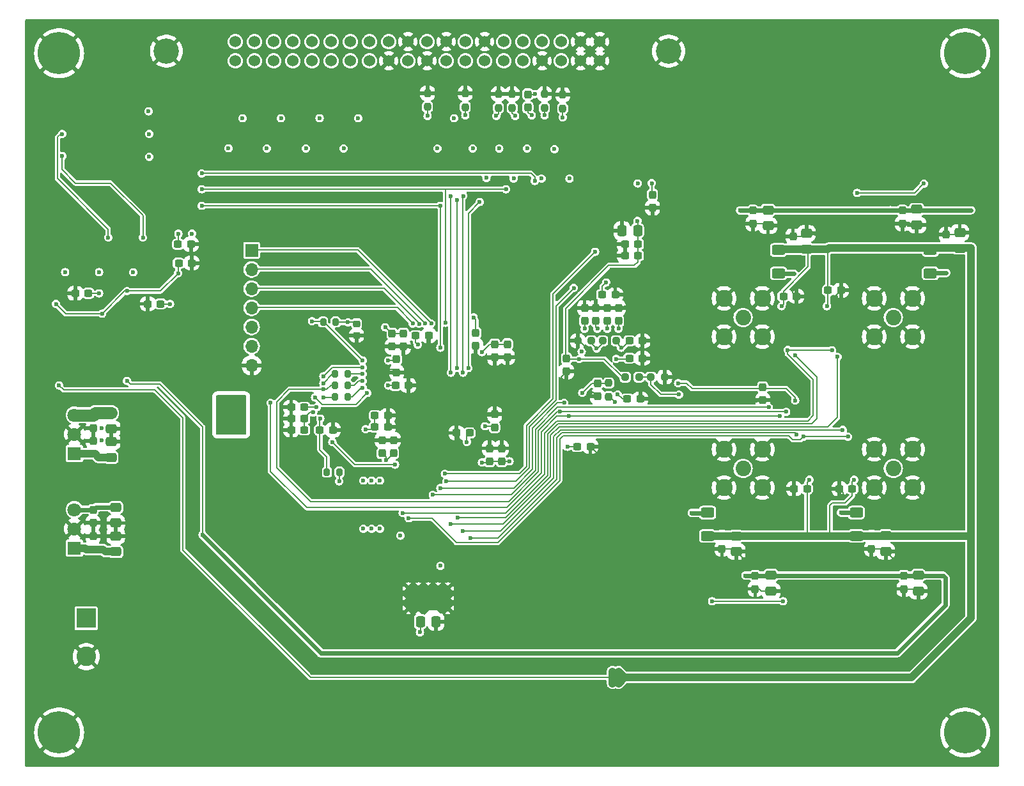
<source format=gbr>
%TF.GenerationSoftware,KiCad,Pcbnew,8.0.1*%
%TF.CreationDate,2024-10-23T11:49:59+02:00*%
%TF.ProjectId,ultrasonic_V3_HW,756c7472-6173-46f6-9e69-635f56335f48,rev?*%
%TF.SameCoordinates,Original*%
%TF.FileFunction,Copper,L4,Bot*%
%TF.FilePolarity,Positive*%
%FSLAX46Y46*%
G04 Gerber Fmt 4.6, Leading zero omitted, Abs format (unit mm)*
G04 Created by KiCad (PCBNEW 8.0.1) date 2024-10-23 11:49:59*
%MOMM*%
%LPD*%
G01*
G04 APERTURE LIST*
G04 Aperture macros list*
%AMRoundRect*
0 Rectangle with rounded corners*
0 $1 Rounding radius*
0 $2 $3 $4 $5 $6 $7 $8 $9 X,Y pos of 4 corners*
0 Add a 4 corners polygon primitive as box body*
4,1,4,$2,$3,$4,$5,$6,$7,$8,$9,$2,$3,0*
0 Add four circle primitives for the rounded corners*
1,1,$1+$1,$2,$3*
1,1,$1+$1,$4,$5*
1,1,$1+$1,$6,$7*
1,1,$1+$1,$8,$9*
0 Add four rect primitives between the rounded corners*
20,1,$1+$1,$2,$3,$4,$5,0*
20,1,$1+$1,$4,$5,$6,$7,0*
20,1,$1+$1,$6,$7,$8,$9,0*
20,1,$1+$1,$8,$9,$2,$3,0*%
G04 Aperture macros list end*
%TA.AperFunction,SMDPad,CuDef*%
%ADD10RoundRect,0.200000X-0.200000X-0.275000X0.200000X-0.275000X0.200000X0.275000X-0.200000X0.275000X0*%
%TD*%
%TA.AperFunction,ComponentPad*%
%ADD11C,4.000000*%
%TD*%
%TA.AperFunction,ConnectorPad*%
%ADD12C,5.600000*%
%TD*%
%TA.AperFunction,ComponentPad*%
%ADD13R,1.700000X1.700000*%
%TD*%
%TA.AperFunction,ComponentPad*%
%ADD14O,1.700000X1.700000*%
%TD*%
%TA.AperFunction,ComponentPad*%
%ADD15R,2.600000X2.600000*%
%TD*%
%TA.AperFunction,ComponentPad*%
%ADD16C,2.600000*%
%TD*%
%TA.AperFunction,ComponentPad*%
%ADD17C,2.050000*%
%TD*%
%TA.AperFunction,ComponentPad*%
%ADD18C,2.250000*%
%TD*%
%TA.AperFunction,ComponentPad*%
%ADD19R,1.800000X1.800000*%
%TD*%
%TA.AperFunction,ComponentPad*%
%ADD20C,1.800000*%
%TD*%
%TA.AperFunction,HeatsinkPad*%
%ADD21C,0.600000*%
%TD*%
%TA.AperFunction,HeatsinkPad*%
%ADD22R,5.800000X3.200000*%
%TD*%
%TA.AperFunction,ComponentPad*%
%ADD23C,1.524000*%
%TD*%
%TA.AperFunction,ComponentPad*%
%ADD24C,3.352800*%
%TD*%
%TA.AperFunction,SMDPad,CuDef*%
%ADD25RoundRect,0.237500X-0.300000X-0.237500X0.300000X-0.237500X0.300000X0.237500X-0.300000X0.237500X0*%
%TD*%
%TA.AperFunction,SMDPad,CuDef*%
%ADD26RoundRect,0.250000X-0.475000X0.337500X-0.475000X-0.337500X0.475000X-0.337500X0.475000X0.337500X0*%
%TD*%
%TA.AperFunction,SMDPad,CuDef*%
%ADD27RoundRect,0.250000X-0.625000X0.400000X-0.625000X-0.400000X0.625000X-0.400000X0.625000X0.400000X0*%
%TD*%
%TA.AperFunction,SMDPad,CuDef*%
%ADD28RoundRect,0.237500X0.300000X0.237500X-0.300000X0.237500X-0.300000X-0.237500X0.300000X-0.237500X0*%
%TD*%
%TA.AperFunction,SMDPad,CuDef*%
%ADD29RoundRect,0.237500X-0.237500X0.300000X-0.237500X-0.300000X0.237500X-0.300000X0.237500X0.300000X0*%
%TD*%
%TA.AperFunction,SMDPad,CuDef*%
%ADD30RoundRect,0.250000X0.337500X0.475000X-0.337500X0.475000X-0.337500X-0.475000X0.337500X-0.475000X0*%
%TD*%
%TA.AperFunction,SMDPad,CuDef*%
%ADD31RoundRect,0.237500X0.250000X0.237500X-0.250000X0.237500X-0.250000X-0.237500X0.250000X-0.237500X0*%
%TD*%
%TA.AperFunction,SMDPad,CuDef*%
%ADD32RoundRect,0.237500X0.237500X-0.300000X0.237500X0.300000X-0.237500X0.300000X-0.237500X-0.300000X0*%
%TD*%
%TA.AperFunction,SMDPad,CuDef*%
%ADD33RoundRect,0.250000X-0.337500X-0.475000X0.337500X-0.475000X0.337500X0.475000X-0.337500X0.475000X0*%
%TD*%
%TA.AperFunction,SMDPad,CuDef*%
%ADD34RoundRect,0.250000X0.475000X-0.337500X0.475000X0.337500X-0.475000X0.337500X-0.475000X-0.337500X0*%
%TD*%
%TA.AperFunction,SMDPad,CuDef*%
%ADD35RoundRect,0.237500X-0.250000X-0.237500X0.250000X-0.237500X0.250000X0.237500X-0.250000X0.237500X0*%
%TD*%
%TA.AperFunction,SMDPad,CuDef*%
%ADD36RoundRect,0.250000X0.625000X-0.400000X0.625000X0.400000X-0.625000X0.400000X-0.625000X-0.400000X0*%
%TD*%
%TA.AperFunction,SMDPad,CuDef*%
%ADD37RoundRect,0.225000X0.250000X-0.225000X0.250000X0.225000X-0.250000X0.225000X-0.250000X-0.225000X0*%
%TD*%
%TA.AperFunction,SMDPad,CuDef*%
%ADD38RoundRect,0.237500X0.237500X-0.250000X0.237500X0.250000X-0.237500X0.250000X-0.237500X-0.250000X0*%
%TD*%
%TA.AperFunction,SMDPad,CuDef*%
%ADD39RoundRect,0.200000X0.200000X0.275000X-0.200000X0.275000X-0.200000X-0.275000X0.200000X-0.275000X0*%
%TD*%
%TA.AperFunction,ViaPad*%
%ADD40C,0.600000*%
%TD*%
%TA.AperFunction,Conductor*%
%ADD41C,0.200000*%
%TD*%
%TA.AperFunction,Conductor*%
%ADD42C,1.600000*%
%TD*%
%TA.AperFunction,Conductor*%
%ADD43C,1.000000*%
%TD*%
%TA.AperFunction,Conductor*%
%ADD44C,0.600000*%
%TD*%
G04 APERTURE END LIST*
D10*
%TO.P,R85,1*%
%TO.N,/SPI_LOCAL_SCK*%
X126075000Y-95000000D03*
%TO.P,R85,2*%
%TO.N,Net-(U1D-PL5A{slash}PCLKT3_1)*%
X127725000Y-95000000D03*
%TD*%
%TO.P,R84,1*%
%TO.N,/SPI_LOCAL_MOSI*%
X126075000Y-93500000D03*
%TO.P,R84,2*%
%TO.N,Net-(U1D-PL4B)*%
X127725000Y-93500000D03*
%TD*%
%TO.P,R83,1*%
%TO.N,/SPI_LOCAL_MISO*%
X126075000Y-92000000D03*
%TO.P,R83,2*%
%TO.N,Net-(U1D-PL4A)*%
X127725000Y-92000000D03*
%TD*%
D11*
%TO.P,H3,1,1*%
%TO.N,GND*%
X209500000Y-139500000D03*
D12*
X209500000Y-139500000D03*
%TD*%
D13*
%TO.P,J4,1,Pin_1*%
%TO.N,/JTAG_TMS*%
X115000000Y-75600000D03*
D14*
%TO.P,J4,2,Pin_2*%
%TO.N,/JTAG_TCK*%
X115000000Y-78140000D03*
%TO.P,J4,3,Pin_3*%
%TO.N,/JTAG_TDI*%
X115000000Y-80680000D03*
%TO.P,J4,4,Pin_4*%
%TO.N,/JTAG_TDO*%
X115000000Y-83220000D03*
%TO.P,J4,5,Pin_5*%
%TO.N,unconnected-(J4-Pin_5-Pad5)*%
X115000000Y-85760000D03*
%TO.P,J4,6,Pin_6*%
%TO.N,/P3V3*%
X115000000Y-88300000D03*
%TO.P,J4,7,Pin_7*%
%TO.N,GND*%
X115000000Y-90840000D03*
%TD*%
D11*
%TO.P,H2,1,1*%
%TO.N,GND*%
X89500000Y-139500000D03*
D12*
X89500000Y-139500000D03*
%TD*%
D15*
%TO.P,J5,1,Pin_1*%
%TO.N,/PowerManagement/P15V-20V_5S_UNREGULATED*%
X93095000Y-124355000D03*
D16*
%TO.P,J5,2,Pin_2*%
%TO.N,GND*%
X93095000Y-129435000D03*
%TD*%
D17*
%TO.P,J7,1,In*%
%TO.N,Net-(J7-In)*%
X180100000Y-104500000D03*
D18*
%TO.P,J7,2,Ext*%
%TO.N,GND*%
X177560000Y-107040000D03*
X182640000Y-107040000D03*
X177560000Y-101960000D03*
X182640000Y-101960000D03*
%TD*%
D11*
%TO.P,H1,1,1*%
%TO.N,GND*%
X89500000Y-49500000D03*
D12*
X89500000Y-49500000D03*
%TD*%
D17*
%TO.P,J2,1,In*%
%TO.N,Net-(J2-In)*%
X200000000Y-84500000D03*
D18*
%TO.P,J2,2,Ext*%
%TO.N,GND*%
X202540000Y-81960000D03*
X197460000Y-81960000D03*
X202540000Y-87040000D03*
X197460000Y-87040000D03*
%TD*%
D17*
%TO.P,J6,1,In*%
%TO.N,Net-(J6-In)*%
X180100000Y-84500000D03*
D18*
%TO.P,J6,2,Ext*%
%TO.N,GND*%
X182640000Y-81960000D03*
X177560000Y-81960000D03*
X182640000Y-87040000D03*
X177560000Y-87040000D03*
%TD*%
D17*
%TO.P,J3,1,In*%
%TO.N,Net-(J3-In)*%
X200000000Y-104500000D03*
D18*
%TO.P,J3,2,Ext*%
%TO.N,GND*%
X197460000Y-107040000D03*
X202540000Y-107040000D03*
X197460000Y-101960000D03*
X202540000Y-101960000D03*
%TD*%
D11*
%TO.P,H4,1,1*%
%TO.N,GND*%
X209500000Y-49500000D03*
D12*
X209500000Y-49500000D03*
%TD*%
D19*
%TO.P,U12,1,IN*%
%TO.N,/PowerManagement/P15V-20V_5S_FUSED*%
X91520000Y-102512500D03*
D20*
%TO.P,U12,2,GND*%
%TO.N,GND*%
X91520000Y-99972500D03*
%TO.P,U12,3,OUT*%
%TO.N,Net-(U12-OUT)*%
X91520000Y-97432500D03*
%TD*%
D21*
%TO.P,U15,15,EP*%
%TO.N,GND*%
X135787500Y-123000000D03*
X137087500Y-123000000D03*
X138387500Y-123000000D03*
X139687500Y-123000000D03*
X140987500Y-123000000D03*
X135787500Y-121700000D03*
X137087500Y-121700000D03*
X138387500Y-121700000D03*
D22*
X138387500Y-121700000D03*
D21*
X139687500Y-121700000D03*
X140987500Y-121700000D03*
X135787500Y-120400000D03*
X137087500Y-120400000D03*
X138387500Y-120400000D03*
X139687500Y-120400000D03*
X140987500Y-120400000D03*
%TD*%
D19*
%TO.P,U13,1,IN*%
%TO.N,/PowerManagement/P15V-20V_5S_FUSED*%
X91520000Y-115050000D03*
D20*
%TO.P,U13,2,GND*%
%TO.N,GND*%
X91520000Y-112510000D03*
%TO.P,U13,3,OUT*%
%TO.N,Net-(U13-OUT)*%
X91520000Y-109970000D03*
%TD*%
D23*
%TO.P,J1,1,Pin_1*%
%TO.N,/LVDS_SCLK_N*%
X112840000Y-50500000D03*
%TO.P,J1,2,Pin_2*%
%TO.N,unconnected-(J1A-Pin_2-Pad2)*%
X115380000Y-50500000D03*
%TO.P,J1,3,Pin_3*%
%TO.N,/LVDS_CS_N*%
X117920000Y-50500000D03*
%TO.P,J1,4,Pin_4*%
%TO.N,unconnected-(J1A-Pin_4-Pad4)*%
X120460000Y-50500000D03*
%TO.P,J1,5,Pin_5*%
%TO.N,/LVDS_MISO_N*%
X123000000Y-50500000D03*
%TO.P,J1,6,Pin_6*%
%TO.N,unconnected-(J1A-Pin_6-Pad6)*%
X125540000Y-50500000D03*
%TO.P,J1,7,Pin_7*%
%TO.N,/LVDS_MOSI_N*%
X128080000Y-50500000D03*
%TO.P,J1,8,Pin_8*%
%TO.N,unconnected-(J1A-Pin_8-Pad8)*%
X130620000Y-50500000D03*
%TO.P,J1,9,Pin_9*%
%TO.N,GND*%
X133160000Y-50500000D03*
%TO.P,J1,10,Pin_10*%
%TO.N,unconnected-(J1A-Pin_10-Pad10)*%
X135700000Y-50500000D03*
%TO.P,J1,11,Pin_11*%
%TO.N,GND*%
X138240000Y-50500000D03*
%TO.P,J1,12,Pin_12*%
%TO.N,/CNTRL_MISO*%
X140780000Y-50500000D03*
%TO.P,J1,13,Pin_13*%
%TO.N,unconnected-(J1A-Pin_13-Pad13)*%
X143320000Y-50500000D03*
%TO.P,J1,14,Pin_14*%
%TO.N,/CNTRL_GPIO5*%
X145860000Y-50500000D03*
%TO.P,J1,15,Pin_15*%
%TO.N,/CNTRL_GPIO4*%
X148400000Y-50500000D03*
%TO.P,J1,16,Pin_16*%
%TO.N,/CNTRL_GPIO2*%
X150940000Y-50500000D03*
%TO.P,J1,17,Pin_17*%
%TO.N,GND*%
X153480000Y-50500000D03*
%TO.P,J1,18,Pin_18*%
%TO.N,/P3V3*%
X156020000Y-50500000D03*
%TO.P,J1,19,Pin_19*%
%TO.N,GND*%
X158560000Y-50500000D03*
%TO.P,J1,20,Pin_20*%
X161100000Y-50500000D03*
%TO.P,J1,21,Pin_21*%
X161100000Y-47960000D03*
%TO.P,J1,22,Pin_22*%
X158560000Y-47960000D03*
%TO.P,J1,23,Pin_23*%
%TO.N,Net-(J1A-Pin_23)*%
X156020000Y-47960000D03*
%TO.P,J1,24,Pin_24*%
%TO.N,Net-(J1A-Pin_24)*%
X153480000Y-47960000D03*
%TO.P,J1,25,Pin_25*%
%TO.N,Net-(J1A-Pin_25)*%
X150940000Y-47960000D03*
%TO.P,J1,26,Pin_26*%
%TO.N,Net-(J1A-Pin_26)*%
X148400000Y-47960000D03*
%TO.P,J1,27,Pin_27*%
%TO.N,GND*%
X145860000Y-47960000D03*
%TO.P,J1,28,Pin_28*%
%TO.N,Net-(J1A-Pin_28)*%
X143320000Y-47960000D03*
%TO.P,J1,29,Pin_29*%
%TO.N,GND*%
X140780000Y-47960000D03*
%TO.P,J1,30,Pin_30*%
%TO.N,Net-(J1A-Pin_30)*%
X138240000Y-47960000D03*
%TO.P,J1,31,Pin_31*%
%TO.N,GND*%
X135700000Y-47960000D03*
%TO.P,J1,32,Pin_32*%
%TO.N,unconnected-(J1A-Pin_32-Pad32)*%
X133160000Y-47960000D03*
%TO.P,J1,33,Pin_33*%
%TO.N,unconnected-(J1A-Pin_33-Pad33)*%
X130620000Y-47960000D03*
%TO.P,J1,34,Pin_34*%
%TO.N,Net-(J1A-Pin_34)*%
X128080000Y-47960000D03*
%TO.P,J1,35,Pin_35*%
%TO.N,unconnected-(J1A-Pin_35-Pad35)*%
X125540000Y-47960000D03*
%TO.P,J1,36,Pin_36*%
%TO.N,/LVDS_MISO_P*%
X123000000Y-47960000D03*
%TO.P,J1,37,Pin_37*%
%TO.N,unconnected-(J1A-Pin_37-Pad37)*%
X120460000Y-47960000D03*
%TO.P,J1,38,Pin_38*%
%TO.N,/LVDS_CS_P*%
X117920000Y-47960000D03*
%TO.P,J1,39,Pin_39*%
%TO.N,unconnected-(J1A-Pin_39-Pad39)*%
X115380000Y-47960000D03*
%TO.P,J1,40,Pin_40*%
%TO.N,/LVDS_SCLK_P*%
X112840000Y-47960000D03*
D24*
%TO.P,J1,41,MOUNT_HOLE*%
%TO.N,GND*%
X103708700Y-49230000D03*
%TO.P,J1,42,MOUNT_HOLE*%
X170231300Y-49230000D03*
%TD*%
D25*
%TO.P,C88,1*%
%TO.N,/P3V3*%
X105237500Y-74800000D03*
%TO.P,C88,2*%
%TO.N,GND*%
X106962500Y-74800000D03*
%TD*%
D26*
%TO.P,C31,1*%
%TO.N,GND*%
X97000000Y-113462500D03*
%TO.P,C31,2*%
%TO.N,/PowerManagement/P15V-20V_5S_FUSED*%
X97000000Y-115537500D03*
%TD*%
D27*
%TO.P,R1,1*%
%TO.N,Net-(Q7-D)*%
X195100000Y-110350000D03*
%TO.P,R1,2*%
%TO.N,/PHV*%
X195100000Y-113450000D03*
%TD*%
D28*
%TO.P,C36,1*%
%TO.N,Net-(U2-VREG)*%
X121962500Y-96400000D03*
%TO.P,C36,2*%
%TO.N,GND*%
X120237500Y-96400000D03*
%TD*%
%TO.P,C79,1*%
%TO.N,/P3V3*%
X93362500Y-81300000D03*
%TO.P,C79,2*%
%TO.N,GND*%
X91637500Y-81300000D03*
%TD*%
D29*
%TO.P,C23,1*%
%TO.N,GND*%
X159100000Y-83237500D03*
%TO.P,C23,2*%
%TO.N,Net-(U7-VCOM)*%
X159100000Y-84962500D03*
%TD*%
D30*
%TO.P,C60,1*%
%TO.N,GND*%
X139425000Y-124800000D03*
%TO.P,C60,2*%
%TO.N,/P3V3*%
X137350000Y-124800000D03*
%TD*%
D31*
%TO.P,R24,1*%
%TO.N,Net-(U7-IRS)*%
X160012500Y-87600000D03*
%TO.P,R24,2*%
%TO.N,GND*%
X158187500Y-87600000D03*
%TD*%
D29*
%TO.P,R60,1*%
%TO.N,/P3V3*%
X151600000Y-54937500D03*
%TO.P,R60,2*%
%TO.N,/CNTRL_GPIO2*%
X151600000Y-56662500D03*
%TD*%
%TO.P,C14,1*%
%TO.N,/P3V3*%
X182700000Y-93737500D03*
%TO.P,C14,2*%
%TO.N,GND*%
X182700000Y-95462500D03*
%TD*%
D32*
%TO.P,C86,1*%
%TO.N,/PHV*%
X186700000Y-75462500D03*
%TO.P,C86,2*%
%TO.N,GND*%
X186700000Y-73737500D03*
%TD*%
%TO.P,C30,1*%
%TO.N,/PowerManagement/P15V-20V_5S_FUSED*%
X94000000Y-115225000D03*
%TO.P,C30,2*%
%TO.N,GND*%
X94000000Y-113500000D03*
%TD*%
%TO.P,C40,1*%
%TO.N,GND*%
X148900000Y-89762500D03*
%TO.P,C40,2*%
%TO.N,/P3V3*%
X148900000Y-88037500D03*
%TD*%
D25*
%TO.P,C81,1*%
%TO.N,/PHV*%
X191337500Y-80900000D03*
%TO.P,C81,2*%
%TO.N,GND*%
X193062500Y-80900000D03*
%TD*%
%TO.P,C9,1*%
%TO.N,/P3V3*%
X164750000Y-95300000D03*
%TO.P,C9,2*%
%TO.N,GND*%
X166475000Y-95300000D03*
%TD*%
D33*
%TO.P,C53,1*%
%TO.N,GND*%
X164062500Y-73000000D03*
%TO.P,C53,2*%
%TO.N,/P3V_REF*%
X166137500Y-73000000D03*
%TD*%
D34*
%TO.P,C32,1*%
%TO.N,GND*%
X97000000Y-111737500D03*
%TO.P,C32,2*%
%TO.N,Net-(U13-OUT)*%
X97000000Y-109662500D03*
%TD*%
D35*
%TO.P,R15,1*%
%TO.N,Net-(U7-IRS)*%
X161487500Y-87600000D03*
%TO.P,R15,2*%
%TO.N,/P3V3*%
X163312500Y-87600000D03*
%TD*%
D29*
%TO.P,C72,1*%
%TO.N,/P12V*%
X201400000Y-118737500D03*
%TO.P,C72,2*%
%TO.N,GND*%
X201400000Y-120462500D03*
%TD*%
%TO.P,C33,1*%
%TO.N,Net-(U13-OUT)*%
X94000000Y-110000000D03*
%TO.P,C33,2*%
%TO.N,GND*%
X94000000Y-111725000D03*
%TD*%
D26*
%TO.P,C65,1*%
%TO.N,GND*%
X208800000Y-73262500D03*
%TO.P,C65,2*%
%TO.N,/PHV*%
X208800000Y-75337500D03*
%TD*%
%TO.P,C28,1*%
%TO.N,GND*%
X96400000Y-100962500D03*
%TO.P,C28,2*%
%TO.N,/PowerManagement/P15V-20V_5S_FUSED*%
X96400000Y-103037500D03*
%TD*%
D28*
%TO.P,C19,1*%
%TO.N,GND*%
X166762500Y-89900000D03*
%TO.P,C19,2*%
%TO.N,/P3V3*%
X165037500Y-89900000D03*
%TD*%
D32*
%TO.P,C39,1*%
%TO.N,GND*%
X133600000Y-88362500D03*
%TO.P,C39,2*%
%TO.N,/P3V3*%
X133600000Y-86637500D03*
%TD*%
D27*
%TO.P,R10,1*%
%TO.N,Net-(Q8-D)*%
X175400000Y-110350000D03*
%TO.P,R10,2*%
%TO.N,/PHV*%
X175400000Y-113450000D03*
%TD*%
D34*
%TO.P,C71,1*%
%TO.N,GND*%
X183800000Y-120737500D03*
%TO.P,C71,2*%
%TO.N,/P12V*%
X183800000Y-118662500D03*
%TD*%
D28*
%TO.P,C52,1*%
%TO.N,GND*%
X133025000Y-99000000D03*
%TO.P,C52,2*%
%TO.N,/P3V3*%
X131300000Y-99000000D03*
%TD*%
%TO.P,C34,1*%
%TO.N,/P3V3*%
X121962500Y-97900000D03*
%TO.P,C34,2*%
%TO.N,GND*%
X120237500Y-97900000D03*
%TD*%
D32*
%TO.P,C37,1*%
%TO.N,GND*%
X135100000Y-88362500D03*
%TO.P,C37,2*%
%TO.N,/P3V3*%
X135100000Y-86637500D03*
%TD*%
D26*
%TO.P,C64,1*%
%TO.N,GND*%
X188500000Y-73362500D03*
%TO.P,C64,2*%
%TO.N,/PHV*%
X188500000Y-75437500D03*
%TD*%
D35*
%TO.P,R21,1*%
%TO.N,Net-(U17A-+)*%
X167887500Y-92400000D03*
%TO.P,R21,2*%
%TO.N,GND*%
X169712500Y-92400000D03*
%TD*%
D32*
%TO.P,C66,1*%
%TO.N,/PHV*%
X207000000Y-75262500D03*
%TO.P,C66,2*%
%TO.N,GND*%
X207000000Y-73537500D03*
%TD*%
D35*
%TO.P,R19,1*%
%TO.N,/P3V_REF*%
X164487500Y-92400000D03*
%TO.P,R19,2*%
%TO.N,Net-(U17A-+)*%
X166312500Y-92400000D03*
%TD*%
D34*
%TO.P,C77,1*%
%TO.N,GND*%
X203100000Y-72237500D03*
%TO.P,C77,2*%
%TO.N,/P12V*%
X203100000Y-70162500D03*
%TD*%
D29*
%TO.P,C38,1*%
%TO.N,GND*%
X146500000Y-101837500D03*
%TO.P,C38,2*%
%TO.N,/P3V3*%
X146500000Y-103562500D03*
%TD*%
D25*
%TO.P,C89,1*%
%TO.N,/PowerManagement/P2V5_REF*%
X105337500Y-77300000D03*
%TO.P,C89,2*%
%TO.N,GND*%
X107062500Y-77300000D03*
%TD*%
D29*
%TO.P,C42,1*%
%TO.N,GND*%
X147200000Y-97337500D03*
%TO.P,C42,2*%
%TO.N,/P3V3*%
X147200000Y-99062500D03*
%TD*%
D34*
%TO.P,C73,1*%
%TO.N,GND*%
X203300000Y-120737500D03*
%TO.P,C73,2*%
%TO.N,/P12V*%
X203300000Y-118662500D03*
%TD*%
D25*
%TO.P,C83,1*%
%TO.N,/PHV*%
X185437500Y-81700000D03*
%TO.P,C83,2*%
%TO.N,GND*%
X187162500Y-81700000D03*
%TD*%
D36*
%TO.P,R2,1*%
%TO.N,Net-(Q3-D)*%
X204900000Y-78650000D03*
%TO.P,R2,2*%
%TO.N,/PHV*%
X204900000Y-75550000D03*
%TD*%
D28*
%TO.P,C54,1*%
%TO.N,/P3V_REF*%
X166162500Y-76300000D03*
%TO.P,C54,2*%
%TO.N,GND*%
X164437500Y-76300000D03*
%TD*%
D29*
%TO.P,C85,1*%
%TO.N,/P3V3*%
X168100000Y-68237500D03*
%TO.P,C85,2*%
%TO.N,GND*%
X168100000Y-69962500D03*
%TD*%
D37*
%TO.P,C4,1*%
%TO.N,GND*%
X128900000Y-86875000D03*
%TO.P,C4,2*%
%TO.N,/P3V3*%
X128900000Y-85325000D03*
%TD*%
D29*
%TO.P,C43,1*%
%TO.N,GND*%
X133800000Y-100737500D03*
%TO.P,C43,2*%
%TO.N,/P3V3*%
X133800000Y-102462500D03*
%TD*%
D28*
%TO.P,C51,1*%
%TO.N,GND*%
X135762500Y-93500000D03*
%TO.P,C51,2*%
%TO.N,/P3V3*%
X134037500Y-93500000D03*
%TD*%
D38*
%TO.P,R80,1*%
%TO.N,/CNTRL_SCLK*%
X138300000Y-56612500D03*
%TO.P,R80,2*%
%TO.N,GND*%
X138300000Y-54787500D03*
%TD*%
D36*
%TO.P,R9,1*%
%TO.N,Net-(Q2-D)*%
X184800000Y-78650000D03*
%TO.P,R9,2*%
%TO.N,/PHV*%
X184800000Y-75550000D03*
%TD*%
D28*
%TO.P,C84,1*%
%TO.N,/PHV*%
X188562500Y-107200000D03*
%TO.P,C84,2*%
%TO.N,GND*%
X186837500Y-107200000D03*
%TD*%
D29*
%TO.P,C46,1*%
%TO.N,GND*%
X148100000Y-101837500D03*
%TO.P,C46,2*%
%TO.N,/P3V3*%
X148100000Y-103562500D03*
%TD*%
D32*
%TO.P,C7,1*%
%TO.N,GND*%
X160800000Y-94962500D03*
%TO.P,C7,2*%
%TO.N,/P3V3*%
X160800000Y-93237500D03*
%TD*%
D28*
%TO.P,C82,1*%
%TO.N,/PHV*%
X194562500Y-107200000D03*
%TO.P,C82,2*%
%TO.N,GND*%
X192837500Y-107200000D03*
%TD*%
%TO.P,C49,1*%
%TO.N,GND*%
X133025000Y-97500000D03*
%TO.P,C49,2*%
%TO.N,/P3V3*%
X131300000Y-97500000D03*
%TD*%
D32*
%TO.P,C29,1*%
%TO.N,/PowerManagement/P15V-20V_5S_FUSED*%
X94000000Y-102562500D03*
%TO.P,C29,2*%
%TO.N,GND*%
X94000000Y-100837500D03*
%TD*%
%TO.P,C41,1*%
%TO.N,GND*%
X147200000Y-89800000D03*
%TO.P,C41,2*%
%TO.N,/P3V3*%
X147200000Y-88075000D03*
%TD*%
D28*
%TO.P,C25,1*%
%TO.N,GND*%
X163162500Y-81500000D03*
%TO.P,C25,2*%
%TO.N,/P3V3*%
X161437500Y-81500000D03*
%TD*%
D38*
%TO.P,R77,1*%
%TO.N,/CNTRL_GPIO3*%
X149500000Y-56712500D03*
%TO.P,R77,2*%
%TO.N,GND*%
X149500000Y-54887500D03*
%TD*%
D34*
%TO.P,C69,1*%
%TO.N,GND*%
X199000000Y-115487499D03*
%TO.P,C69,2*%
%TO.N,/PHV*%
X199000000Y-113412499D03*
%TD*%
D10*
%TO.P,R66,1*%
%TO.N,/P3V3*%
X124975000Y-105000000D03*
%TO.P,R66,2*%
%TO.N,Net-(U16-SIO2)*%
X126625000Y-105000000D03*
%TD*%
D39*
%TO.P,R61,1*%
%TO.N,/P3V3*%
X126125000Y-85100000D03*
%TO.P,R61,2*%
%TO.N,/fpga/STANBY_OSC*%
X124475000Y-85100000D03*
%TD*%
D28*
%TO.P,C18,1*%
%TO.N,GND*%
X166762500Y-87600000D03*
%TO.P,C18,2*%
%TO.N,/P3V3*%
X165037500Y-87600000D03*
%TD*%
D38*
%TO.P,R22,1*%
%TO.N,Net-(U5-SPI2C)*%
X162300000Y-95012500D03*
%TO.P,R22,2*%
%TO.N,/P3V3*%
X162300000Y-93187500D03*
%TD*%
D29*
%TO.P,C67,1*%
%TO.N,/PHV*%
X197100000Y-113437500D03*
%TO.P,C67,2*%
%TO.N,GND*%
X197100000Y-115162500D03*
%TD*%
%TO.P,C27,1*%
%TO.N,Net-(U12-OUT)*%
X94000000Y-97462500D03*
%TO.P,C27,2*%
%TO.N,GND*%
X94000000Y-99187500D03*
%TD*%
D38*
%TO.P,R81,1*%
%TO.N,/CNTRL_CS*%
X143300000Y-56625000D03*
%TO.P,R81,2*%
%TO.N,GND*%
X143300000Y-54800000D03*
%TD*%
D29*
%TO.P,C87,1*%
%TO.N,/PHV*%
X177300000Y-113437500D03*
%TO.P,C87,2*%
%TO.N,GND*%
X177300000Y-115162500D03*
%TD*%
D28*
%TO.P,C80,1*%
%TO.N,/P3V3*%
X102962500Y-82700000D03*
%TO.P,C80,2*%
%TO.N,GND*%
X101237500Y-82700000D03*
%TD*%
D32*
%TO.P,C44,1*%
%TO.N,GND*%
X144700000Y-88262500D03*
%TO.P,C44,2*%
%TO.N,/P3V3*%
X144700000Y-86537500D03*
%TD*%
D38*
%TO.P,R79,1*%
%TO.N,/CNTRL_GPIO0*%
X156200000Y-56812500D03*
%TO.P,R79,2*%
%TO.N,GND*%
X156200000Y-54987500D03*
%TD*%
D29*
%TO.P,C74,1*%
%TO.N,/P12V*%
X181400000Y-70337500D03*
%TO.P,C74,2*%
%TO.N,GND*%
X181400000Y-72062500D03*
%TD*%
D32*
%TO.P,C50,1*%
%TO.N,GND*%
X134200000Y-91762500D03*
%TO.P,C50,2*%
%TO.N,/P3V3*%
X134200000Y-90037500D03*
%TD*%
D29*
%TO.P,C70,1*%
%TO.N,/P12V*%
X181700000Y-118737500D03*
%TO.P,C70,2*%
%TO.N,GND*%
X181700000Y-120462500D03*
%TD*%
D28*
%TO.P,C47,1*%
%TO.N,GND*%
X138462500Y-86900000D03*
%TO.P,C47,2*%
%TO.N,/P3V3*%
X136737500Y-86900000D03*
%TD*%
D34*
%TO.P,C68,1*%
%TO.N,GND*%
X179200000Y-115537500D03*
%TO.P,C68,2*%
%TO.N,/PHV*%
X179200000Y-113462500D03*
%TD*%
D29*
%TO.P,C21,1*%
%TO.N,GND*%
X162100000Y-83237500D03*
%TO.P,C21,2*%
%TO.N,Net-(U7-VREFT)*%
X162100000Y-84962500D03*
%TD*%
%TO.P,C22,1*%
%TO.N,GND*%
X160600000Y-83237500D03*
%TO.P,C22,2*%
%TO.N,Net-(U7-VREF)*%
X160600000Y-84962500D03*
%TD*%
D25*
%TO.P,C45,1*%
%TO.N,GND*%
X142137500Y-99800000D03*
%TO.P,C45,2*%
%TO.N,/P3V3*%
X143862500Y-99800000D03*
%TD*%
D34*
%TO.P,C75,1*%
%TO.N,GND*%
X183400000Y-72337500D03*
%TO.P,C75,2*%
%TO.N,/P12V*%
X183400000Y-70262500D03*
%TD*%
D29*
%TO.P,C76,1*%
%TO.N,/P12V*%
X201200000Y-70337500D03*
%TO.P,C76,2*%
%TO.N,GND*%
X201200000Y-72062500D03*
%TD*%
D28*
%TO.P,C3,1*%
%TO.N,GND*%
X125762500Y-99400000D03*
%TO.P,C3,2*%
%TO.N,/P3V3*%
X124037500Y-99400000D03*
%TD*%
D32*
%TO.P,C13,1*%
%TO.N,GND*%
X156700000Y-91662500D03*
%TO.P,C13,2*%
%TO.N,/P3V_REF*%
X156700000Y-89937500D03*
%TD*%
D25*
%TO.P,C78,1*%
%TO.N,/P3V3*%
X158137500Y-101600000D03*
%TO.P,C78,2*%
%TO.N,GND*%
X159862500Y-101600000D03*
%TD*%
D29*
%TO.P,C20,1*%
%TO.N,GND*%
X163600000Y-83237500D03*
%TO.P,C20,2*%
%TO.N,Net-(U7-VREFB)*%
X163600000Y-84962500D03*
%TD*%
D34*
%TO.P,C26,1*%
%TO.N,GND*%
X96400000Y-99237500D03*
%TO.P,C26,2*%
%TO.N,Net-(U12-OUT)*%
X96400000Y-97162500D03*
%TD*%
D28*
%TO.P,C55,1*%
%TO.N,/P3V_REF*%
X166162500Y-74800000D03*
%TO.P,C55,2*%
%TO.N,GND*%
X164437500Y-74800000D03*
%TD*%
%TO.P,C35,1*%
%TO.N,/P3V3*%
X121962500Y-99400000D03*
%TO.P,C35,2*%
%TO.N,GND*%
X120237500Y-99400000D03*
%TD*%
D38*
%TO.P,R78,1*%
%TO.N,/CNTRL_GPIO1*%
X153800000Y-56712500D03*
%TO.P,R78,2*%
%TO.N,GND*%
X153800000Y-54887500D03*
%TD*%
%TO.P,R76,1*%
%TO.N,/CNTRL_MOSI*%
X147700000Y-56712500D03*
%TO.P,R76,2*%
%TO.N,GND*%
X147700000Y-54887500D03*
%TD*%
D29*
%TO.P,C48,1*%
%TO.N,GND*%
X132300000Y-100737500D03*
%TO.P,C48,2*%
%TO.N,/P3V3*%
X132300000Y-102462500D03*
%TD*%
D40*
%TO.N,GND*%
X206200000Y-125600000D03*
X93200000Y-95000000D03*
X93200000Y-85000000D03*
X93200000Y-90000000D03*
X87000000Y-90000000D03*
X87000000Y-95000000D03*
X87000000Y-120000000D03*
X87000000Y-115000000D03*
X87000000Y-110000000D03*
X87000000Y-100000000D03*
X87000000Y-105000000D03*
X212400000Y-130300000D03*
X212400000Y-125300000D03*
X212400000Y-120300000D03*
X212400000Y-115300000D03*
X212400000Y-110300000D03*
X212400000Y-105300000D03*
X212400000Y-100300000D03*
X212400000Y-95300000D03*
X212400000Y-90300000D03*
X212400000Y-85300000D03*
X212400000Y-80300000D03*
X212400000Y-70300000D03*
X212400000Y-75300000D03*
X120500000Y-74000000D03*
X144900000Y-73200000D03*
X138500000Y-75000000D03*
X119700000Y-63600000D03*
X115600000Y-63900000D03*
X128400000Y-68600000D03*
X126300000Y-66500000D03*
X122100000Y-66500000D03*
X117800000Y-66400000D03*
X120100000Y-68600000D03*
X124300000Y-68600000D03*
X131200000Y-71400000D03*
X126400000Y-70800000D03*
X125400000Y-74000000D03*
X122300000Y-71100000D03*
X135000000Y-75000000D03*
X130200000Y-74900000D03*
X120000000Y-85000000D03*
X110000000Y-90000000D03*
X110000000Y-85000000D03*
X110000000Y-80000000D03*
X110000000Y-75000000D03*
X105000000Y-60000000D03*
X200000000Y-100000000D03*
X200000000Y-95000000D03*
X195000000Y-90000000D03*
X200000000Y-90000000D03*
X175000000Y-85000000D03*
X170000000Y-75000000D03*
X170000000Y-80000000D03*
X175000000Y-105000000D03*
X165000000Y-105000000D03*
X170000000Y-105000000D03*
X169926206Y-110000000D03*
X159926206Y-110000000D03*
X164926206Y-110000000D03*
X170000000Y-115000000D03*
X160000000Y-115000000D03*
X165000000Y-115000000D03*
X170000000Y-120000000D03*
X160000000Y-120000000D03*
X165000000Y-120000000D03*
X120000000Y-105000000D03*
X110000000Y-105000000D03*
X115000000Y-105000000D03*
X120000000Y-110000000D03*
X110000000Y-110000000D03*
X115000000Y-110000000D03*
X130000000Y-125000000D03*
X125000000Y-125000000D03*
X130000000Y-120000000D03*
X125000000Y-120000000D03*
X130000000Y-115000000D03*
X125000000Y-115000000D03*
X120000000Y-115000000D03*
X115000000Y-115000000D03*
X120000000Y-120000000D03*
X119700000Y-130100000D03*
X110000000Y-130000000D03*
X115000000Y-130000000D03*
X120000000Y-135000000D03*
X110000000Y-135000000D03*
X115000000Y-135000000D03*
X105000000Y-135000000D03*
X95000000Y-135000000D03*
X100000000Y-135000000D03*
X100000000Y-140000000D03*
X95000000Y-140000000D03*
X115000000Y-140000000D03*
X105000000Y-140000000D03*
X110000000Y-140000000D03*
X130000000Y-140000000D03*
X120000000Y-140000000D03*
X125000000Y-140000000D03*
X145000000Y-140000000D03*
X135000000Y-140000000D03*
X140000000Y-140000000D03*
X160000000Y-140000000D03*
X150000000Y-140000000D03*
X155000000Y-140000000D03*
X175000000Y-140000000D03*
X165000000Y-140000000D03*
X170000000Y-140000000D03*
X190000000Y-140000000D03*
X180000000Y-140000000D03*
X185000000Y-140000000D03*
X195000000Y-140000000D03*
X200000000Y-140000000D03*
X205000000Y-140000000D03*
X205000000Y-135000000D03*
X205000000Y-120000000D03*
X205000000Y-105000000D03*
X205000000Y-100000000D03*
X205000000Y-95000000D03*
X205000000Y-90000000D03*
X205000000Y-85000000D03*
X195000000Y-69200000D03*
X190100000Y-69300000D03*
X175000000Y-70000000D03*
X170000000Y-70000000D03*
X165000000Y-70000000D03*
X155000000Y-70000000D03*
X145600000Y-70200000D03*
X135100000Y-70500000D03*
X210000000Y-55000000D03*
X210000000Y-60000000D03*
X210000000Y-65000000D03*
X195000000Y-65000000D03*
X190000000Y-65000000D03*
X175000000Y-65000000D03*
X170000000Y-65000000D03*
X165000000Y-60000000D03*
X160000000Y-60000000D03*
X160000000Y-65000000D03*
X135000000Y-60000000D03*
X130000000Y-60000000D03*
X110000000Y-64400000D03*
X95000000Y-65000000D03*
X90000000Y-55000000D03*
X95000000Y-55000000D03*
X100000000Y-55000000D03*
X105000000Y-55000000D03*
X110000000Y-55000000D03*
X130000000Y-55000000D03*
X135000000Y-55000000D03*
X160000000Y-55000000D03*
X165000000Y-55000000D03*
X170000000Y-55000000D03*
X175000000Y-55000000D03*
X180000000Y-55000000D03*
X185000000Y-55000000D03*
X190000000Y-55000000D03*
X195000000Y-55000000D03*
X200000000Y-55000000D03*
X205000000Y-55000000D03*
X205000000Y-50000000D03*
X200000000Y-50000000D03*
X195000000Y-50000000D03*
X190000000Y-50000000D03*
X185000000Y-50000000D03*
X180000000Y-50000000D03*
X175000000Y-50000000D03*
X165000000Y-50000000D03*
X110000000Y-50000000D03*
X100000000Y-50000000D03*
X95000000Y-50000000D03*
X106700000Y-78500000D03*
X176000000Y-59000000D03*
X95100000Y-100800000D03*
X154500000Y-111000000D03*
X184000000Y-61000000D03*
X208800000Y-72000000D03*
X193200000Y-86000000D03*
X120800000Y-90500000D03*
X116500000Y-104500000D03*
X162600000Y-80324493D03*
X152500000Y-84700000D03*
X196000000Y-61000000D03*
X151500000Y-66100000D03*
X182500000Y-127500000D03*
X161000000Y-125000000D03*
X151500000Y-113000000D03*
X125762500Y-97937500D03*
X155500000Y-71500000D03*
X152500000Y-120500000D03*
X139400000Y-126000000D03*
X190500000Y-127500000D03*
X185162500Y-120737500D03*
X167900000Y-89900000D03*
X159100000Y-136000000D03*
X151500000Y-117000000D03*
X166550000Y-88700000D03*
X192000000Y-61000000D03*
X161500000Y-135700000D03*
X86400000Y-84000000D03*
X178500000Y-127500000D03*
X164600000Y-83200000D03*
X97800000Y-101000000D03*
X144500000Y-89500000D03*
X108500000Y-77300000D03*
X192400000Y-81800000D03*
X181500000Y-95662500D03*
X139300000Y-127400000D03*
X144000000Y-127000000D03*
X136600000Y-104100000D03*
X167600000Y-82200000D03*
X95300000Y-111800000D03*
X188100000Y-116700000D03*
X200865000Y-62000000D03*
X168050000Y-71650000D03*
X186500000Y-127500000D03*
X150100000Y-89400000D03*
X139200000Y-113412500D03*
X127975000Y-86875000D03*
X134900000Y-100700000D03*
X91500000Y-93300000D03*
X106200000Y-72900000D03*
X204000000Y-60000000D03*
X172100000Y-72300000D03*
X127900000Y-106200000D03*
X176700000Y-95000000D03*
X123500000Y-110500000D03*
X149500000Y-81500000D03*
X194500000Y-127500000D03*
X136500000Y-108000000D03*
X198500000Y-128000000D03*
X172700000Y-126400000D03*
X164600000Y-85900000D03*
X167100000Y-71600000D03*
X204675000Y-120737500D03*
X119100000Y-97900000D03*
X150800000Y-96400000D03*
X163225735Y-92374265D03*
X173500000Y-62000000D03*
X152500000Y-81900000D03*
X137700000Y-113412500D03*
X149500000Y-85500000D03*
X98700000Y-113500000D03*
X156000000Y-107000000D03*
X177500000Y-62000000D03*
X162500000Y-130000000D03*
X192300000Y-72300000D03*
X95100000Y-99200000D03*
X180300000Y-72062500D03*
X145000000Y-104500000D03*
X200000000Y-116500000D03*
X152500000Y-74500000D03*
X148500000Y-114500000D03*
X119100000Y-96400000D03*
X172000000Y-59000000D03*
X145400000Y-90000000D03*
X194500000Y-130000000D03*
X170500000Y-130000000D03*
X116500000Y-97500000D03*
X144200000Y-66100000D03*
X192600000Y-126500000D03*
X152800000Y-94400000D03*
X133500000Y-110500000D03*
X92500000Y-70600000D03*
X134400000Y-97600000D03*
X170600000Y-94000000D03*
X153200000Y-62200000D03*
X142500000Y-100800000D03*
X162300000Y-75300000D03*
X157700000Y-84800000D03*
X158500000Y-126500000D03*
X168100000Y-87600000D03*
X187425000Y-104725000D03*
X192700000Y-102900000D03*
X189800000Y-73400000D03*
X115100000Y-62100000D03*
X186500000Y-130000000D03*
X155100000Y-66100000D03*
X166500000Y-130000000D03*
X158162500Y-83237500D03*
X167100000Y-66700000D03*
X138200000Y-88300000D03*
X149400000Y-102000000D03*
X142500000Y-122900000D03*
X146000000Y-62100000D03*
X133200000Y-120987500D03*
X200037500Y-72062500D03*
X154500000Y-76800000D03*
X146600000Y-54887500D03*
X164500000Y-62500000D03*
X127100000Y-58100000D03*
X150500000Y-103500000D03*
X128625735Y-92625735D03*
X167600000Y-80500000D03*
X133500000Y-108000000D03*
X200000000Y-59000000D03*
X149600000Y-62100000D03*
X180000000Y-59000000D03*
X180965000Y-62200000D03*
X166500000Y-127000000D03*
X152500000Y-79100000D03*
X188000000Y-61000000D03*
X120200000Y-62100000D03*
X161500000Y-65500000D03*
X159400000Y-88600000D03*
X178500000Y-130000000D03*
X108400000Y-74800000D03*
X100500000Y-92500000D03*
X159900000Y-94400000D03*
X190500000Y-130000000D03*
X161600000Y-100900000D03*
X155500000Y-123500000D03*
X167500000Y-59500000D03*
X163000000Y-127000000D03*
X116500000Y-101000000D03*
X178100000Y-89300000D03*
X122950000Y-88450000D03*
X122100000Y-58100000D03*
X167500000Y-95300000D03*
X158000000Y-122000000D03*
X133100000Y-91400000D03*
X156090000Y-135990000D03*
X153600000Y-95600000D03*
X163500000Y-68000000D03*
X116900000Y-58100000D03*
X187300000Y-86100000D03*
X144300000Y-54800000D03*
X157100000Y-75800000D03*
X154500000Y-115000000D03*
X136100000Y-88400000D03*
X163450000Y-74750000D03*
X135800000Y-92400000D03*
X97000000Y-70600000D03*
X170700000Y-92400000D03*
X150500000Y-99000000D03*
X157400000Y-55000000D03*
X157500000Y-74000000D03*
X208000000Y-116700000D03*
X160500000Y-71000000D03*
X119100000Y-99400000D03*
X199035000Y-126800000D03*
X186800000Y-102800000D03*
X196000000Y-59000000D03*
X98400000Y-82700000D03*
X134400000Y-122012500D03*
X204500000Y-62000000D03*
X142300000Y-62100000D03*
X188000000Y-59000000D03*
X159600000Y-74800000D03*
X166500000Y-65000000D03*
X145900000Y-97600000D03*
X97800000Y-99200000D03*
X137600000Y-62100000D03*
X174500000Y-130000000D03*
X155000000Y-119000000D03*
X111800000Y-58100000D03*
X150500000Y-54900000D03*
X125200000Y-62100000D03*
X137300000Y-54787500D03*
X109900000Y-62100000D03*
X145400000Y-118500000D03*
X147800000Y-66100000D03*
X158500000Y-68500000D03*
X107000000Y-92700000D03*
X119500000Y-104000000D03*
X184000000Y-59000000D03*
X139900000Y-58100000D03*
X149500000Y-77500000D03*
X162800000Y-73000000D03*
X170500000Y-127000000D03*
X186675000Y-80825000D03*
X200000000Y-61000000D03*
X95300000Y-113400000D03*
X101550000Y-70550000D03*
X180100000Y-116500000D03*
X98700000Y-111800000D03*
X163400000Y-76300000D03*
X154887500Y-54887500D03*
X123500000Y-108000000D03*
X161000000Y-102700000D03*
X90200000Y-81300000D03*
X188100000Y-95000000D03*
X192000000Y-59000000D03*
X182500000Y-130000000D03*
X165500000Y-78400000D03*
X193325000Y-108175000D03*
X207200000Y-62500000D03*
X198500000Y-130000000D03*
X169500000Y-62000000D03*
X152100000Y-87400000D03*
X156000000Y-92700000D03*
X187300000Y-62800000D03*
X179135000Y-126700000D03*
X136200000Y-113412500D03*
%TO.N,/P3V3*%
X132000000Y-112500000D03*
X149700000Y-66100000D03*
X99300000Y-78500000D03*
X158718671Y-89019279D03*
X132800000Y-103400000D03*
X112300000Y-95300000D03*
X101345000Y-57180000D03*
X171500000Y-93200000D03*
X137000000Y-88100000D03*
X156835000Y-101635000D03*
X161948309Y-79860486D03*
X110800000Y-95300000D03*
X130100000Y-99300000D03*
X168000000Y-66700000D03*
X145500000Y-103700000D03*
X127200000Y-62100000D03*
X124000000Y-58100000D03*
X129800000Y-106100000D03*
X163300000Y-90000000D03*
X111924265Y-62075735D03*
X113800000Y-99500000D03*
X122200000Y-62100000D03*
X139600000Y-62100000D03*
X163500000Y-94700000D03*
X113800000Y-97400000D03*
X153400000Y-66100000D03*
X163950000Y-88500000D03*
X132000000Y-106100000D03*
X107100000Y-73400000D03*
X145900000Y-98900000D03*
X129800000Y-112500000D03*
X113800000Y-58100000D03*
X117000000Y-62100000D03*
X158800208Y-94475303D03*
X94800000Y-78500000D03*
X101425000Y-63200000D03*
X166150000Y-66750000D03*
X143500000Y-101000000D03*
X149162500Y-103562500D03*
X113800000Y-95300000D03*
X129100000Y-58100000D03*
X155100000Y-62200000D03*
X141800000Y-58100000D03*
X113100000Y-98500000D03*
X133100000Y-90200000D03*
X94800000Y-81300000D03*
X152500000Y-54900000D03*
X90300000Y-78500000D03*
X130900000Y-112500000D03*
X130900000Y-106100000D03*
X144300000Y-62100000D03*
X151500000Y-62100000D03*
X137300000Y-126200000D03*
X147800000Y-62100000D03*
X123156239Y-97065642D03*
X133100000Y-93500000D03*
X132700000Y-85800000D03*
X104200000Y-82700000D03*
X145500000Y-89100000D03*
X105300000Y-73400000D03*
X127750000Y-85150000D03*
X140000000Y-117400000D03*
X101425000Y-60200000D03*
X134700000Y-113400000D03*
X146100000Y-66000000D03*
X187000000Y-95500000D03*
X113100000Y-96400000D03*
X144400000Y-84500000D03*
X124100000Y-97900000D03*
X118900000Y-58100000D03*
X110800000Y-99500000D03*
X157100000Y-66100000D03*
X112300000Y-99500000D03*
%TO.N,Net-(D1-K)*%
X195200000Y-68000000D03*
X204037500Y-66762500D03*
%TO.N,/P3V_REF*%
X158400000Y-90000000D03*
X166100000Y-71700000D03*
%TO.N,Net-(D6-K)*%
X185400000Y-122100000D03*
X176000000Y-122100000D03*
%TO.N,Net-(U7-VREFB)*%
X163600000Y-86000000D03*
%TO.N,Net-(U7-VREFT)*%
X162100000Y-86000000D03*
%TO.N,Net-(U7-VREF)*%
X160800000Y-86000000D03*
%TO.N,Net-(U7-VCOM)*%
X159100000Y-86000000D03*
%TO.N,Net-(U2-VREG)*%
X123600000Y-96400000D03*
%TO.N,/CNTRL_SCLK*%
X141400000Y-91800000D03*
X138300000Y-57800000D03*
X141399242Y-68423506D03*
%TO.N,/CNTRL_CS*%
X143024268Y-68400000D03*
X143300000Y-57700000D03*
X143000000Y-91800000D03*
%TO.N,/CNTRL_MISO*%
X142200000Y-91200000D03*
X142224265Y-68900000D03*
%TO.N,/CNTRL_MOSI*%
X145200000Y-69200000D03*
X143700000Y-91200000D03*
X147400000Y-57800000D03*
%TO.N,/CNTRL_GPIO5*%
X140000000Y-88500000D03*
X140000000Y-69700000D03*
X108400000Y-69700000D03*
%TO.N,/CNTRL_GPIO3*%
X149900000Y-57800000D03*
%TO.N,/CNTRL_GPIO4*%
X108400000Y-67500000D03*
X148700000Y-67500000D03*
X140700000Y-85200000D03*
%TO.N,/CNTRL_GPIO2*%
X152100000Y-57700000D03*
X108400000Y-65400000D03*
X152500000Y-66400000D03*
%TO.N,/CNTRL_GPIO1*%
X153800000Y-57700000D03*
%TO.N,/CNTRL_GPIO0*%
X156200000Y-58000000D03*
%TO.N,/PHV*%
X163600000Y-132200000D03*
X163600000Y-133000000D03*
X89500000Y-93500000D03*
X162800000Y-132200000D03*
X163600000Y-131400000D03*
X191200000Y-83000000D03*
X188900000Y-106000000D03*
X162800000Y-131400000D03*
X185200000Y-83000000D03*
X194800000Y-106000000D03*
X162800000Y-133000000D03*
%TO.N,/P12V*%
X179700000Y-70300000D03*
X200200000Y-118700000D03*
X98500000Y-92900000D03*
X199595000Y-70295000D03*
X180405000Y-118700000D03*
X210300000Y-70300000D03*
X108500000Y-113300000D03*
X206900000Y-122600000D03*
%TO.N,Net-(U17A-+)*%
X171600000Y-94700000D03*
%TO.N,/AMP_CS*%
X139000000Y-108000000D03*
X183500000Y-96400000D03*
%TO.N,Net-(U1D-PL4B)*%
X129700000Y-92900000D03*
%TO.N,/SPI_LOCAL_MOSI*%
X185800000Y-97000000D03*
X155800000Y-97000000D03*
X124524263Y-94024266D03*
%TO.N,Net-(Q7-D)*%
X193050001Y-110350001D03*
%TO.N,Net-(U1D-PL4A)*%
X129713235Y-91986765D03*
%TO.N,/SPI_LOCAL_MISO*%
X124500000Y-93200000D03*
%TO.N,/SPI_LOCAL_SCK*%
X117500000Y-95800000D03*
X157000000Y-97600000D03*
X124500000Y-95100000D03*
%TO.N,Net-(U1D-PL5A{slash}PCLKT3_1)*%
X129700000Y-93800000D03*
%TO.N,/SPI_LOCAL_SCK*%
X185000000Y-97600000D03*
%TO.N,Net-(U5-SPI2C)*%
X163089047Y-95700000D03*
%TO.N,/fpga/STANBY_OSC*%
X123000000Y-85000000D03*
X129700000Y-90200000D03*
%TO.N,Net-(U16-SIO2)*%
X126600000Y-106200000D03*
%TO.N,/fpga/TDC_CS*%
X130300000Y-94500000D03*
X123400000Y-95100000D03*
%TO.N,/ADC_DF*%
X160500000Y-75800000D03*
X140600000Y-105200000D03*
%TO.N,/fpga/TDC_INTB*%
X129700000Y-91125000D03*
X124500000Y-92300000D03*
%TO.N,/DAC_CS*%
X156400000Y-95800000D03*
X140000000Y-107100000D03*
%TO.N,Net-(U7-IRS)*%
X160700000Y-88600000D03*
%TO.N,/ADC_STBY*%
X140800000Y-106200000D03*
X157674265Y-80600000D03*
%TO.N,/JTAG_TMS*%
X138800000Y-85300000D03*
%TO.N,/fpga/SRAM_HOLD*%
X125700000Y-101000000D03*
X134000000Y-104000000D03*
%TO.N,/JTAG_TDI*%
X137168973Y-85324295D03*
%TO.N,/JTAG_TDO*%
X136344722Y-85300016D03*
%TO.N,/JTAG_TCK*%
X137968968Y-85320706D03*
%TO.N,Net-(D24-K)*%
X100600000Y-73900000D03*
X89900000Y-63100000D03*
%TO.N,Net-(D26-K)*%
X96000000Y-73900000D03*
X89900000Y-60200000D03*
%TO.N,Net-(Q2-D)*%
X186800000Y-78700000D03*
%TO.N,/fpga/BRIDGE_D_SEL*%
X187200000Y-100000000D03*
X144000000Y-113700000D03*
%TO.N,/fpga/BRIDGE_B_SEL*%
X187000000Y-89500000D03*
X142300000Y-111000000D03*
%TO.N,/fpga/BRIDGE_C_SEL*%
X143000000Y-112800000D03*
X193300000Y-99400000D03*
%TO.N,/fpga/BRIDGE_A_SEL*%
X141400000Y-111900000D03*
X192600000Y-89700000D03*
%TO.N,/H-bridges/BRIDGE_AB_MUX_EN*%
X191875000Y-88825000D03*
X186000000Y-88800000D03*
X135000000Y-110400000D03*
%TO.N,/H-bridges/BRIDGE_CD_MUX_EN*%
X188084950Y-100300000D03*
X135800743Y-111100000D03*
X194000000Y-100300000D03*
%TO.N,Net-(Q3-D)*%
X207000000Y-78600000D03*
%TO.N,Net-(Q8-D)*%
X173300000Y-110400000D03*
%TO.N,/PowerManagement/P2V5_REF*%
X105250000Y-78650000D03*
X95200000Y-84000000D03*
X98500000Y-81000000D03*
X89100000Y-82700000D03*
%TD*%
D41*
%TO.N,GND*%
X156000000Y-92362500D02*
X156700000Y-91662500D01*
X156000000Y-92700000D02*
X156000000Y-92362500D01*
%TO.N,/P3V_REF*%
X164100000Y-92400000D02*
X164487500Y-92400000D01*
X161700000Y-90000000D02*
X164100000Y-92400000D01*
X158400000Y-90000000D02*
X161700000Y-90000000D01*
%TO.N,Net-(U1D-PL5A{slash}PCLKT3_1)*%
X129500000Y-93800000D02*
X129700000Y-93800000D01*
X127725000Y-95000000D02*
X128300000Y-95000000D01*
X128300000Y-95000000D02*
X129500000Y-93800000D01*
%TO.N,/SPI_LOCAL_SCK*%
X125975000Y-95100000D02*
X126075000Y-95000000D01*
X124500000Y-95100000D02*
X125975000Y-95100000D01*
%TO.N,/fpga/TDC_CS*%
X124300000Y-96000000D02*
X123400000Y-95100000D01*
X130300000Y-94500000D02*
X128800000Y-96000000D01*
X128800000Y-96000000D02*
X124300000Y-96000000D01*
%TO.N,Net-(U1D-PL4B)*%
X129200000Y-92900000D02*
X129700000Y-92900000D01*
X128600000Y-93500000D02*
X129200000Y-92900000D01*
X127725000Y-93500000D02*
X128600000Y-93500000D01*
%TO.N,/SPI_LOCAL_MOSI*%
X124975734Y-94024266D02*
X124524263Y-94024266D01*
X126075000Y-93500000D02*
X125500000Y-93500000D01*
X125500000Y-93500000D02*
X124975734Y-94024266D01*
%TO.N,Net-(U1D-PL4A)*%
X127738235Y-91986765D02*
X127725000Y-92000000D01*
%TO.N,/SPI_LOCAL_MISO*%
X125726470Y-92000000D02*
X126075000Y-92000000D01*
X125713235Y-91986765D02*
X125726470Y-92000000D01*
X124500000Y-93200000D02*
X125713235Y-91986765D01*
%TO.N,Net-(U1D-PL4A)*%
X129713235Y-91986765D02*
X127738235Y-91986765D01*
%TO.N,GND*%
X182537500Y-120737500D02*
X183800000Y-120737500D01*
X120237500Y-96400000D02*
X119100000Y-96400000D01*
X199000000Y-115487499D02*
X198887499Y-115487499D01*
X154887500Y-54887500D02*
X153800000Y-54887500D01*
X188125000Y-73737500D02*
X188500000Y-73362500D01*
X163500000Y-74800000D02*
X164437500Y-74800000D01*
X133100000Y-91400000D02*
X133837500Y-91400000D01*
X168100000Y-69962500D02*
X168050000Y-70012500D01*
X164562500Y-83237500D02*
X163600000Y-83237500D01*
X177300000Y-115162500D02*
X178825000Y-115162500D01*
X192400000Y-81562500D02*
X193062500Y-80900000D01*
X198887499Y-115487499D02*
X198562500Y-115162500D01*
X133025000Y-99000000D02*
X133025000Y-97500000D01*
X200000000Y-116487499D02*
X199000000Y-115487499D01*
X142500000Y-100162500D02*
X142137500Y-99800000D01*
X120237500Y-97900000D02*
X119100000Y-97900000D01*
X127975000Y-86875000D02*
X128900000Y-86875000D01*
X138200000Y-87162500D02*
X138462500Y-86900000D01*
X159400000Y-88600000D02*
X158400000Y-87600000D01*
X107062500Y-77300000D02*
X108500000Y-77300000D01*
X181937500Y-95662500D02*
X182137500Y-95462500D01*
X147000000Y-90000000D02*
X147200000Y-89800000D01*
X157387500Y-54987500D02*
X156200000Y-54987500D01*
X164062500Y-73000000D02*
X162800000Y-73000000D01*
X149400000Y-102000000D02*
X149237500Y-101837500D01*
X180100000Y-116437500D02*
X179200000Y-115537500D01*
X135762500Y-92437500D02*
X135762500Y-93500000D01*
X144500000Y-89500000D02*
X144500000Y-88462500D01*
X200000000Y-116500000D02*
X200000000Y-116487499D01*
X187425000Y-104725000D02*
X186837500Y-105312500D01*
X159100000Y-83237500D02*
X163600000Y-83237500D01*
X178825000Y-115162500D02*
X179200000Y-115537500D01*
X143300000Y-54800000D02*
X144300000Y-54800000D01*
X142500000Y-100800000D02*
X142500000Y-100162500D01*
X189762500Y-73362500D02*
X188500000Y-73362500D01*
X137300000Y-54787500D02*
X138300000Y-54787500D01*
X186837500Y-105312500D02*
X186837500Y-107200000D01*
X168100000Y-87600000D02*
X166762500Y-87600000D01*
X144500000Y-88462500D02*
X144700000Y-88262500D01*
X162724493Y-80324493D02*
X163162500Y-80762500D01*
X133800000Y-100737500D02*
X134862500Y-100737500D01*
X139400000Y-124825000D02*
X139425000Y-124800000D01*
X146600000Y-54887500D02*
X147700000Y-54887500D01*
X200037500Y-72062500D02*
X201200000Y-72062500D01*
X136062500Y-88362500D02*
X135100000Y-88362500D01*
X158162500Y-83237500D02*
X159100000Y-83237500D01*
X186675000Y-80825000D02*
X186675000Y-81212500D01*
X120237500Y-99400000D02*
X119100000Y-99400000D01*
X160237500Y-94400000D02*
X160800000Y-94962500D01*
X204675000Y-120737500D02*
X203300000Y-120737500D01*
X182262500Y-120462500D02*
X182537500Y-120737500D01*
X158400000Y-87600000D02*
X158187500Y-87600000D01*
X134300000Y-97500000D02*
X134400000Y-97600000D01*
X192400000Y-81800000D02*
X192400000Y-81562500D01*
X181400000Y-72062500D02*
X183125000Y-72062500D01*
X106962500Y-74800000D02*
X108400000Y-74800000D01*
X149737500Y-89762500D02*
X150100000Y-89400000D01*
X167900000Y-89900000D02*
X166762500Y-89900000D01*
X203100000Y-72237500D02*
X201375000Y-72237500D01*
X186700000Y-73737500D02*
X188125000Y-73737500D01*
X163162500Y-80762500D02*
X163162500Y-81500000D01*
X163400000Y-76300000D02*
X164437500Y-76300000D01*
X193325000Y-108175000D02*
X193325000Y-107687500D01*
X162600000Y-80324493D02*
X162724493Y-80324493D01*
X125762500Y-99400000D02*
X125762500Y-97937500D01*
X145900000Y-97600000D02*
X146937500Y-97600000D01*
X138200000Y-88300000D02*
X138200000Y-87162500D01*
X133600000Y-88362500D02*
X135100000Y-88362500D01*
X186675000Y-81212500D02*
X187162500Y-81700000D01*
X132300000Y-100737500D02*
X133800000Y-100737500D01*
X181700000Y-120462500D02*
X182262500Y-120462500D01*
X133025000Y-97500000D02*
X134300000Y-97500000D01*
X181500000Y-95662500D02*
X181937500Y-95662500D01*
X203025000Y-120462500D02*
X203300000Y-120737500D01*
X180100000Y-116500000D02*
X180100000Y-116437500D01*
X148900000Y-89762500D02*
X149737500Y-89762500D01*
X201375000Y-72237500D02*
X201200000Y-72062500D01*
X161000000Y-102700000D02*
X159900000Y-101600000D01*
X149237500Y-101837500D02*
X148100000Y-101837500D01*
X145400000Y-90000000D02*
X147000000Y-90000000D01*
X208800000Y-73262500D02*
X208800000Y-72000000D01*
X193325000Y-107687500D02*
X192837500Y-107200000D01*
X185162500Y-120737500D02*
X183800000Y-120737500D01*
X135800000Y-92400000D02*
X135762500Y-92437500D01*
X164600000Y-83200000D02*
X164562500Y-83237500D01*
X168050000Y-70012500D02*
X168050000Y-71650000D01*
X180300000Y-72062500D02*
X181400000Y-72062500D01*
X208525000Y-73537500D02*
X208800000Y-73262500D01*
X146500000Y-101837500D02*
X148100000Y-101837500D01*
X150487500Y-54887500D02*
X149500000Y-54887500D01*
X167500000Y-95300000D02*
X166475000Y-95300000D01*
X150500000Y-54900000D02*
X150487500Y-54887500D01*
X157400000Y-55000000D02*
X157387500Y-54987500D01*
X183125000Y-72062500D02*
X183400000Y-72337500D01*
X134862500Y-100737500D02*
X134900000Y-100700000D01*
X201400000Y-120462500D02*
X203025000Y-120462500D01*
X101237500Y-82700000D02*
X98400000Y-82700000D01*
X159900000Y-101600000D02*
X159862500Y-101600000D01*
X139400000Y-126000000D02*
X139400000Y-124825000D01*
X90200000Y-81300000D02*
X91637500Y-81300000D01*
X136100000Y-88400000D02*
X136062500Y-88362500D01*
X182137500Y-95462500D02*
X182700000Y-95462500D01*
X133837500Y-91400000D02*
X134200000Y-91762500D01*
X163450000Y-74750000D02*
X163500000Y-74800000D01*
X170700000Y-92400000D02*
X169712500Y-92400000D01*
X198562500Y-115162500D02*
X197100000Y-115162500D01*
X207000000Y-73537500D02*
X208525000Y-73537500D01*
X189800000Y-73400000D02*
X189762500Y-73362500D01*
X158162500Y-83237500D02*
X158100000Y-83300000D01*
X146937500Y-97600000D02*
X147200000Y-97337500D01*
X159900000Y-94400000D02*
X160237500Y-94400000D01*
X204675000Y-120737500D02*
X204637500Y-120737500D01*
%TO.N,/P3V3*%
X168100000Y-68237500D02*
X168000000Y-68137500D01*
X137350000Y-126150000D02*
X137350000Y-124800000D01*
X145900000Y-98900000D02*
X147037500Y-98900000D01*
X163600000Y-87887500D02*
X163600000Y-88150000D01*
X132800000Y-103400000D02*
X132862500Y-103400000D01*
X132800000Y-102962500D02*
X132300000Y-102462500D01*
X145500000Y-89100000D02*
X146525000Y-88075000D01*
X132862500Y-103400000D02*
X133800000Y-102462500D01*
X156835000Y-101635000D02*
X158102500Y-101635000D01*
X146362500Y-103700000D02*
X146500000Y-103562500D01*
X124037500Y-97962500D02*
X124037500Y-99400000D01*
X136737500Y-87837500D02*
X137000000Y-88100000D01*
X145500000Y-103700000D02*
X146362500Y-103700000D01*
X163950000Y-88500000D02*
X164137500Y-88500000D01*
X164100000Y-95300000D02*
X164750000Y-95300000D01*
X131300000Y-99000000D02*
X131300000Y-97500000D01*
X137300000Y-126200000D02*
X137350000Y-126150000D01*
X168000000Y-68137500D02*
X168000000Y-66700000D01*
X187000000Y-95100000D02*
X187000000Y-95500000D01*
X161948309Y-79860486D02*
X161437500Y-80371295D01*
X162250000Y-93237500D02*
X162300000Y-93187500D01*
X148100000Y-103562500D02*
X149162500Y-103562500D01*
X148862500Y-88075000D02*
X148900000Y-88037500D01*
X124975000Y-105000000D02*
X124975000Y-102975000D01*
X146500000Y-103562500D02*
X148100000Y-103562500D01*
X163500000Y-94700000D02*
X164100000Y-95300000D01*
X143500000Y-101000000D02*
X143500000Y-100162500D01*
X105300000Y-73400000D02*
X105300000Y-74737500D01*
X102962500Y-82700000D02*
X104200000Y-82700000D01*
X105300000Y-74737500D02*
X105237500Y-74800000D01*
X144700000Y-84800000D02*
X144700000Y-86537500D01*
X121962500Y-99400000D02*
X121962500Y-97900000D01*
X152462500Y-54937500D02*
X151600000Y-54937500D01*
X163300000Y-90000000D02*
X164937500Y-90000000D01*
X158102500Y-101635000D02*
X158137500Y-101600000D01*
X132762500Y-85800000D02*
X133600000Y-86637500D01*
X172626728Y-93200000D02*
X173326728Y-93900000D01*
X158800208Y-94475303D02*
X160038011Y-93237500D01*
X133100000Y-90200000D02*
X134037500Y-90200000D01*
X147200000Y-88075000D02*
X148862500Y-88075000D01*
X136737500Y-86900000D02*
X136737500Y-87837500D01*
X121962500Y-97837500D02*
X121962500Y-97900000D01*
X94800000Y-81300000D02*
X93362500Y-81300000D01*
X124100000Y-97900000D02*
X124037500Y-97962500D01*
X163312500Y-87600000D02*
X163600000Y-87887500D01*
X164137500Y-88500000D02*
X165037500Y-87600000D01*
X126175000Y-85150000D02*
X127750000Y-85150000D01*
X160800000Y-93237500D02*
X162250000Y-93237500D01*
X143500000Y-100162500D02*
X143862500Y-99800000D01*
X123156239Y-97065642D02*
X122734358Y-97065642D01*
X132800000Y-103400000D02*
X132800000Y-102962500D01*
X126125000Y-85100000D02*
X126175000Y-85150000D01*
X127750000Y-85150000D02*
X128725000Y-85150000D01*
X144400000Y-84500000D02*
X144700000Y-84800000D01*
X152500000Y-54900000D02*
X152462500Y-54937500D01*
X163600000Y-88150000D02*
X163950000Y-88500000D01*
X147037500Y-98900000D02*
X147200000Y-99062500D01*
X128725000Y-85150000D02*
X128900000Y-85325000D01*
X161437500Y-80371295D02*
X161437500Y-81500000D01*
X132700000Y-85800000D02*
X132762500Y-85800000D01*
X124037500Y-102037500D02*
X124037500Y-99400000D01*
X131000000Y-99300000D02*
X131300000Y-99000000D01*
X185800000Y-93900000D02*
X187000000Y-95100000D01*
X173326728Y-93900000D02*
X185800000Y-93900000D01*
X133600000Y-86637500D02*
X135100000Y-86637500D01*
X134037500Y-90200000D02*
X134200000Y-90037500D01*
X146525000Y-88075000D02*
X147200000Y-88075000D01*
X133100000Y-93500000D02*
X134037500Y-93500000D01*
X171500000Y-93200000D02*
X172626728Y-93200000D01*
X164937500Y-90000000D02*
X165037500Y-89900000D01*
X160038011Y-93237500D02*
X160800000Y-93237500D01*
X130100000Y-99300000D02*
X131000000Y-99300000D01*
X122734358Y-97065642D02*
X121962500Y-97837500D01*
X124975000Y-102975000D02*
X124037500Y-102037500D01*
%TO.N,Net-(D1-K)*%
X202800000Y-68000000D02*
X204037500Y-66762500D01*
X195200000Y-68000000D02*
X202800000Y-68000000D01*
%TO.N,/P3V_REF*%
X166137500Y-71837500D02*
X166137500Y-73000000D01*
X166100000Y-71700000D02*
X166100000Y-71800000D01*
X156600000Y-89837500D02*
X156700000Y-89937500D01*
X166137500Y-77162500D02*
X165700000Y-77600000D01*
X158400000Y-90000000D02*
X156762500Y-90000000D01*
X166137500Y-73000000D02*
X166137500Y-77162500D01*
X156762500Y-90000000D02*
X156700000Y-89937500D01*
X165700000Y-77600000D02*
X162300000Y-77600000D01*
X156600000Y-83300000D02*
X156600000Y-89837500D01*
X166100000Y-71800000D02*
X166137500Y-71837500D01*
X162300000Y-77600000D02*
X156600000Y-83300000D01*
%TO.N,Net-(D6-K)*%
X185400000Y-122100000D02*
X176000000Y-122100000D01*
%TO.N,Net-(U7-VREFB)*%
X163600000Y-86000000D02*
X163600000Y-84962500D01*
%TO.N,Net-(U7-VREFT)*%
X162100000Y-86000000D02*
X162100000Y-84962500D01*
%TO.N,Net-(U7-VREF)*%
X160600000Y-85800000D02*
X160600000Y-84962500D01*
X160800000Y-86000000D02*
X160600000Y-85800000D01*
%TO.N,Net-(U7-VCOM)*%
X159100000Y-86000000D02*
X159100000Y-84962500D01*
D42*
%TO.N,Net-(U12-OUT)*%
X91520000Y-97432500D02*
X93970000Y-97432500D01*
X94300000Y-97162500D02*
X96400000Y-97162500D01*
X94000000Y-97462500D02*
X94300000Y-97162500D01*
X93970000Y-97432500D02*
X94000000Y-97462500D01*
D43*
%TO.N,/PowerManagement/P15V-20V_5S_FUSED*%
X93125000Y-115225000D02*
X94000000Y-115225000D01*
X94000000Y-102562500D02*
X94262500Y-102562500D01*
X95637500Y-115537500D02*
X97000000Y-115537500D01*
X91520000Y-102512500D02*
X92712500Y-102512500D01*
X95325000Y-115225000D02*
X95637500Y-115537500D01*
X94262500Y-102562500D02*
X94737500Y-103037500D01*
X91520000Y-115050000D02*
X92950000Y-115050000D01*
X92762500Y-102562500D02*
X94000000Y-102562500D01*
X92712500Y-102512500D02*
X92762500Y-102562500D01*
X92950000Y-115050000D02*
X93125000Y-115225000D01*
X94737500Y-103037500D02*
X96400000Y-103037500D01*
X94000000Y-115225000D02*
X95325000Y-115225000D01*
D44*
%TO.N,Net-(U13-OUT)*%
X94000000Y-110000000D02*
X93800000Y-110000000D01*
X94337500Y-109662500D02*
X94000000Y-110000000D01*
X93800000Y-110000000D02*
X93770000Y-109970000D01*
X93770000Y-109970000D02*
X91520000Y-109970000D01*
X97000000Y-109662500D02*
X94337500Y-109662500D01*
D41*
%TO.N,Net-(U2-VREG)*%
X123600000Y-96400000D02*
X121962500Y-96400000D01*
%TO.N,/CNTRL_SCLK*%
X138300000Y-57800000D02*
X138300000Y-56612500D01*
X141400000Y-68424264D02*
X141399242Y-68423506D01*
X141400000Y-91800000D02*
X141400000Y-68424264D01*
%TO.N,/CNTRL_CS*%
X143300000Y-57700000D02*
X143300000Y-56625000D01*
X142974265Y-68450003D02*
X143024268Y-68400000D01*
X143000000Y-91800000D02*
X143000000Y-89802941D01*
X143000000Y-89802941D02*
X142974265Y-89777206D01*
X142974265Y-89777206D02*
X142974265Y-68450003D01*
%TO.N,/CNTRL_MISO*%
X142224265Y-89775736D02*
X142200000Y-89800001D01*
X142200000Y-89800001D02*
X142200000Y-91200000D01*
X142224265Y-68900000D02*
X142224265Y-89775736D01*
%TO.N,/CNTRL_MOSI*%
X143700000Y-91200000D02*
X143700000Y-70700000D01*
X147700000Y-57500000D02*
X147700000Y-56712500D01*
X143700000Y-70700000D02*
X145200000Y-69200000D01*
X147400000Y-57800000D02*
X147700000Y-57500000D01*
%TO.N,/CNTRL_GPIO5*%
X140000000Y-69700000D02*
X108400000Y-69700000D01*
X140000000Y-88500000D02*
X140000000Y-69700000D01*
%TO.N,/CNTRL_GPIO3*%
X149900000Y-57800000D02*
X149500000Y-57400000D01*
X149500000Y-57400000D02*
X149500000Y-56712500D01*
%TO.N,/CNTRL_GPIO4*%
X148700000Y-67500000D02*
X140700000Y-67500000D01*
X140700000Y-85200000D02*
X140700000Y-67500000D01*
X108400000Y-67500000D02*
X140700000Y-67500000D01*
%TO.N,/CNTRL_GPIO2*%
X152500000Y-65900000D02*
X152500000Y-66400000D01*
X151600000Y-57300000D02*
X151600000Y-56662500D01*
X152000000Y-65400000D02*
X152500000Y-65900000D01*
X108400000Y-65400000D02*
X152000000Y-65400000D01*
X152000000Y-57700000D02*
X151600000Y-57300000D01*
X152100000Y-57700000D02*
X152000000Y-57700000D01*
%TO.N,/CNTRL_GPIO1*%
X153800000Y-57700000D02*
X153800000Y-56712500D01*
%TO.N,/CNTRL_GPIO0*%
X156200000Y-58000000D02*
X156200000Y-56812500D01*
%TO.N,/PHV*%
X188700000Y-75637500D02*
X188700000Y-77750000D01*
X102200000Y-94100000D02*
X105900000Y-97800000D01*
X194562500Y-106237500D02*
X194800000Y-106000000D01*
X185437500Y-81700000D02*
X185437500Y-82762500D01*
D43*
X162800000Y-133000000D02*
X162800000Y-131400000D01*
D41*
X194562500Y-107200000D02*
X194562500Y-106237500D01*
X194562500Y-107200000D02*
X194562500Y-108137500D01*
D43*
X188550000Y-75450000D02*
X188500000Y-75400000D01*
X189300000Y-75450000D02*
X184800000Y-75450000D01*
D41*
X191337500Y-81700000D02*
X191300000Y-81662500D01*
D43*
X163600000Y-132200000D02*
X163600000Y-133000000D01*
D41*
X122800000Y-132200000D02*
X162800000Y-132200000D01*
X193600000Y-109100000D02*
X191900000Y-109100000D01*
X188700000Y-77750000D02*
X185437500Y-81012500D01*
X191300000Y-81662500D02*
X191300000Y-75450000D01*
X191337500Y-82862500D02*
X191200000Y-83000000D01*
D43*
X191600000Y-113450000D02*
X188700000Y-113450000D01*
X196200000Y-113450000D02*
X195100000Y-113450000D01*
D41*
X194562500Y-108137500D02*
X193600000Y-109100000D01*
X191337500Y-81700000D02*
X191337500Y-82862500D01*
X188562500Y-107200000D02*
X188562500Y-113312500D01*
D43*
X191300000Y-75450000D02*
X189300000Y-75450000D01*
X163600000Y-131400000D02*
X162800000Y-132200000D01*
D41*
X105900000Y-97800000D02*
X105900000Y-115300000D01*
D43*
X210050000Y-113450000D02*
X196200000Y-113450000D01*
X164400000Y-132200000D02*
X163600000Y-131400000D01*
D41*
X185437500Y-82762500D02*
X185200000Y-83000000D01*
D43*
X202400000Y-132200000D02*
X210300000Y-124300000D01*
D41*
X89500000Y-93500000D02*
X90100000Y-94100000D01*
X191900000Y-109100000D02*
X191600000Y-109400000D01*
D43*
X164400000Y-132200000D02*
X202400000Y-132200000D01*
X188700000Y-113450000D02*
X175400000Y-113450000D01*
X210300000Y-113700000D02*
X210050000Y-113450000D01*
D41*
X185437500Y-81012500D02*
X185437500Y-81700000D01*
D43*
X210300000Y-124300000D02*
X210300000Y-113700000D01*
D41*
X188562500Y-113312500D02*
X188700000Y-113450000D01*
X191600000Y-109400000D02*
X191600000Y-113450000D01*
X105900000Y-115300000D02*
X122800000Y-132200000D01*
D43*
X162800000Y-132200000D02*
X163600000Y-132200000D01*
X162800000Y-132237500D02*
X162800000Y-133000000D01*
D41*
X90100000Y-94100000D02*
X102200000Y-94100000D01*
X188562500Y-106337500D02*
X188900000Y-106000000D01*
D43*
X191450000Y-75300000D02*
X191300000Y-75450000D01*
D41*
X188562500Y-107200000D02*
X188562500Y-106337500D01*
D43*
X196200000Y-113450000D02*
X191600000Y-113450000D01*
D41*
X188500000Y-75437500D02*
X188700000Y-75637500D01*
D43*
X210300000Y-113700000D02*
X210300000Y-75300000D01*
X189300000Y-75450000D02*
X188550000Y-75450000D01*
X210300000Y-75300000D02*
X191450000Y-75300000D01*
X163600000Y-133000000D02*
X164400000Y-132200000D01*
D41*
%TO.N,/P12V*%
X102800000Y-93300000D02*
X108500000Y-99000000D01*
D44*
X200200000Y-118700000D02*
X180405000Y-118700000D01*
X179700000Y-70300000D02*
X179737500Y-70337500D01*
D41*
X98900000Y-93300000D02*
X102800000Y-93300000D01*
D44*
X200500000Y-129000000D02*
X206900000Y-122600000D01*
D41*
X98500000Y-92900000D02*
X98900000Y-93300000D01*
D44*
X206600000Y-118700000D02*
X206900000Y-119000000D01*
X210300000Y-70300000D02*
X199600000Y-70300000D01*
D41*
X108500000Y-99000000D02*
X108500000Y-113300000D01*
D44*
X199552500Y-70337500D02*
X199595000Y-70295000D01*
X206900000Y-119000000D02*
X206900000Y-122600000D01*
X199600000Y-70300000D02*
X199595000Y-70295000D01*
X108500000Y-113300000D02*
X124200000Y-129000000D01*
X200200000Y-118700000D02*
X206600000Y-118700000D01*
X179737500Y-70337500D02*
X199552500Y-70337500D01*
X124200000Y-129000000D02*
X200500000Y-129000000D01*
D41*
%TO.N,Net-(U17A-+)*%
X167887500Y-93387500D02*
X167887500Y-92400000D01*
X169200000Y-94700000D02*
X167887500Y-93387500D01*
X171600000Y-94700000D02*
X169200000Y-94700000D01*
X166312500Y-92400000D02*
X167887500Y-92400000D01*
%TO.N,/AMP_CS*%
X149365685Y-108000000D02*
X139000000Y-108000000D01*
X183500000Y-96400000D02*
X155505884Y-96400000D01*
X155505884Y-96400000D02*
X152600000Y-99305884D01*
X152600000Y-104765685D02*
X149365685Y-108000000D01*
X152600000Y-99305884D02*
X152600000Y-104765685D01*
%TO.N,/SPI_LOCAL_MOSI*%
X149031371Y-108900000D02*
X122800000Y-108900000D01*
X118300000Y-104400000D02*
X118300000Y-95700000D01*
X153000000Y-99471570D02*
X153000000Y-104931371D01*
X153000000Y-104931371D02*
X149031371Y-108900000D01*
X119975734Y-94024266D02*
X124524263Y-94024266D01*
X155800000Y-97000000D02*
X185800000Y-97000000D01*
X118300000Y-95700000D02*
X119975734Y-94024266D01*
X155800000Y-97000000D02*
X155471570Y-97000000D01*
X155471570Y-97000000D02*
X153000000Y-99471570D01*
X122800000Y-108900000D02*
X118300000Y-104400000D01*
D44*
%TO.N,Net-(Q7-D)*%
X193050001Y-110350001D02*
X195100000Y-110350000D01*
D41*
%TO.N,/SPI_LOCAL_SCK*%
X157000000Y-97600000D02*
X185000000Y-97600000D01*
X153400000Y-99637256D02*
X153400000Y-105097057D01*
X153400000Y-105097057D02*
X148797057Y-109700000D01*
X157000000Y-97600000D02*
X155437257Y-97600000D01*
X155437257Y-97600000D02*
X153400000Y-99637256D01*
X117500000Y-104882843D02*
X117500000Y-95800000D01*
X122317157Y-109700000D02*
X117500000Y-104882843D01*
X148797057Y-109700000D02*
X122317157Y-109700000D01*
%TO.N,Net-(U5-SPI2C)*%
X162401547Y-95012500D02*
X162300000Y-95012500D01*
X163089047Y-95700000D02*
X162401547Y-95012500D01*
%TO.N,/fpga/STANBY_OSC*%
X124375000Y-85000000D02*
X123000000Y-85000000D01*
X124475000Y-85100000D02*
X124375000Y-85000000D01*
X124600000Y-85100000D02*
X124475000Y-85100000D01*
X129700000Y-90200000D02*
X124600000Y-85100000D01*
%TO.N,Net-(U16-SIO2)*%
X126625000Y-105000000D02*
X126525000Y-105000000D01*
X126600000Y-105025000D02*
X126625000Y-105000000D01*
X126600000Y-106200000D02*
X126600000Y-105025000D01*
%TO.N,/ADC_DF*%
X154900000Y-95308827D02*
X151400000Y-98808827D01*
X151400000Y-104268628D02*
X150468628Y-105200000D01*
X150468628Y-105200000D02*
X140600000Y-105200000D01*
X151400000Y-98808827D02*
X151400000Y-104268628D01*
X160500000Y-75800000D02*
X154900000Y-81400000D01*
X154900000Y-81400000D02*
X154900000Y-95308827D01*
%TO.N,/fpga/TDC_INTB*%
X129700000Y-91125000D02*
X125675000Y-91125000D01*
X125675000Y-91125000D02*
X124500000Y-92300000D01*
%TO.N,/DAC_CS*%
X152200000Y-104600000D02*
X149700000Y-107100000D01*
X152200000Y-99140199D02*
X152200000Y-104600000D01*
X156400000Y-95800000D02*
X155540199Y-95800000D01*
X149700000Y-107100000D02*
X140000000Y-107100000D01*
X155540199Y-95800000D02*
X152200000Y-99140199D01*
%TO.N,Net-(U7-IRS)*%
X161487500Y-87912500D02*
X161487500Y-87600000D01*
X160800000Y-88600000D02*
X161487500Y-87912500D01*
X160012500Y-87600000D02*
X160012500Y-87912500D01*
X160700000Y-88600000D02*
X160800000Y-88600000D01*
X160012500Y-87912500D02*
X160700000Y-88600000D01*
%TO.N,/ADC_STBY*%
X151800000Y-104434314D02*
X150034314Y-106200000D01*
X157674265Y-80600000D02*
X155300000Y-82974265D01*
X151800000Y-98974513D02*
X151800000Y-104434314D01*
X140800000Y-106200000D02*
X141000000Y-106200000D01*
X150034314Y-106200000D02*
X140800000Y-106200000D01*
X155300000Y-95474513D02*
X151800000Y-98974513D01*
X155300000Y-82974265D02*
X155300000Y-95474513D01*
%TO.N,/JTAG_TMS*%
X129075000Y-75575000D02*
X115025000Y-75575000D01*
X115025000Y-75575000D02*
X115000000Y-75600000D01*
X138800000Y-85300000D02*
X129075000Y-75575000D01*
%TO.N,/fpga/SRAM_HOLD*%
X134000000Y-104000000D02*
X128700000Y-104000000D01*
X128700000Y-104000000D02*
X125700000Y-101000000D01*
%TO.N,/JTAG_TDI*%
X115025000Y-80655000D02*
X115000000Y-80680000D01*
X137168973Y-85268973D02*
X132555000Y-80655000D01*
X137168973Y-85324295D02*
X137168973Y-85268973D01*
X132555000Y-80655000D02*
X115025000Y-80655000D01*
%TO.N,/JTAG_TDO*%
X134295000Y-83195000D02*
X115025000Y-83195000D01*
X136344722Y-85300016D02*
X136344722Y-85244722D01*
X136344722Y-85244722D02*
X134295000Y-83195000D01*
X115025000Y-83195000D02*
X115000000Y-83220000D01*
%TO.N,/JTAG_TCK*%
X115025000Y-78115000D02*
X115000000Y-78140000D01*
X137968968Y-85320706D02*
X137968968Y-85268968D01*
X130815000Y-78115000D02*
X115025000Y-78115000D01*
X137968968Y-85268968D02*
X130815000Y-78115000D01*
%TO.N,Net-(D24-K)*%
X89900000Y-63100000D02*
X89900000Y-64900000D01*
X89900000Y-64900000D02*
X91700000Y-66700000D01*
X100600000Y-71000000D02*
X100600000Y-73900000D01*
X91700000Y-66700000D02*
X96300000Y-66700000D01*
X96300000Y-66700000D02*
X100600000Y-71000000D01*
%TO.N,Net-(D26-K)*%
X89300000Y-60600000D02*
X89300000Y-66100000D01*
X96000000Y-72800000D02*
X96000000Y-73900000D01*
X89900000Y-60200000D02*
X89700000Y-60200000D01*
X89300000Y-66100000D02*
X96000000Y-72800000D01*
X89700000Y-60200000D02*
X89300000Y-60600000D01*
D44*
%TO.N,Net-(Q2-D)*%
X186800000Y-78700000D02*
X184750001Y-78700001D01*
D41*
%TO.N,/fpga/BRIDGE_D_SEL*%
X156065686Y-99800000D02*
X155400000Y-100465686D01*
X155400000Y-100465686D02*
X155400000Y-105925485D01*
X147625486Y-113700000D02*
X144000000Y-113700000D01*
X187000000Y-99800000D02*
X156065686Y-99800000D01*
X187200000Y-100000000D02*
X187000000Y-99800000D01*
X155400000Y-105925485D02*
X147625486Y-113700000D01*
%TO.N,/fpga/BRIDGE_B_SEL*%
X189900000Y-97900000D02*
X189200000Y-98600000D01*
X155568628Y-98600000D02*
X154200000Y-99968628D01*
X148628429Y-111000000D02*
X142300000Y-111000000D01*
X189200000Y-98600000D02*
X155568628Y-98600000D01*
X189900000Y-92400000D02*
X189900000Y-97900000D01*
X154200000Y-99968628D02*
X154200000Y-105428429D01*
X187000000Y-89500000D02*
X189900000Y-92400000D01*
X154200000Y-105428429D02*
X148628429Y-111000000D01*
%TO.N,/fpga/BRIDGE_C_SEL*%
X155900000Y-99400000D02*
X155000000Y-100300000D01*
X193300000Y-99400000D02*
X155900000Y-99400000D01*
X147959800Y-112800000D02*
X143000000Y-112800000D01*
X155000000Y-105759800D02*
X147959800Y-112800000D01*
X155000000Y-100300000D02*
X155000000Y-105759800D01*
%TO.N,/fpga/BRIDGE_A_SEL*%
X148294115Y-111900000D02*
X141400000Y-111900000D01*
X154600000Y-100134314D02*
X154600000Y-105594115D01*
X192600000Y-97700000D02*
X191300000Y-99000000D01*
X154600000Y-105594115D02*
X148294115Y-111900000D01*
X192600000Y-89700000D02*
X192600000Y-97700000D01*
X155734314Y-99000000D02*
X154600000Y-100134314D01*
X191300000Y-99000000D02*
X155734314Y-99000000D01*
%TO.N,/H-bridges/BRIDGE_AB_MUX_EN*%
X191850000Y-88800000D02*
X186000000Y-88800000D01*
X155402943Y-98200000D02*
X188700000Y-98200000D01*
X148662743Y-110400000D02*
X153800000Y-105262743D01*
X153800000Y-105262743D02*
X153800000Y-99802942D01*
X189400000Y-92748529D02*
X186000000Y-89348529D01*
X191875000Y-88825000D02*
X191850000Y-88800000D01*
X188700000Y-98200000D02*
X189400000Y-97500000D01*
X186000000Y-89348529D02*
X186000000Y-88800000D01*
X189400000Y-97500000D02*
X189400000Y-92748529D01*
X153800000Y-99802942D02*
X155402943Y-98200000D01*
X135000000Y-110400000D02*
X148662743Y-110400000D01*
%TO.N,/H-bridges/BRIDGE_CD_MUX_EN*%
X155800000Y-100631372D02*
X155800000Y-106091170D01*
X156231372Y-100200000D02*
X155800000Y-100631372D01*
X187684950Y-100700000D02*
X186675735Y-100700000D01*
X138900000Y-111100000D02*
X135800743Y-111100000D01*
X186175735Y-100200000D02*
X156231372Y-100200000D01*
X194000000Y-100300000D02*
X188084950Y-100300000D01*
X186675735Y-100700000D02*
X186175735Y-100200000D01*
X147591172Y-114300000D02*
X142100000Y-114300000D01*
X155800000Y-106091170D02*
X147591172Y-114300000D01*
X142100000Y-114300000D02*
X138900000Y-111100000D01*
X188084950Y-100300000D02*
X187684950Y-100700000D01*
D44*
%TO.N,Net-(Q3-D)*%
X207000000Y-78600000D02*
X204950001Y-78600001D01*
%TO.N,Net-(Q8-D)*%
X173300000Y-110400000D02*
X175349999Y-110399999D01*
D41*
%TO.N,/PowerManagement/P2V5_REF*%
X90351471Y-84000000D02*
X95200000Y-84000000D01*
X98200000Y-81000000D02*
X95200000Y-84000000D01*
X105250000Y-77387500D02*
X105337500Y-77300000D01*
X102900000Y-81000000D02*
X105250000Y-78650000D01*
X89100000Y-82700000D02*
X89100000Y-82748529D01*
X105250000Y-78650000D02*
X105250000Y-77387500D01*
X98500000Y-81000000D02*
X98200000Y-81000000D01*
X98500000Y-81000000D02*
X102900000Y-81000000D01*
X89100000Y-82748529D02*
X90351471Y-84000000D01*
%TD*%
%TA.AperFunction,Conductor*%
%TO.N,/P3V3*%
G36*
X114243039Y-94819685D02*
G01*
X114288794Y-94872489D01*
X114300000Y-94924000D01*
X114300000Y-99876000D01*
X114280315Y-99943039D01*
X114227511Y-99988794D01*
X114176000Y-100000000D01*
X110424000Y-100000000D01*
X110356961Y-99980315D01*
X110311206Y-99927511D01*
X110300000Y-99876000D01*
X110300000Y-94924000D01*
X110319685Y-94856961D01*
X110372489Y-94811206D01*
X110424000Y-94800000D01*
X114176000Y-94800000D01*
X114243039Y-94819685D01*
G37*
%TD.AperFunction*%
%TD*%
%TA.AperFunction,Conductor*%
%TO.N,GND*%
G36*
X129078407Y-92356950D02*
G01*
X129124162Y-92409754D01*
X129134106Y-92478912D01*
X129105081Y-92542468D01*
X129070599Y-92567329D01*
X129071750Y-92569322D01*
X128984791Y-92619527D01*
X128984786Y-92619531D01*
X128535873Y-93068444D01*
X128474550Y-93101929D01*
X128404858Y-93096945D01*
X128348925Y-93055073D01*
X128331152Y-93021717D01*
X128327793Y-93012118D01*
X128247150Y-92902850D01*
X128247148Y-92902849D01*
X128247148Y-92902848D01*
X128175229Y-92849770D01*
X128132978Y-92794123D01*
X128127519Y-92724467D01*
X128160586Y-92662917D01*
X128175229Y-92650230D01*
X128212974Y-92622373D01*
X128247150Y-92597150D01*
X128327793Y-92487882D01*
X128346336Y-92434888D01*
X128351438Y-92420309D01*
X128392160Y-92363534D01*
X128457113Y-92337787D01*
X128468479Y-92337265D01*
X129011368Y-92337265D01*
X129078407Y-92356950D01*
G37*
%TD.AperFunction*%
%TA.AperFunction,Conductor*%
G36*
X93014920Y-98502685D02*
G01*
X93060675Y-98555489D01*
X93070619Y-98624647D01*
X93065587Y-98646003D01*
X93035319Y-98737346D01*
X93025000Y-98838345D01*
X93025000Y-98937500D01*
X94126000Y-98937500D01*
X94193039Y-98957185D01*
X94238794Y-99009989D01*
X94250000Y-99061500D01*
X94250000Y-100963500D01*
X94230315Y-101030539D01*
X94177511Y-101076294D01*
X94126000Y-101087500D01*
X93025001Y-101087500D01*
X93025001Y-101186654D01*
X93035319Y-101287652D01*
X93089546Y-101451300D01*
X93089551Y-101451311D01*
X93180052Y-101598034D01*
X93180055Y-101598038D01*
X93182336Y-101600319D01*
X93183401Y-101602269D01*
X93184533Y-101603701D01*
X93184288Y-101603894D01*
X93215821Y-101661642D01*
X93210837Y-101731334D01*
X93168965Y-101787267D01*
X93103501Y-101811684D01*
X93094655Y-101812000D01*
X93007158Y-101812000D01*
X92959706Y-101802561D01*
X92931417Y-101790843D01*
X92931407Y-101790840D01*
X92786416Y-101761999D01*
X92782336Y-101761597D01*
X92717551Y-101735431D01*
X92677197Y-101678394D01*
X92670500Y-101638195D01*
X92670500Y-101587823D01*
X92670499Y-101587821D01*
X92655967Y-101514764D01*
X92655966Y-101514760D01*
X92633316Y-101480862D01*
X92600601Y-101431899D01*
X92517740Y-101376534D01*
X92517739Y-101376533D01*
X92517735Y-101376532D01*
X92444677Y-101362000D01*
X92444674Y-101362000D01*
X92375312Y-101362000D01*
X92308273Y-101342315D01*
X92262518Y-101289511D01*
X92252574Y-101220353D01*
X92281599Y-101156797D01*
X92299147Y-101140149D01*
X92318797Y-101124853D01*
X92318798Y-101124850D01*
X91649410Y-100455462D01*
X91712993Y-100438425D01*
X91827007Y-100372599D01*
X91920099Y-100279507D01*
X91985925Y-100165493D01*
X92002962Y-100101909D01*
X92671186Y-100770133D01*
X92755482Y-100641111D01*
X92787444Y-100568246D01*
X92832400Y-100514760D01*
X92899136Y-100494070D01*
X92966463Y-100512744D01*
X93013007Y-100564854D01*
X93016107Y-100578607D01*
X93025000Y-100587500D01*
X93750000Y-100587500D01*
X93750000Y-99437500D01*
X93025000Y-99437500D01*
X93006728Y-99455772D01*
X92945405Y-99489256D01*
X92875713Y-99484271D01*
X92819780Y-99442400D01*
X92805492Y-99417900D01*
X92755484Y-99303893D01*
X92671186Y-99174865D01*
X92002962Y-99843089D01*
X91985925Y-99779507D01*
X91920099Y-99665493D01*
X91827007Y-99572401D01*
X91712993Y-99506575D01*
X91649409Y-99489537D01*
X92318797Y-98820147D01*
X92318797Y-98820145D01*
X92288360Y-98796455D01*
X92288354Y-98796451D01*
X92139795Y-98716055D01*
X92090205Y-98666835D01*
X92075097Y-98598619D01*
X92099267Y-98533063D01*
X92155043Y-98490982D01*
X92198813Y-98483000D01*
X92947881Y-98483000D01*
X93014920Y-98502685D01*
G37*
%TD.AperFunction*%
%TA.AperFunction,Conductor*%
G36*
X160626619Y-48156081D02*
G01*
X160693498Y-48271920D01*
X160788080Y-48366502D01*
X160903919Y-48433381D01*
X160964057Y-48449494D01*
X160401810Y-49011740D01*
X160466589Y-49057098D01*
X160596373Y-49117618D01*
X160648812Y-49163790D01*
X160667964Y-49230984D01*
X160647748Y-49297865D01*
X160596373Y-49342382D01*
X160466590Y-49402901D01*
X160401811Y-49448258D01*
X160964057Y-50010504D01*
X160903919Y-50026619D01*
X160788080Y-50093498D01*
X160693498Y-50188080D01*
X160626619Y-50303919D01*
X160610504Y-50364057D01*
X160048258Y-49801811D01*
X160002901Y-49866590D01*
X159942382Y-49996373D01*
X159896209Y-50048812D01*
X159829016Y-50067964D01*
X159762135Y-50047748D01*
X159717618Y-49996373D01*
X159657096Y-49866586D01*
X159611741Y-49801811D01*
X159611740Y-49801810D01*
X159049494Y-50364056D01*
X159033381Y-50303919D01*
X158966502Y-50188080D01*
X158871920Y-50093498D01*
X158756081Y-50026619D01*
X158695942Y-50010505D01*
X159258188Y-49448259D01*
X159258187Y-49448258D01*
X159193411Y-49402901D01*
X159193405Y-49402898D01*
X159063627Y-49342382D01*
X159011187Y-49296210D01*
X158992035Y-49229017D01*
X159012251Y-49162135D01*
X159063627Y-49117618D01*
X159193407Y-49057100D01*
X159193417Y-49057094D01*
X159258188Y-49011741D01*
X158695942Y-48449494D01*
X158756081Y-48433381D01*
X158871920Y-48366502D01*
X158966502Y-48271920D01*
X159033381Y-48156081D01*
X159049495Y-48095942D01*
X159611741Y-48658188D01*
X159657094Y-48593417D01*
X159657100Y-48593407D01*
X159717618Y-48463627D01*
X159763790Y-48411187D01*
X159830983Y-48392035D01*
X159897865Y-48412251D01*
X159942382Y-48463627D01*
X160002898Y-48593405D01*
X160002901Y-48593411D01*
X160048258Y-48658187D01*
X160048259Y-48658188D01*
X160610504Y-48095942D01*
X160626619Y-48156081D01*
G37*
%TD.AperFunction*%
%TA.AperFunction,Conductor*%
G36*
X213942539Y-45020185D02*
G01*
X213988294Y-45072989D01*
X213999500Y-45124500D01*
X213999500Y-143875500D01*
X213979815Y-143942539D01*
X213927011Y-143988294D01*
X213875500Y-143999500D01*
X85124500Y-143999500D01*
X85057461Y-143979815D01*
X85011706Y-143927011D01*
X85000500Y-143875500D01*
X85000500Y-139500002D01*
X86195153Y-139500002D01*
X86214526Y-139857314D01*
X86214527Y-139857331D01*
X86272415Y-140210431D01*
X86272421Y-140210457D01*
X86368147Y-140555232D01*
X86368149Y-140555239D01*
X86500597Y-140887659D01*
X86500606Y-140887677D01*
X86668218Y-141203827D01*
X86869024Y-141499994D01*
X86869035Y-141500008D01*
X86996441Y-141650002D01*
X86996442Y-141650002D01*
X88205747Y-140440697D01*
X88279588Y-140542330D01*
X88457670Y-140720412D01*
X88559300Y-140794251D01*
X87347257Y-142006294D01*
X87360495Y-142018836D01*
X87645367Y-142235388D01*
X87645370Y-142235390D01*
X87951990Y-142419876D01*
X88276739Y-142570122D01*
X88276744Y-142570123D01*
X88615855Y-142684383D01*
X88965339Y-142761311D01*
X89321075Y-142799999D01*
X89321085Y-142800000D01*
X89678915Y-142800000D01*
X89678924Y-142799999D01*
X90034660Y-142761311D01*
X90384144Y-142684383D01*
X90723255Y-142570123D01*
X90723260Y-142570122D01*
X91048009Y-142419876D01*
X91354629Y-142235390D01*
X91354632Y-142235388D01*
X91639509Y-142018831D01*
X91652742Y-142006295D01*
X91652742Y-142006294D01*
X90440699Y-140794251D01*
X90542330Y-140720412D01*
X90720412Y-140542330D01*
X90794251Y-140440698D01*
X92003556Y-141650002D01*
X92130972Y-141499998D01*
X92130975Y-141499994D01*
X92331781Y-141203827D01*
X92499393Y-140887677D01*
X92499402Y-140887659D01*
X92631850Y-140555239D01*
X92631852Y-140555232D01*
X92727578Y-140210457D01*
X92727584Y-140210431D01*
X92785472Y-139857331D01*
X92785473Y-139857314D01*
X92804847Y-139500002D01*
X206195153Y-139500002D01*
X206214526Y-139857314D01*
X206214527Y-139857331D01*
X206272415Y-140210431D01*
X206272421Y-140210457D01*
X206368147Y-140555232D01*
X206368149Y-140555239D01*
X206500597Y-140887659D01*
X206500606Y-140887677D01*
X206668218Y-141203827D01*
X206869024Y-141499994D01*
X206869035Y-141500008D01*
X206996441Y-141650002D01*
X206996442Y-141650002D01*
X208205747Y-140440697D01*
X208279588Y-140542330D01*
X208457670Y-140720412D01*
X208559300Y-140794251D01*
X207347257Y-142006294D01*
X207360495Y-142018836D01*
X207645367Y-142235388D01*
X207645370Y-142235390D01*
X207951990Y-142419876D01*
X208276739Y-142570122D01*
X208276744Y-142570123D01*
X208615855Y-142684383D01*
X208965339Y-142761311D01*
X209321075Y-142799999D01*
X209321085Y-142800000D01*
X209678915Y-142800000D01*
X209678924Y-142799999D01*
X210034660Y-142761311D01*
X210384144Y-142684383D01*
X210723255Y-142570123D01*
X210723260Y-142570122D01*
X211048009Y-142419876D01*
X211354629Y-142235390D01*
X211354632Y-142235388D01*
X211639509Y-142018831D01*
X211652742Y-142006295D01*
X211652742Y-142006294D01*
X210440699Y-140794251D01*
X210542330Y-140720412D01*
X210720412Y-140542330D01*
X210794251Y-140440698D01*
X212003556Y-141650002D01*
X212130972Y-141499998D01*
X212130975Y-141499994D01*
X212331781Y-141203827D01*
X212499393Y-140887677D01*
X212499402Y-140887659D01*
X212631850Y-140555239D01*
X212631852Y-140555232D01*
X212727578Y-140210457D01*
X212727584Y-140210431D01*
X212785472Y-139857331D01*
X212785473Y-139857314D01*
X212804847Y-139500002D01*
X212804847Y-139499997D01*
X212785473Y-139142685D01*
X212785472Y-139142668D01*
X212727584Y-138789568D01*
X212727578Y-138789542D01*
X212631852Y-138444767D01*
X212631850Y-138444760D01*
X212499402Y-138112340D01*
X212499393Y-138112322D01*
X212331781Y-137796172D01*
X212130975Y-137500005D01*
X212130964Y-137499991D01*
X212003556Y-137349996D01*
X210794251Y-138559301D01*
X210720412Y-138457670D01*
X210542330Y-138279588D01*
X210440698Y-138205748D01*
X211652742Y-136993704D01*
X211639504Y-136981163D01*
X211354632Y-136764611D01*
X211354629Y-136764609D01*
X211048009Y-136580123D01*
X210723260Y-136429877D01*
X210723255Y-136429876D01*
X210384144Y-136315616D01*
X210034660Y-136238688D01*
X209678924Y-136200000D01*
X209321075Y-136200000D01*
X208965339Y-136238688D01*
X208615855Y-136315616D01*
X208276744Y-136429876D01*
X208276739Y-136429877D01*
X207951990Y-136580123D01*
X207645370Y-136764609D01*
X207645367Y-136764611D01*
X207360486Y-136981170D01*
X207360485Y-136981171D01*
X207347257Y-136993702D01*
X207347256Y-136993703D01*
X208559301Y-138205748D01*
X208457670Y-138279588D01*
X208279588Y-138457670D01*
X208205748Y-138559301D01*
X206996442Y-137349995D01*
X206996441Y-137349996D01*
X206869033Y-137499992D01*
X206668218Y-137796172D01*
X206500606Y-138112322D01*
X206500597Y-138112340D01*
X206368149Y-138444760D01*
X206368147Y-138444767D01*
X206272421Y-138789542D01*
X206272415Y-138789568D01*
X206214527Y-139142668D01*
X206214526Y-139142685D01*
X206195153Y-139499997D01*
X206195153Y-139500002D01*
X92804847Y-139500002D01*
X92804847Y-139499997D01*
X92785473Y-139142685D01*
X92785472Y-139142668D01*
X92727584Y-138789568D01*
X92727578Y-138789542D01*
X92631852Y-138444767D01*
X92631850Y-138444760D01*
X92499402Y-138112340D01*
X92499393Y-138112322D01*
X92331781Y-137796172D01*
X92130975Y-137500005D01*
X92130964Y-137499991D01*
X92003556Y-137349996D01*
X90794251Y-138559301D01*
X90720412Y-138457670D01*
X90542330Y-138279588D01*
X90440698Y-138205748D01*
X91652742Y-136993704D01*
X91639504Y-136981163D01*
X91354632Y-136764611D01*
X91354629Y-136764609D01*
X91048009Y-136580123D01*
X90723260Y-136429877D01*
X90723255Y-136429876D01*
X90384144Y-136315616D01*
X90034660Y-136238688D01*
X89678924Y-136200000D01*
X89321075Y-136200000D01*
X88965339Y-136238688D01*
X88615855Y-136315616D01*
X88276744Y-136429876D01*
X88276739Y-136429877D01*
X87951990Y-136580123D01*
X87645370Y-136764609D01*
X87645367Y-136764611D01*
X87360486Y-136981170D01*
X87360485Y-136981171D01*
X87347257Y-136993702D01*
X87347256Y-136993703D01*
X88559301Y-138205748D01*
X88457670Y-138279588D01*
X88279588Y-138457670D01*
X88205748Y-138559301D01*
X86996442Y-137349995D01*
X86996441Y-137349996D01*
X86869033Y-137499992D01*
X86668218Y-137796172D01*
X86500606Y-138112322D01*
X86500597Y-138112340D01*
X86368149Y-138444760D01*
X86368147Y-138444767D01*
X86272421Y-138789542D01*
X86272415Y-138789568D01*
X86214527Y-139142668D01*
X86214526Y-139142685D01*
X86195153Y-139499997D01*
X86195153Y-139500002D01*
X85000500Y-139500002D01*
X85000500Y-129435004D01*
X91289953Y-129435004D01*
X91310113Y-129704026D01*
X91310113Y-129704028D01*
X91370142Y-129967033D01*
X91370148Y-129967052D01*
X91468709Y-130218181D01*
X91468708Y-130218181D01*
X91603602Y-130451822D01*
X91657294Y-130519151D01*
X91657295Y-130519151D01*
X92493958Y-129682488D01*
X92518978Y-129742890D01*
X92590112Y-129849351D01*
X92680649Y-129939888D01*
X92787110Y-130011022D01*
X92847510Y-130036041D01*
X92009848Y-130873702D01*
X92192483Y-130998220D01*
X92192485Y-130998221D01*
X92435539Y-131115269D01*
X92435537Y-131115269D01*
X92693337Y-131194790D01*
X92693343Y-131194792D01*
X92960101Y-131234999D01*
X92960110Y-131235000D01*
X93229890Y-131235000D01*
X93229898Y-131234999D01*
X93496656Y-131194792D01*
X93496662Y-131194790D01*
X93754461Y-131115269D01*
X93997521Y-130998218D01*
X94180150Y-130873702D01*
X93342488Y-130036041D01*
X93402890Y-130011022D01*
X93509351Y-129939888D01*
X93599888Y-129849351D01*
X93671022Y-129742890D01*
X93696041Y-129682488D01*
X94532703Y-130519151D01*
X94532704Y-130519150D01*
X94586393Y-130451828D01*
X94586400Y-130451817D01*
X94721290Y-130218181D01*
X94819851Y-129967052D01*
X94819857Y-129967033D01*
X94879886Y-129704028D01*
X94879886Y-129704026D01*
X94900047Y-129435004D01*
X94900047Y-129434995D01*
X94879886Y-129165973D01*
X94879886Y-129165971D01*
X94819857Y-128902966D01*
X94819851Y-128902947D01*
X94721290Y-128651818D01*
X94721291Y-128651818D01*
X94586397Y-128418177D01*
X94532704Y-128350847D01*
X93696041Y-129187510D01*
X93671022Y-129127110D01*
X93599888Y-129020649D01*
X93509351Y-128930112D01*
X93402890Y-128858978D01*
X93342488Y-128833958D01*
X94180150Y-127996296D01*
X93997517Y-127871779D01*
X93997516Y-127871778D01*
X93754460Y-127754730D01*
X93754462Y-127754730D01*
X93496662Y-127675209D01*
X93496656Y-127675207D01*
X93229898Y-127635000D01*
X92960101Y-127635000D01*
X92693343Y-127675207D01*
X92693337Y-127675209D01*
X92435538Y-127754730D01*
X92192485Y-127871778D01*
X92192476Y-127871783D01*
X92009848Y-127996296D01*
X92847511Y-128833958D01*
X92787110Y-128858978D01*
X92680649Y-128930112D01*
X92590112Y-129020649D01*
X92518978Y-129127110D01*
X92493958Y-129187511D01*
X91657295Y-128350848D01*
X91603600Y-128418180D01*
X91468709Y-128651818D01*
X91370148Y-128902947D01*
X91370142Y-128902966D01*
X91310113Y-129165971D01*
X91310113Y-129165973D01*
X91289953Y-129434995D01*
X91289953Y-129435004D01*
X85000500Y-129435004D01*
X85000500Y-125679678D01*
X91544500Y-125679678D01*
X91559032Y-125752735D01*
X91559033Y-125752739D01*
X91559034Y-125752740D01*
X91614399Y-125835601D01*
X91697260Y-125890966D01*
X91697264Y-125890967D01*
X91770321Y-125905499D01*
X91770324Y-125905500D01*
X91770326Y-125905500D01*
X94419676Y-125905500D01*
X94419677Y-125905499D01*
X94492740Y-125890966D01*
X94575601Y-125835601D01*
X94630966Y-125752740D01*
X94645500Y-125679674D01*
X94645500Y-123030326D01*
X94645500Y-123030323D01*
X94645499Y-123030321D01*
X94630967Y-122957264D01*
X94630966Y-122957260D01*
X94618105Y-122938012D01*
X94575601Y-122874399D01*
X94519570Y-122836961D01*
X94492739Y-122819033D01*
X94492735Y-122819032D01*
X94419677Y-122804500D01*
X94419674Y-122804500D01*
X91770326Y-122804500D01*
X91770323Y-122804500D01*
X91697264Y-122819032D01*
X91697260Y-122819033D01*
X91614399Y-122874399D01*
X91559033Y-122957260D01*
X91559032Y-122957264D01*
X91544500Y-123030321D01*
X91544500Y-125679678D01*
X85000500Y-125679678D01*
X85000500Y-112510005D01*
X90115202Y-112510005D01*
X90134361Y-112741218D01*
X90191317Y-112966135D01*
X90284515Y-113178606D01*
X90368812Y-113307633D01*
X91037037Y-112639408D01*
X91054075Y-112702993D01*
X91119901Y-112817007D01*
X91212993Y-112910099D01*
X91327007Y-112975925D01*
X91390590Y-112992962D01*
X90721201Y-113662351D01*
X90740853Y-113677647D01*
X90781665Y-113734357D01*
X90785340Y-113804130D01*
X90750708Y-113864813D01*
X90688767Y-113897140D01*
X90664690Y-113899500D01*
X90595323Y-113899500D01*
X90522264Y-113914032D01*
X90522260Y-113914033D01*
X90439399Y-113969399D01*
X90384033Y-114052260D01*
X90384032Y-114052264D01*
X90369500Y-114125321D01*
X90369500Y-115974678D01*
X90384032Y-116047735D01*
X90384033Y-116047739D01*
X90384034Y-116047740D01*
X90439399Y-116130601D01*
X90522260Y-116185966D01*
X90522264Y-116185967D01*
X90595321Y-116200499D01*
X90595324Y-116200500D01*
X90595326Y-116200500D01*
X92444676Y-116200500D01*
X92444677Y-116200499D01*
X92517740Y-116185966D01*
X92600601Y-116130601D01*
X92655966Y-116047740D01*
X92664104Y-116006824D01*
X92696487Y-115944916D01*
X92757202Y-115910341D01*
X92826972Y-115914079D01*
X92833157Y-115916449D01*
X92906087Y-115946658D01*
X92906091Y-115946658D01*
X92906092Y-115946659D01*
X93051079Y-115975500D01*
X93051082Y-115975500D01*
X93198917Y-115975500D01*
X93551541Y-115975500D01*
X93594875Y-115983318D01*
X93657700Y-116006751D01*
X93715809Y-116012999D01*
X93715826Y-116013000D01*
X94284174Y-116013000D01*
X94284190Y-116012999D01*
X94342299Y-116006751D01*
X94405125Y-115983317D01*
X94448459Y-115975500D01*
X94962770Y-115975500D01*
X95029809Y-115995185D01*
X95050451Y-116011819D01*
X95159086Y-116120454D01*
X95181528Y-116135448D01*
X95232768Y-116169684D01*
X95232770Y-116169687D01*
X95232771Y-116169687D01*
X95281996Y-116202579D01*
X95282011Y-116202587D01*
X95338579Y-116226018D01*
X95338580Y-116226018D01*
X95418588Y-116259159D01*
X95534741Y-116282263D01*
X95553968Y-116286087D01*
X95563581Y-116288000D01*
X95563582Y-116288000D01*
X95563583Y-116288000D01*
X95711418Y-116288000D01*
X96200259Y-116288000D01*
X96267298Y-116307685D01*
X96274570Y-116312733D01*
X96282669Y-116318796D01*
X96282671Y-116318797D01*
X96417517Y-116369091D01*
X96417516Y-116369091D01*
X96424444Y-116369835D01*
X96477127Y-116375500D01*
X97522872Y-116375499D01*
X97582483Y-116369091D01*
X97717331Y-116318796D01*
X97832546Y-116232546D01*
X97918796Y-116117331D01*
X97969091Y-115982483D01*
X97975500Y-115922873D01*
X97975499Y-115152128D01*
X97969091Y-115092517D01*
X97918796Y-114957669D01*
X97918795Y-114957668D01*
X97918793Y-114957664D01*
X97832547Y-114842455D01*
X97832544Y-114842452D01*
X97717335Y-114756206D01*
X97717329Y-114756203D01*
X97697529Y-114748818D01*
X97641596Y-114706946D01*
X97617179Y-114641482D01*
X97632031Y-114573209D01*
X97681437Y-114523804D01*
X97701860Y-114514930D01*
X97794117Y-114484359D01*
X97794124Y-114484356D01*
X97943345Y-114392315D01*
X98067315Y-114268345D01*
X98159356Y-114119124D01*
X98159358Y-114119119D01*
X98214505Y-113952697D01*
X98214506Y-113952690D01*
X98224999Y-113849986D01*
X98225000Y-113849973D01*
X98225000Y-113712500D01*
X95775001Y-113712500D01*
X95775001Y-113849986D01*
X95785494Y-113952697D01*
X95840641Y-114119119D01*
X95840643Y-114119124D01*
X95932684Y-114268345D01*
X96056654Y-114392315D01*
X96205875Y-114484356D01*
X96205880Y-114484358D01*
X96298140Y-114514930D01*
X96355585Y-114554702D01*
X96382408Y-114619218D01*
X96370093Y-114687994D01*
X96322550Y-114739194D01*
X96302471Y-114748817D01*
X96282674Y-114756201D01*
X96282669Y-114756203D01*
X96274570Y-114762267D01*
X96209106Y-114786684D01*
X96200259Y-114787000D01*
X95999730Y-114787000D01*
X95932691Y-114767315D01*
X95912053Y-114750685D01*
X95803416Y-114642048D01*
X95711256Y-114580470D01*
X95680495Y-114559916D01*
X95680493Y-114559915D01*
X95680490Y-114559913D01*
X95543917Y-114503343D01*
X95543907Y-114503340D01*
X95398920Y-114474500D01*
X95398918Y-114474500D01*
X94905345Y-114474500D01*
X94838306Y-114454815D01*
X94792551Y-114402011D01*
X94782607Y-114332853D01*
X94811632Y-114269297D01*
X94817664Y-114262819D01*
X94819944Y-114260538D01*
X94819947Y-114260534D01*
X94910448Y-114113811D01*
X94910453Y-114113800D01*
X94964680Y-113950152D01*
X94974999Y-113849154D01*
X94975000Y-113849141D01*
X94975000Y-113750000D01*
X93025001Y-113750000D01*
X93025001Y-113849154D01*
X93035319Y-113950152D01*
X93089546Y-114113800D01*
X93092601Y-114120351D01*
X93090448Y-114121354D01*
X93105890Y-114177807D01*
X93084961Y-114244469D01*
X93031315Y-114289233D01*
X92981911Y-114299500D01*
X92794500Y-114299500D01*
X92727461Y-114279815D01*
X92681706Y-114227011D01*
X92670500Y-114175500D01*
X92670500Y-114125323D01*
X92670499Y-114125321D01*
X92655967Y-114052264D01*
X92655966Y-114052260D01*
X92600601Y-113969399D01*
X92517740Y-113914034D01*
X92517739Y-113914033D01*
X92517735Y-113914032D01*
X92444677Y-113899500D01*
X92444674Y-113899500D01*
X92375312Y-113899500D01*
X92308273Y-113879815D01*
X92262518Y-113827011D01*
X92252574Y-113757853D01*
X92281599Y-113694297D01*
X92299147Y-113677649D01*
X92318797Y-113662353D01*
X92318798Y-113662350D01*
X91649410Y-112992962D01*
X91712993Y-112975925D01*
X91827007Y-112910099D01*
X91920099Y-112817007D01*
X91985925Y-112702993D01*
X92002962Y-112639409D01*
X92671186Y-113307633D01*
X92755482Y-113178611D01*
X92787444Y-113105746D01*
X92832400Y-113052260D01*
X92899136Y-113031570D01*
X92966463Y-113050244D01*
X93013007Y-113102354D01*
X93025000Y-113155556D01*
X93025000Y-113250000D01*
X93750000Y-113250000D01*
X93750000Y-111975000D01*
X94250000Y-111975000D01*
X94250000Y-113250000D01*
X94974999Y-113250000D01*
X94974999Y-113212500D01*
X95775000Y-113212500D01*
X96750000Y-113212500D01*
X96750000Y-111987500D01*
X97250000Y-111987500D01*
X97250000Y-113212500D01*
X98224999Y-113212500D01*
X98224999Y-113075028D01*
X98224998Y-113075013D01*
X98214505Y-112972302D01*
X98159358Y-112805880D01*
X98159353Y-112805869D01*
X98072523Y-112665097D01*
X98054082Y-112597705D01*
X98072523Y-112534903D01*
X98159353Y-112394130D01*
X98159358Y-112394119D01*
X98214505Y-112227697D01*
X98214506Y-112227690D01*
X98224999Y-112124986D01*
X98225000Y-112124973D01*
X98225000Y-111987500D01*
X97250000Y-111987500D01*
X96750000Y-111987500D01*
X95775001Y-111987500D01*
X95775001Y-112124986D01*
X95785494Y-112227697D01*
X95840641Y-112394119D01*
X95840643Y-112394124D01*
X95927477Y-112534903D01*
X95945917Y-112602296D01*
X95927477Y-112665097D01*
X95840643Y-112805875D01*
X95840641Y-112805880D01*
X95785494Y-112972302D01*
X95785493Y-112972309D01*
X95775000Y-113075013D01*
X95775000Y-113212500D01*
X94974999Y-113212500D01*
X94974999Y-113150860D01*
X94974998Y-113150845D01*
X94964680Y-113049847D01*
X94910453Y-112886199D01*
X94910448Y-112886188D01*
X94819947Y-112739465D01*
X94819944Y-112739461D01*
X94780664Y-112700181D01*
X94747179Y-112638858D01*
X94752163Y-112569166D01*
X94780664Y-112524819D01*
X94819944Y-112485538D01*
X94819947Y-112485534D01*
X94910448Y-112338811D01*
X94910453Y-112338800D01*
X94964680Y-112175152D01*
X94974999Y-112074154D01*
X94975000Y-112074141D01*
X94975000Y-111975000D01*
X94250000Y-111975000D01*
X93750000Y-111975000D01*
X93025000Y-111975000D01*
X93006728Y-111993272D01*
X92945405Y-112026756D01*
X92875713Y-112021771D01*
X92819780Y-111979900D01*
X92805492Y-111955400D01*
X92755484Y-111841393D01*
X92671186Y-111712365D01*
X92002962Y-112380589D01*
X91985925Y-112317007D01*
X91920099Y-112202993D01*
X91827007Y-112109901D01*
X91712993Y-112044075D01*
X91649409Y-112027037D01*
X92318797Y-111357647D01*
X92318797Y-111357645D01*
X92288360Y-111333955D01*
X92288354Y-111333951D01*
X92084302Y-111223523D01*
X92084292Y-111223519D01*
X92072305Y-111219404D01*
X92015291Y-111179017D01*
X91989162Y-111114217D01*
X92002215Y-111045578D01*
X92047292Y-110996698D01*
X92216302Y-110892052D01*
X92373872Y-110748407D01*
X92502366Y-110578255D01*
X92502365Y-110578255D01*
X92505821Y-110573680D01*
X92506977Y-110574553D01*
X92553793Y-110532588D01*
X92607194Y-110520500D01*
X93255907Y-110520500D01*
X93322946Y-110540185D01*
X93355173Y-110570189D01*
X93396538Y-110625445D01*
X93420956Y-110690909D01*
X93406105Y-110759182D01*
X93362370Y-110805294D01*
X93301962Y-110842554D01*
X93180055Y-110964461D01*
X93180052Y-110964465D01*
X93089551Y-111111188D01*
X93089546Y-111111199D01*
X93035319Y-111274847D01*
X93025000Y-111375845D01*
X93025000Y-111475000D01*
X94974999Y-111475000D01*
X94974999Y-111375860D01*
X94974998Y-111375845D01*
X94964680Y-111274847D01*
X94910453Y-111111199D01*
X94910448Y-111111188D01*
X94819947Y-110964465D01*
X94819944Y-110964461D01*
X94698037Y-110842554D01*
X94637630Y-110805294D01*
X94590906Y-110753345D01*
X94579685Y-110684383D01*
X94603462Y-110625445D01*
X94670209Y-110536282D01*
X94670208Y-110536282D01*
X94670212Y-110536278D01*
X94719251Y-110404799D01*
X94721122Y-110387394D01*
X94725499Y-110346690D01*
X94725500Y-110346673D01*
X94725500Y-110337000D01*
X94745185Y-110269961D01*
X94797989Y-110224206D01*
X94849500Y-110213000D01*
X95997177Y-110213000D01*
X96064216Y-110232685D01*
X96096443Y-110262689D01*
X96167452Y-110357544D01*
X96167455Y-110357547D01*
X96282664Y-110443793D01*
X96282673Y-110443798D01*
X96302468Y-110451181D01*
X96358402Y-110493051D01*
X96382820Y-110558515D01*
X96367969Y-110626788D01*
X96318565Y-110676194D01*
X96298141Y-110685069D01*
X96205878Y-110715642D01*
X96205875Y-110715643D01*
X96056654Y-110807684D01*
X95932684Y-110931654D01*
X95840643Y-111080875D01*
X95840641Y-111080880D01*
X95785494Y-111247302D01*
X95785493Y-111247309D01*
X95775000Y-111350013D01*
X95775000Y-111487500D01*
X98224999Y-111487500D01*
X98224999Y-111350028D01*
X98224998Y-111350013D01*
X98214505Y-111247302D01*
X98159358Y-111080880D01*
X98159356Y-111080875D01*
X98067315Y-110931654D01*
X97943345Y-110807684D01*
X97794124Y-110715643D01*
X97794119Y-110715641D01*
X97701859Y-110685069D01*
X97644414Y-110645296D01*
X97617591Y-110580780D01*
X97629906Y-110512004D01*
X97677449Y-110460804D01*
X97697533Y-110451180D01*
X97716232Y-110444206D01*
X97717331Y-110443796D01*
X97832546Y-110357546D01*
X97918796Y-110242331D01*
X97969091Y-110107483D01*
X97975500Y-110047873D01*
X97975499Y-109277128D01*
X97969091Y-109217517D01*
X97967033Y-109212000D01*
X97918797Y-109082671D01*
X97918793Y-109082664D01*
X97832547Y-108967455D01*
X97832544Y-108967452D01*
X97717335Y-108881206D01*
X97717328Y-108881202D01*
X97582482Y-108830908D01*
X97582483Y-108830908D01*
X97522883Y-108824501D01*
X97522881Y-108824500D01*
X97522873Y-108824500D01*
X97522864Y-108824500D01*
X96477129Y-108824500D01*
X96477123Y-108824501D01*
X96417516Y-108830908D01*
X96282671Y-108881202D01*
X96282664Y-108881206D01*
X96167455Y-108967452D01*
X96167452Y-108967455D01*
X96096443Y-109062311D01*
X96040509Y-109104182D01*
X95997177Y-109112000D01*
X94265025Y-109112000D01*
X94137598Y-109146144D01*
X94137597Y-109146143D01*
X94125019Y-109149514D01*
X94125014Y-109149516D01*
X94045561Y-109195388D01*
X93983562Y-109212000D01*
X93715809Y-109212000D01*
X93657700Y-109218248D01*
X93526219Y-109267289D01*
X93413883Y-109351384D01*
X93412033Y-109353856D01*
X93400089Y-109369811D01*
X93344157Y-109411681D01*
X93300823Y-109419500D01*
X92607194Y-109419500D01*
X92540155Y-109399815D01*
X92506622Y-109365714D01*
X92505821Y-109366320D01*
X92373872Y-109191593D01*
X92277987Y-109104182D01*
X92216302Y-109047948D01*
X92035019Y-108935702D01*
X92035017Y-108935701D01*
X91894337Y-108881202D01*
X91836198Y-108858679D01*
X91626610Y-108819500D01*
X91413390Y-108819500D01*
X91203802Y-108858679D01*
X91203799Y-108858679D01*
X91203799Y-108858680D01*
X91004982Y-108935701D01*
X91004980Y-108935702D01*
X90823699Y-109047947D01*
X90666127Y-109191593D01*
X90537632Y-109361746D01*
X90442596Y-109552605D01*
X90442596Y-109552607D01*
X90384244Y-109757689D01*
X90366855Y-109945356D01*
X90364571Y-109970000D01*
X90384244Y-110182310D01*
X90435917Y-110363920D01*
X90442596Y-110387392D01*
X90442596Y-110387394D01*
X90537632Y-110578253D01*
X90661759Y-110742622D01*
X90666128Y-110748407D01*
X90823698Y-110892052D01*
X90992707Y-110996698D01*
X91039341Y-111048725D01*
X91050445Y-111117707D01*
X91022492Y-111181741D01*
X90967696Y-111219404D01*
X90955701Y-111223522D01*
X90955697Y-111223523D01*
X90751650Y-111333949D01*
X90721200Y-111357647D01*
X91390591Y-112027037D01*
X91327007Y-112044075D01*
X91212993Y-112109901D01*
X91119901Y-112202993D01*
X91054075Y-112317007D01*
X91037037Y-112380591D01*
X90368811Y-111712365D01*
X90284516Y-111841390D01*
X90191317Y-112053864D01*
X90134361Y-112278781D01*
X90115202Y-112509994D01*
X90115202Y-112510005D01*
X85000500Y-112510005D01*
X85000500Y-99972505D01*
X90115202Y-99972505D01*
X90134361Y-100203718D01*
X90191317Y-100428635D01*
X90284515Y-100641106D01*
X90368812Y-100770133D01*
X91037037Y-100101908D01*
X91054075Y-100165493D01*
X91119901Y-100279507D01*
X91212993Y-100372599D01*
X91327007Y-100438425D01*
X91390590Y-100455462D01*
X90721201Y-101124851D01*
X90740853Y-101140147D01*
X90781665Y-101196857D01*
X90785340Y-101266630D01*
X90750708Y-101327313D01*
X90688767Y-101359640D01*
X90664690Y-101362000D01*
X90595323Y-101362000D01*
X90522264Y-101376532D01*
X90522260Y-101376533D01*
X90439399Y-101431899D01*
X90384033Y-101514760D01*
X90384032Y-101514764D01*
X90369500Y-101587821D01*
X90369500Y-103437178D01*
X90384032Y-103510235D01*
X90384033Y-103510239D01*
X90389980Y-103519139D01*
X90439399Y-103593101D01*
X90495529Y-103630605D01*
X90522260Y-103648466D01*
X90522264Y-103648467D01*
X90595321Y-103662999D01*
X90595324Y-103663000D01*
X90595326Y-103663000D01*
X92444676Y-103663000D01*
X92444677Y-103662999D01*
X92517740Y-103648466D01*
X92600601Y-103593101D01*
X92655966Y-103510240D01*
X92670500Y-103437174D01*
X92670500Y-103437000D01*
X92670526Y-103436910D01*
X92671097Y-103431114D01*
X92672196Y-103431222D01*
X92690185Y-103369961D01*
X92742989Y-103324206D01*
X92794500Y-103313000D01*
X92836418Y-103313000D01*
X93551541Y-103313000D01*
X93594874Y-103320817D01*
X93603958Y-103324206D01*
X93657700Y-103344251D01*
X93715809Y-103350499D01*
X93715826Y-103350500D01*
X93937771Y-103350500D01*
X94004810Y-103370185D01*
X94025452Y-103386819D01*
X94154548Y-103515915D01*
X94154549Y-103515916D01*
X94208590Y-103569957D01*
X94259085Y-103620452D01*
X94381998Y-103702580D01*
X94382011Y-103702587D01*
X94454342Y-103732547D01*
X94518587Y-103759158D01*
X94518591Y-103759158D01*
X94518592Y-103759159D01*
X94663579Y-103788000D01*
X94663582Y-103788000D01*
X95600259Y-103788000D01*
X95667298Y-103807685D01*
X95674570Y-103812733D01*
X95682669Y-103818796D01*
X95682671Y-103818797D01*
X95817517Y-103869091D01*
X95817516Y-103869091D01*
X95824444Y-103869835D01*
X95877127Y-103875500D01*
X96922872Y-103875499D01*
X96982483Y-103869091D01*
X97117331Y-103818796D01*
X97232546Y-103732546D01*
X97318796Y-103617331D01*
X97369091Y-103482483D01*
X97375500Y-103422873D01*
X97375499Y-102652128D01*
X97370299Y-102603757D01*
X97369091Y-102592516D01*
X97318797Y-102457671D01*
X97318793Y-102457664D01*
X97232547Y-102342455D01*
X97232544Y-102342452D01*
X97117335Y-102256206D01*
X97117329Y-102256203D01*
X97097529Y-102248818D01*
X97041596Y-102206946D01*
X97017179Y-102141482D01*
X97032031Y-102073209D01*
X97081437Y-102023804D01*
X97101860Y-102014930D01*
X97194117Y-101984359D01*
X97194124Y-101984356D01*
X97343345Y-101892315D01*
X97467315Y-101768345D01*
X97559356Y-101619124D01*
X97559358Y-101619119D01*
X97614505Y-101452697D01*
X97614506Y-101452690D01*
X97624999Y-101349986D01*
X97625000Y-101349973D01*
X97625000Y-101212500D01*
X96274000Y-101212500D01*
X96206961Y-101192815D01*
X96161206Y-101140011D01*
X96150000Y-101088500D01*
X96150000Y-99487500D01*
X96650000Y-99487500D01*
X96650000Y-100712500D01*
X97624999Y-100712500D01*
X97624999Y-100575028D01*
X97624998Y-100575013D01*
X97614505Y-100472302D01*
X97559358Y-100305880D01*
X97559353Y-100305869D01*
X97472523Y-100165097D01*
X97454082Y-100097705D01*
X97472523Y-100034903D01*
X97559353Y-99894130D01*
X97559358Y-99894119D01*
X97614505Y-99727697D01*
X97614506Y-99727690D01*
X97624999Y-99624986D01*
X97625000Y-99624973D01*
X97625000Y-99487500D01*
X96650000Y-99487500D01*
X96150000Y-99487500D01*
X96150000Y-99111500D01*
X96169685Y-99044461D01*
X96222489Y-98998706D01*
X96274000Y-98987500D01*
X97624999Y-98987500D01*
X97624999Y-98850028D01*
X97624998Y-98850013D01*
X97614505Y-98747302D01*
X97559358Y-98580880D01*
X97559356Y-98580875D01*
X97467315Y-98431654D01*
X97343345Y-98307684D01*
X97194124Y-98215643D01*
X97194121Y-98215642D01*
X97113217Y-98188833D01*
X97055773Y-98149060D01*
X97028950Y-98084544D01*
X97041265Y-98015768D01*
X97066592Y-97984034D01*
X97065345Y-97982787D01*
X97069655Y-97978477D01*
X97077529Y-97970601D01*
X97110344Y-97949516D01*
X97109543Y-97948048D01*
X97117322Y-97943799D01*
X97117331Y-97943796D01*
X97232546Y-97857546D01*
X97318796Y-97742331D01*
X97369091Y-97607483D01*
X97372918Y-97571880D01*
X97381646Y-97537684D01*
X97410130Y-97468920D01*
X97450500Y-97265965D01*
X97450500Y-97059035D01*
X97410130Y-96856080D01*
X97381645Y-96787312D01*
X97372917Y-96753113D01*
X97369091Y-96717516D01*
X97318797Y-96582671D01*
X97318793Y-96582664D01*
X97232547Y-96467455D01*
X97232544Y-96467452D01*
X97117334Y-96381205D01*
X97109551Y-96376956D01*
X97110349Y-96375493D01*
X97077533Y-96354400D01*
X97069657Y-96346524D01*
X96970799Y-96280470D01*
X96897598Y-96231559D01*
X96823629Y-96200920D01*
X96706420Y-96152370D01*
X96706412Y-96152368D01*
X96503469Y-96112000D01*
X96503465Y-96112000D01*
X94196535Y-96112000D01*
X94196530Y-96112000D01*
X93993587Y-96152368D01*
X93993579Y-96152370D01*
X93802403Y-96231558D01*
X93630342Y-96346524D01*
X93625635Y-96350388D01*
X93624685Y-96349230D01*
X93569863Y-96379166D01*
X93543505Y-96382000D01*
X92016377Y-96382000D01*
X91971583Y-96373627D01*
X91911885Y-96350500D01*
X91836198Y-96321179D01*
X91626610Y-96282000D01*
X91413390Y-96282000D01*
X91203802Y-96321179D01*
X91203799Y-96321179D01*
X91203799Y-96321180D01*
X91004982Y-96398201D01*
X91004980Y-96398202D01*
X90823699Y-96510447D01*
X90666127Y-96654093D01*
X90537632Y-96824246D01*
X90442596Y-97015105D01*
X90442596Y-97015107D01*
X90384244Y-97220189D01*
X90380629Y-97259208D01*
X90364571Y-97432500D01*
X90384244Y-97644810D01*
X90440435Y-97842299D01*
X90442596Y-97849892D01*
X90442596Y-97849894D01*
X90537632Y-98040753D01*
X90647813Y-98186654D01*
X90666128Y-98210907D01*
X90823698Y-98354552D01*
X90992707Y-98459198D01*
X91039341Y-98511225D01*
X91050445Y-98580207D01*
X91022492Y-98644241D01*
X90967696Y-98681904D01*
X90955701Y-98686022D01*
X90955697Y-98686023D01*
X90751650Y-98796449D01*
X90721200Y-98820147D01*
X91390591Y-99489537D01*
X91327007Y-99506575D01*
X91212993Y-99572401D01*
X91119901Y-99665493D01*
X91054075Y-99779507D01*
X91037037Y-99843091D01*
X90368811Y-99174865D01*
X90284516Y-99303890D01*
X90191317Y-99516364D01*
X90134361Y-99741281D01*
X90115202Y-99972494D01*
X90115202Y-99972505D01*
X85000500Y-99972505D01*
X85000500Y-93500000D01*
X88944750Y-93500000D01*
X88961811Y-93629588D01*
X88963670Y-93643708D01*
X88963671Y-93643712D01*
X89019137Y-93777622D01*
X89019138Y-93777624D01*
X89019139Y-93777625D01*
X89107379Y-93892621D01*
X89222375Y-93980861D01*
X89222376Y-93980861D01*
X89222377Y-93980862D01*
X89239325Y-93987882D01*
X89356291Y-94036330D01*
X89500000Y-94055250D01*
X89508129Y-94055250D01*
X89508129Y-94058828D01*
X89560970Y-94067031D01*
X89595878Y-94091560D01*
X89884788Y-94380470D01*
X89952442Y-94419530D01*
X89964712Y-94426614D01*
X90053856Y-94450500D01*
X102003456Y-94450500D01*
X102070495Y-94470185D01*
X102091137Y-94486819D01*
X105513181Y-97908863D01*
X105546666Y-97970186D01*
X105549500Y-97996544D01*
X105549500Y-115346144D01*
X105557451Y-115375819D01*
X105565403Y-115405495D01*
X105565403Y-115405496D01*
X105573384Y-115435285D01*
X105573385Y-115435286D01*
X105619527Y-115515208D01*
X105619529Y-115515211D01*
X105619530Y-115515212D01*
X122584788Y-132480470D01*
X122651765Y-132519139D01*
X122664712Y-132526614D01*
X122753856Y-132550500D01*
X161925500Y-132550500D01*
X161992539Y-132570185D01*
X162038294Y-132622989D01*
X162049500Y-132674500D01*
X162049500Y-133073918D01*
X162049500Y-133073920D01*
X162049499Y-133073920D01*
X162078340Y-133218907D01*
X162078343Y-133218917D01*
X162134912Y-133355488D01*
X162134919Y-133355501D01*
X162217048Y-133478415D01*
X162217051Y-133478419D01*
X162321580Y-133582948D01*
X162321584Y-133582951D01*
X162444498Y-133665080D01*
X162444511Y-133665087D01*
X162581082Y-133721656D01*
X162581087Y-133721658D01*
X162581091Y-133721658D01*
X162581092Y-133721659D01*
X162726079Y-133750500D01*
X162726082Y-133750500D01*
X162873920Y-133750500D01*
X162971462Y-133731096D01*
X163018913Y-133721658D01*
X163152547Y-133666304D01*
X163222017Y-133658836D01*
X163247452Y-133666304D01*
X163381087Y-133721658D01*
X163381091Y-133721658D01*
X163381092Y-133721659D01*
X163526079Y-133750500D01*
X163526082Y-133750500D01*
X163673920Y-133750500D01*
X163771462Y-133731096D01*
X163818913Y-133721658D01*
X163955495Y-133665084D01*
X164004729Y-133632186D01*
X164078416Y-133582952D01*
X164674549Y-132986819D01*
X164735872Y-132953334D01*
X164762230Y-132950500D01*
X202473920Y-132950500D01*
X202571462Y-132931096D01*
X202618913Y-132921658D01*
X202755495Y-132865084D01*
X202804729Y-132832186D01*
X202878416Y-132782952D01*
X210882951Y-124778416D01*
X210958925Y-124664712D01*
X210965084Y-124655495D01*
X210965085Y-124655491D01*
X210965087Y-124655489D01*
X211021656Y-124518917D01*
X211021658Y-124518913D01*
X211050500Y-124373918D01*
X211050500Y-113626082D01*
X211050500Y-75226082D01*
X211050500Y-75226079D01*
X211021659Y-75081092D01*
X211021658Y-75081091D01*
X211021658Y-75081087D01*
X211021656Y-75081082D01*
X210965087Y-74944511D01*
X210965080Y-74944498D01*
X210882951Y-74821584D01*
X210882948Y-74821580D01*
X210778419Y-74717051D01*
X210778415Y-74717048D01*
X210655501Y-74634919D01*
X210655488Y-74634912D01*
X210518917Y-74578343D01*
X210518907Y-74578340D01*
X210373920Y-74549500D01*
X210373918Y-74549500D01*
X209562400Y-74549500D01*
X209495361Y-74529815D01*
X209449606Y-74477011D01*
X209439662Y-74407853D01*
X209468687Y-74344297D01*
X209523396Y-74307794D01*
X209594119Y-74284358D01*
X209594124Y-74284356D01*
X209743345Y-74192315D01*
X209867315Y-74068345D01*
X209959356Y-73919124D01*
X209959358Y-73919119D01*
X210014505Y-73752697D01*
X210014506Y-73752690D01*
X210024999Y-73649986D01*
X210025000Y-73649973D01*
X210025000Y-73512500D01*
X208674000Y-73512500D01*
X208606961Y-73492815D01*
X208561206Y-73440011D01*
X208550000Y-73388500D01*
X208550000Y-72175000D01*
X209050000Y-72175000D01*
X209050000Y-73012500D01*
X210024999Y-73012500D01*
X210024999Y-72875028D01*
X210024998Y-72875013D01*
X210014505Y-72772302D01*
X209959358Y-72605880D01*
X209959356Y-72605875D01*
X209867315Y-72456654D01*
X209743345Y-72332684D01*
X209594124Y-72240643D01*
X209594119Y-72240641D01*
X209427697Y-72185494D01*
X209427690Y-72185493D01*
X209324986Y-72175000D01*
X209050000Y-72175000D01*
X208550000Y-72175000D01*
X208275029Y-72175000D01*
X208275012Y-72175001D01*
X208172302Y-72185494D01*
X208005880Y-72240641D01*
X208005875Y-72240643D01*
X207856654Y-72332684D01*
X207732684Y-72456654D01*
X207698120Y-72512692D01*
X207646172Y-72559417D01*
X207577209Y-72570638D01*
X207553577Y-72565301D01*
X207387652Y-72510319D01*
X207286654Y-72500000D01*
X207250000Y-72500000D01*
X207250000Y-73663500D01*
X207230315Y-73730539D01*
X207177511Y-73776294D01*
X207126000Y-73787500D01*
X206025001Y-73787500D01*
X206025001Y-73886654D01*
X206035319Y-73987652D01*
X206089546Y-74151300D01*
X206089551Y-74151311D01*
X206180052Y-74298034D01*
X206180055Y-74298038D01*
X206219836Y-74337819D01*
X206253321Y-74399142D01*
X206248337Y-74468834D01*
X206206465Y-74524767D01*
X206141001Y-74549184D01*
X206132155Y-74549500D01*
X191376080Y-74549500D01*
X191231092Y-74578340D01*
X191231082Y-74578343D01*
X191094508Y-74634913D01*
X191049912Y-74664712D01*
X191049911Y-74664712D01*
X191029121Y-74678603D01*
X190962443Y-74699480D01*
X190960232Y-74699500D01*
X189316439Y-74699500D01*
X189249400Y-74679815D01*
X189242128Y-74674767D01*
X189217331Y-74656204D01*
X189217329Y-74656203D01*
X189197529Y-74648818D01*
X189141596Y-74606946D01*
X189117179Y-74541482D01*
X189132031Y-74473209D01*
X189181437Y-74423804D01*
X189201860Y-74414930D01*
X189294117Y-74384359D01*
X189294124Y-74384356D01*
X189443345Y-74292315D01*
X189567315Y-74168345D01*
X189659356Y-74019124D01*
X189659358Y-74019119D01*
X189714505Y-73852697D01*
X189714506Y-73852690D01*
X189724999Y-73749986D01*
X189725000Y-73749973D01*
X189725000Y-73612500D01*
X188374000Y-73612500D01*
X188306961Y-73592815D01*
X188261206Y-73540011D01*
X188250000Y-73488500D01*
X188250000Y-72275000D01*
X188750000Y-72275000D01*
X188750000Y-73112500D01*
X189724999Y-73112500D01*
X189724999Y-72975028D01*
X189724998Y-72975013D01*
X189714505Y-72872302D01*
X189659358Y-72705880D01*
X189659356Y-72705875D01*
X189567315Y-72556654D01*
X189443345Y-72432684D01*
X189294124Y-72340643D01*
X189294119Y-72340641D01*
X189209195Y-72312500D01*
X200225001Y-72312500D01*
X200225001Y-72411654D01*
X200235319Y-72512652D01*
X200289546Y-72676300D01*
X200289551Y-72676311D01*
X200380052Y-72823034D01*
X200380055Y-72823038D01*
X200501961Y-72944944D01*
X200501965Y-72944947D01*
X200648688Y-73035448D01*
X200648699Y-73035453D01*
X200812347Y-73089680D01*
X200913352Y-73099999D01*
X200950000Y-73099999D01*
X200950000Y-72312500D01*
X201450000Y-72312500D01*
X201450000Y-73099999D01*
X201486640Y-73099999D01*
X201486654Y-73099998D01*
X201587652Y-73089680D01*
X201751300Y-73035453D01*
X201751307Y-73035450D01*
X201846069Y-72976999D01*
X201913461Y-72958558D01*
X201980125Y-72979480D01*
X202016706Y-73017441D01*
X202032682Y-73043343D01*
X202156654Y-73167315D01*
X202305875Y-73259356D01*
X202305880Y-73259358D01*
X202472302Y-73314505D01*
X202472309Y-73314506D01*
X202575019Y-73324999D01*
X202849999Y-73324999D01*
X202850000Y-73324998D01*
X202850000Y-72487500D01*
X203350000Y-72487500D01*
X203350000Y-73324999D01*
X203624972Y-73324999D01*
X203624986Y-73324998D01*
X203727697Y-73314505D01*
X203809192Y-73287500D01*
X206025000Y-73287500D01*
X206750000Y-73287500D01*
X206750000Y-72500000D01*
X206713361Y-72500000D01*
X206713343Y-72500001D01*
X206612347Y-72510319D01*
X206448699Y-72564546D01*
X206448688Y-72564551D01*
X206301965Y-72655052D01*
X206301961Y-72655055D01*
X206180055Y-72776961D01*
X206180052Y-72776965D01*
X206089551Y-72923688D01*
X206089546Y-72923699D01*
X206035319Y-73087347D01*
X206025000Y-73188345D01*
X206025000Y-73287500D01*
X203809192Y-73287500D01*
X203894119Y-73259358D01*
X203894124Y-73259356D01*
X204043345Y-73167315D01*
X204167315Y-73043345D01*
X204259356Y-72894124D01*
X204259358Y-72894119D01*
X204314505Y-72727697D01*
X204314506Y-72727690D01*
X204324999Y-72624986D01*
X204325000Y-72624973D01*
X204325000Y-72487500D01*
X203350000Y-72487500D01*
X202850000Y-72487500D01*
X201956000Y-72487500D01*
X201888961Y-72467815D01*
X201843206Y-72415011D01*
X201832000Y-72363500D01*
X201832000Y-72312500D01*
X201450000Y-72312500D01*
X200950000Y-72312500D01*
X200225001Y-72312500D01*
X189209195Y-72312500D01*
X189127697Y-72285494D01*
X189127690Y-72285493D01*
X189024986Y-72275000D01*
X188750000Y-72275000D01*
X188250000Y-72275000D01*
X187975029Y-72275000D01*
X187975012Y-72275001D01*
X187872302Y-72285494D01*
X187705880Y-72340641D01*
X187705875Y-72340643D01*
X187556654Y-72432684D01*
X187432682Y-72556656D01*
X187346905Y-72695722D01*
X187294957Y-72742446D01*
X187225994Y-72753667D01*
X187202364Y-72748330D01*
X187087653Y-72710319D01*
X186986654Y-72700000D01*
X186950000Y-72700000D01*
X186950000Y-73863500D01*
X186930315Y-73930539D01*
X186877511Y-73976294D01*
X186826000Y-73987500D01*
X185725001Y-73987500D01*
X185725001Y-74086654D01*
X185735319Y-74187652D01*
X185789546Y-74351300D01*
X185789551Y-74351311D01*
X185880052Y-74498035D01*
X185880489Y-74498587D01*
X185880670Y-74499036D01*
X185883846Y-74504185D01*
X185882966Y-74504727D01*
X185906631Y-74563381D01*
X185893593Y-74632024D01*
X185845513Y-74682720D01*
X185783225Y-74699500D01*
X185671729Y-74699500D01*
X185628396Y-74691682D01*
X185532482Y-74655908D01*
X185532483Y-74655908D01*
X185472883Y-74649501D01*
X185472881Y-74649500D01*
X185472873Y-74649500D01*
X185472864Y-74649500D01*
X184127129Y-74649500D01*
X184127123Y-74649501D01*
X184067516Y-74655908D01*
X183932671Y-74706202D01*
X183932664Y-74706206D01*
X183817455Y-74792452D01*
X183817452Y-74792455D01*
X183731206Y-74907664D01*
X183731202Y-74907671D01*
X183680908Y-75042517D01*
X183674501Y-75102116D01*
X183674500Y-75102135D01*
X183674500Y-75997870D01*
X183674501Y-75997876D01*
X183680908Y-76057483D01*
X183731202Y-76192328D01*
X183731206Y-76192335D01*
X183817452Y-76307544D01*
X183817455Y-76307547D01*
X183932664Y-76393793D01*
X183932671Y-76393797D01*
X184067517Y-76444091D01*
X184067516Y-76444091D01*
X184074444Y-76444835D01*
X184127127Y-76450500D01*
X185472872Y-76450499D01*
X185532483Y-76444091D01*
X185667331Y-76393796D01*
X185782546Y-76307546D01*
X185818864Y-76259032D01*
X185825485Y-76250188D01*
X185881419Y-76208318D01*
X185924751Y-76200500D01*
X186218027Y-76200500D01*
X186261361Y-76208318D01*
X186357700Y-76244251D01*
X186415809Y-76250499D01*
X186415826Y-76250500D01*
X186984174Y-76250500D01*
X186984190Y-76250499D01*
X187042299Y-76244251D01*
X187106822Y-76220185D01*
X187138639Y-76208317D01*
X187181973Y-76200500D01*
X187717513Y-76200500D01*
X187776942Y-76215669D01*
X187782669Y-76218796D01*
X187917517Y-76269091D01*
X187977127Y-76275500D01*
X188225501Y-76275499D01*
X188292539Y-76295183D01*
X188338294Y-76347987D01*
X188349500Y-76399499D01*
X188349500Y-77553455D01*
X188329815Y-77620494D01*
X188313181Y-77641136D01*
X187485624Y-78468692D01*
X187424301Y-78502177D01*
X187354609Y-78497193D01*
X187298676Y-78455321D01*
X187283383Y-78428465D01*
X187280861Y-78422375D01*
X187263651Y-78399947D01*
X187254645Y-78386470D01*
X187240509Y-78361985D01*
X187220516Y-78341992D01*
X187209828Y-78329804D01*
X187204124Y-78322371D01*
X187192621Y-78307379D01*
X187170191Y-78290168D01*
X187158006Y-78279482D01*
X187138015Y-78259491D01*
X187138014Y-78259490D01*
X187113536Y-78245357D01*
X187100053Y-78236348D01*
X187077625Y-78219138D01*
X187051505Y-78208319D01*
X187036962Y-78201147D01*
X187012489Y-78187018D01*
X187012483Y-78187015D01*
X186985173Y-78179697D01*
X186969819Y-78174485D01*
X186943709Y-78163670D01*
X186915685Y-78159980D01*
X186899786Y-78156817D01*
X186872476Y-78149500D01*
X186872475Y-78149500D01*
X186844206Y-78149500D01*
X186828020Y-78148439D01*
X186800001Y-78144750D01*
X186800000Y-78144750D01*
X186771978Y-78148439D01*
X186755794Y-78149500D01*
X186007791Y-78149500D01*
X185940752Y-78129815D01*
X185894997Y-78077011D01*
X185891609Y-78068833D01*
X185868797Y-78007671D01*
X185868793Y-78007664D01*
X185782547Y-77892455D01*
X185782544Y-77892452D01*
X185667335Y-77806206D01*
X185667328Y-77806202D01*
X185532482Y-77755908D01*
X185532483Y-77755908D01*
X185472883Y-77749501D01*
X185472881Y-77749500D01*
X185472873Y-77749500D01*
X185472864Y-77749500D01*
X184127129Y-77749500D01*
X184127123Y-77749501D01*
X184067516Y-77755908D01*
X183932671Y-77806202D01*
X183932664Y-77806206D01*
X183817455Y-77892452D01*
X183817452Y-77892455D01*
X183731206Y-78007664D01*
X183731202Y-78007671D01*
X183680908Y-78142517D01*
X183674501Y-78202116D01*
X183674500Y-78202135D01*
X183674500Y-79097870D01*
X183674501Y-79097876D01*
X183680908Y-79157483D01*
X183731202Y-79292328D01*
X183731206Y-79292335D01*
X183817452Y-79407544D01*
X183817455Y-79407547D01*
X183932664Y-79493793D01*
X183932671Y-79493797D01*
X184067517Y-79544091D01*
X184067516Y-79544091D01*
X184074444Y-79544835D01*
X184127127Y-79550500D01*
X185472872Y-79550499D01*
X185532483Y-79544091D01*
X185667331Y-79493796D01*
X185782546Y-79407546D01*
X185862914Y-79300188D01*
X185918847Y-79258318D01*
X185962180Y-79250500D01*
X186404455Y-79250500D01*
X186471494Y-79270185D01*
X186517249Y-79322989D01*
X186527193Y-79392147D01*
X186498168Y-79455703D01*
X186492136Y-79462181D01*
X185157029Y-80797288D01*
X185127132Y-80849073D01*
X185119456Y-80862370D01*
X185112347Y-80874683D01*
X185112340Y-80874695D01*
X185110886Y-80877211D01*
X185110885Y-80877215D01*
X185105289Y-80898099D01*
X185068923Y-80957759D01*
X185028850Y-80982184D01*
X184901221Y-81029788D01*
X184788884Y-81113884D01*
X184704789Y-81226219D01*
X184655748Y-81357700D01*
X184649500Y-81415809D01*
X184649500Y-81984190D01*
X184655748Y-82042299D01*
X184684543Y-82119500D01*
X184704788Y-82173778D01*
X184788884Y-82286116D01*
X184811478Y-82303030D01*
X184879198Y-82353726D01*
X184921069Y-82409660D01*
X184926053Y-82479351D01*
X184892567Y-82540674D01*
X184880374Y-82551367D01*
X184807381Y-82607377D01*
X184807380Y-82607378D01*
X184807379Y-82607379D01*
X184797512Y-82620238D01*
X184719137Y-82722377D01*
X184663671Y-82856287D01*
X184663670Y-82856291D01*
X184646834Y-82984174D01*
X184644750Y-83000000D01*
X184655912Y-83084786D01*
X184663670Y-83143708D01*
X184663671Y-83143712D01*
X184719137Y-83277622D01*
X184719138Y-83277624D01*
X184719139Y-83277625D01*
X184807379Y-83392621D01*
X184922375Y-83480861D01*
X185056291Y-83536330D01*
X185183280Y-83553048D01*
X185199999Y-83555250D01*
X185200000Y-83555250D01*
X185200001Y-83555250D01*
X185214977Y-83553278D01*
X185343709Y-83536330D01*
X185477625Y-83480861D01*
X185592621Y-83392621D01*
X185680861Y-83277625D01*
X185736330Y-83143709D01*
X185755250Y-83000000D01*
X185751432Y-82971000D01*
X185761637Y-82905557D01*
X185761004Y-82905295D01*
X185762084Y-82902686D01*
X185762197Y-82901966D01*
X185763089Y-82900259D01*
X185764110Y-82897794D01*
X185764114Y-82897788D01*
X185788000Y-82808644D01*
X185788000Y-82525598D01*
X185807685Y-82458559D01*
X185860489Y-82412804D01*
X185868650Y-82409422D01*
X185973778Y-82370212D01*
X186007588Y-82344902D01*
X186062945Y-82303462D01*
X186128409Y-82279044D01*
X186196682Y-82293895D01*
X186242794Y-82337630D01*
X186280054Y-82398037D01*
X186401961Y-82519944D01*
X186401965Y-82519947D01*
X186548688Y-82610448D01*
X186548699Y-82610453D01*
X186712347Y-82664680D01*
X186813351Y-82674999D01*
X186912500Y-82674998D01*
X186912500Y-81950000D01*
X187412500Y-81950000D01*
X187412500Y-82674999D01*
X187511640Y-82674999D01*
X187511654Y-82674998D01*
X187612652Y-82664680D01*
X187776300Y-82610453D01*
X187776311Y-82610448D01*
X187923034Y-82519947D01*
X187923038Y-82519944D01*
X188044944Y-82398038D01*
X188044947Y-82398034D01*
X188135448Y-82251311D01*
X188135453Y-82251300D01*
X188189680Y-82087652D01*
X188199999Y-81986654D01*
X188200000Y-81986641D01*
X188200000Y-81950000D01*
X187412500Y-81950000D01*
X186912500Y-81950000D01*
X186912500Y-80725000D01*
X187412500Y-80725000D01*
X187412500Y-81450000D01*
X188199999Y-81450000D01*
X188199999Y-81413360D01*
X188199998Y-81413343D01*
X188189680Y-81312347D01*
X188135453Y-81148699D01*
X188135448Y-81148688D01*
X188044947Y-81001965D01*
X188044944Y-81001961D01*
X187923038Y-80880055D01*
X187923034Y-80880052D01*
X187776311Y-80789551D01*
X187776300Y-80789546D01*
X187612652Y-80735319D01*
X187511654Y-80725000D01*
X187412500Y-80725000D01*
X186912500Y-80725000D01*
X186912500Y-80724999D01*
X186813360Y-80725000D01*
X186813344Y-80725001D01*
X186712347Y-80735319D01*
X186548699Y-80789546D01*
X186548694Y-80789548D01*
X186427175Y-80864503D01*
X186359782Y-80882943D01*
X186293119Y-80862021D01*
X186248349Y-80808379D01*
X186239688Y-80739048D01*
X186269884Y-80676040D01*
X186274376Y-80671304D01*
X188980470Y-77965212D01*
X189026614Y-77885288D01*
X189040214Y-77834531D01*
X189050500Y-77796144D01*
X189050500Y-76367115D01*
X189070185Y-76300076D01*
X189122989Y-76254321D01*
X189131167Y-76250933D01*
X189132331Y-76250499D01*
X189217331Y-76218796D01*
X189217333Y-76218793D01*
X189223058Y-76215669D01*
X189282487Y-76200500D01*
X190825500Y-76200500D01*
X190892539Y-76220185D01*
X190938294Y-76272989D01*
X190949500Y-76324500D01*
X190949500Y-80088388D01*
X190929815Y-80155427D01*
X190877011Y-80201182D01*
X190868835Y-80204569D01*
X190801221Y-80229788D01*
X190688884Y-80313884D01*
X190604789Y-80426219D01*
X190555748Y-80557700D01*
X190549500Y-80615809D01*
X190549500Y-81184190D01*
X190555748Y-81242299D01*
X190577270Y-81300000D01*
X190604788Y-81373778D01*
X190688884Y-81486116D01*
X190757169Y-81537234D01*
X190801220Y-81570211D01*
X190801221Y-81570211D01*
X190801222Y-81570212D01*
X190868834Y-81595430D01*
X190924767Y-81637300D01*
X190948373Y-81700592D01*
X190948439Y-81700584D01*
X190948476Y-81700867D01*
X190949184Y-81702765D01*
X190949354Y-81707536D01*
X190949500Y-81708645D01*
X190969737Y-81784172D01*
X190973385Y-81797786D01*
X190976497Y-81805299D01*
X190974058Y-81806309D01*
X190987000Y-81854594D01*
X190987000Y-82410236D01*
X190967315Y-82477275D01*
X190928728Y-82514069D01*
X190928823Y-82514192D01*
X190927681Y-82515068D01*
X190925004Y-82517621D01*
X190922379Y-82519136D01*
X190807379Y-82607379D01*
X190719137Y-82722377D01*
X190663671Y-82856287D01*
X190663670Y-82856291D01*
X190646834Y-82984174D01*
X190644750Y-83000000D01*
X190655912Y-83084786D01*
X190663670Y-83143708D01*
X190663671Y-83143712D01*
X190719137Y-83277622D01*
X190719138Y-83277624D01*
X190719139Y-83277625D01*
X190807379Y-83392621D01*
X190922375Y-83480861D01*
X191056291Y-83536330D01*
X191183280Y-83553048D01*
X191199999Y-83555250D01*
X191200000Y-83555250D01*
X191200001Y-83555250D01*
X191214977Y-83553278D01*
X191343709Y-83536330D01*
X191477625Y-83480861D01*
X191592621Y-83392621D01*
X191680861Y-83277625D01*
X191736330Y-83143709D01*
X191755250Y-83000000D01*
X191736330Y-82856291D01*
X191697439Y-82762398D01*
X191688000Y-82714946D01*
X191688000Y-81960000D01*
X195829975Y-81960000D01*
X195850042Y-82214989D01*
X195909752Y-82463702D01*
X196007634Y-82700012D01*
X196007636Y-82700015D01*
X196141277Y-82918098D01*
X196141284Y-82918107D01*
X196144533Y-82921912D01*
X196705884Y-82360560D01*
X196706740Y-82362626D01*
X196799762Y-82501844D01*
X196918156Y-82620238D01*
X197057374Y-82713260D01*
X197059437Y-82714114D01*
X196498087Y-83275465D01*
X196501897Y-83278719D01*
X196719984Y-83412363D01*
X196719987Y-83412365D01*
X196956297Y-83510247D01*
X197205011Y-83569957D01*
X197205010Y-83569957D01*
X197460000Y-83590024D01*
X197714989Y-83569957D01*
X197963702Y-83510247D01*
X198200012Y-83412365D01*
X198200015Y-83412363D01*
X198418095Y-83278724D01*
X198418110Y-83278713D01*
X198421911Y-83275466D01*
X198421911Y-83275464D01*
X197860562Y-82714114D01*
X197862626Y-82713260D01*
X198001844Y-82620238D01*
X198120238Y-82501844D01*
X198213260Y-82362626D01*
X198214114Y-82360561D01*
X198775464Y-82921911D01*
X198775466Y-82921911D01*
X198778713Y-82918110D01*
X198778724Y-82918095D01*
X198912363Y-82700015D01*
X198912365Y-82700012D01*
X199010247Y-82463702D01*
X199069957Y-82214989D01*
X199090024Y-81960000D01*
X200909975Y-81960000D01*
X200930042Y-82214989D01*
X200989752Y-82463702D01*
X201087634Y-82700012D01*
X201087636Y-82700015D01*
X201221277Y-82918098D01*
X201221284Y-82918107D01*
X201224533Y-82921912D01*
X201785884Y-82360560D01*
X201786740Y-82362626D01*
X201879762Y-82501844D01*
X201998156Y-82620238D01*
X202137374Y-82713260D01*
X202139437Y-82714114D01*
X201578087Y-83275465D01*
X201581897Y-83278719D01*
X201799984Y-83412363D01*
X201799987Y-83412365D01*
X202036297Y-83510247D01*
X202285011Y-83569957D01*
X202285010Y-83569957D01*
X202540000Y-83590024D01*
X202794989Y-83569957D01*
X203043702Y-83510247D01*
X203280012Y-83412365D01*
X203280015Y-83412363D01*
X203498095Y-83278724D01*
X203498110Y-83278713D01*
X203501911Y-83275466D01*
X203501911Y-83275464D01*
X202940562Y-82714114D01*
X202942626Y-82713260D01*
X203081844Y-82620238D01*
X203200238Y-82501844D01*
X203293260Y-82362626D01*
X203294114Y-82360561D01*
X203855464Y-82921911D01*
X203855466Y-82921911D01*
X203858713Y-82918110D01*
X203858724Y-82918095D01*
X203992363Y-82700015D01*
X203992365Y-82700012D01*
X204090247Y-82463702D01*
X204149957Y-82214989D01*
X204170024Y-81960000D01*
X204149957Y-81705010D01*
X204090247Y-81456297D01*
X203992365Y-81219987D01*
X203992363Y-81219984D01*
X203858719Y-81001897D01*
X203855465Y-80998087D01*
X203294114Y-81559437D01*
X203293260Y-81557374D01*
X203200238Y-81418156D01*
X203081844Y-81299762D01*
X202942626Y-81206740D01*
X202940561Y-81205884D01*
X203501912Y-80644533D01*
X203498107Y-80641284D01*
X203498098Y-80641277D01*
X203280015Y-80507636D01*
X203280012Y-80507634D01*
X203043702Y-80409752D01*
X202794988Y-80350042D01*
X202794989Y-80350042D01*
X202540000Y-80329975D01*
X202285010Y-80350042D01*
X202036297Y-80409752D01*
X201799987Y-80507634D01*
X201799984Y-80507636D01*
X201581893Y-80641282D01*
X201578086Y-80644532D01*
X202139438Y-81205884D01*
X202137374Y-81206740D01*
X201998156Y-81299762D01*
X201879762Y-81418156D01*
X201786740Y-81557374D01*
X201785884Y-81559438D01*
X201224532Y-80998086D01*
X201221282Y-81001893D01*
X201087636Y-81219984D01*
X201087634Y-81219987D01*
X200989752Y-81456297D01*
X200930042Y-81705010D01*
X200909975Y-81960000D01*
X199090024Y-81960000D01*
X199069957Y-81705010D01*
X199010247Y-81456297D01*
X198912365Y-81219987D01*
X198912363Y-81219984D01*
X198778719Y-81001897D01*
X198775465Y-80998087D01*
X198214114Y-81559437D01*
X198213260Y-81557374D01*
X198120238Y-81418156D01*
X198001844Y-81299762D01*
X197862626Y-81206740D01*
X197860561Y-81205884D01*
X198421912Y-80644533D01*
X198418107Y-80641284D01*
X198418098Y-80641277D01*
X198200015Y-80507636D01*
X198200012Y-80507634D01*
X197963702Y-80409752D01*
X197714988Y-80350042D01*
X197714989Y-80350042D01*
X197460000Y-80329975D01*
X197205010Y-80350042D01*
X196956297Y-80409752D01*
X196719987Y-80507634D01*
X196719984Y-80507636D01*
X196501893Y-80641282D01*
X196498086Y-80644532D01*
X197059438Y-81205884D01*
X197057374Y-81206740D01*
X196918156Y-81299762D01*
X196799762Y-81418156D01*
X196706740Y-81557374D01*
X196705884Y-81559438D01*
X196144532Y-80998086D01*
X196141282Y-81001893D01*
X196007636Y-81219984D01*
X196007634Y-81219987D01*
X195909752Y-81456297D01*
X195850042Y-81705010D01*
X195829975Y-81960000D01*
X191688000Y-81960000D01*
X191688000Y-81725598D01*
X191707685Y-81658559D01*
X191760489Y-81612804D01*
X191768650Y-81609422D01*
X191873778Y-81570212D01*
X191955904Y-81508733D01*
X191962945Y-81503462D01*
X192028409Y-81479044D01*
X192096682Y-81493895D01*
X192142794Y-81537630D01*
X192180054Y-81598037D01*
X192301961Y-81719944D01*
X192301965Y-81719947D01*
X192448688Y-81810448D01*
X192448699Y-81810453D01*
X192612347Y-81864680D01*
X192713351Y-81874999D01*
X192812500Y-81874998D01*
X192812500Y-81150000D01*
X193312500Y-81150000D01*
X193312500Y-81874999D01*
X193411640Y-81874999D01*
X193411654Y-81874998D01*
X193512652Y-81864680D01*
X193676300Y-81810453D01*
X193676311Y-81810448D01*
X193823034Y-81719947D01*
X193823038Y-81719944D01*
X193944944Y-81598038D01*
X193944947Y-81598034D01*
X194035448Y-81451311D01*
X194035453Y-81451300D01*
X194089680Y-81287652D01*
X194099999Y-81186654D01*
X194100000Y-81186641D01*
X194100000Y-81150000D01*
X193312500Y-81150000D01*
X192812500Y-81150000D01*
X192812500Y-79925000D01*
X193312500Y-79925000D01*
X193312500Y-80650000D01*
X194099999Y-80650000D01*
X194099999Y-80613360D01*
X194099998Y-80613345D01*
X194089680Y-80512347D01*
X194035453Y-80348699D01*
X194035448Y-80348688D01*
X193944947Y-80201965D01*
X193944944Y-80201961D01*
X193823038Y-80080055D01*
X193823034Y-80080052D01*
X193676311Y-79989551D01*
X193676300Y-79989546D01*
X193512652Y-79935319D01*
X193411654Y-79925000D01*
X193312500Y-79925000D01*
X192812500Y-79925000D01*
X192812500Y-79924999D01*
X192713360Y-79925000D01*
X192713344Y-79925001D01*
X192612347Y-79935319D01*
X192448699Y-79989546D01*
X192448688Y-79989551D01*
X192301965Y-80080052D01*
X192301961Y-80080055D01*
X192180054Y-80201962D01*
X192142794Y-80262370D01*
X192090845Y-80309094D01*
X192021883Y-80320315D01*
X191962945Y-80296538D01*
X191873782Y-80229790D01*
X191873779Y-80229789D01*
X191873778Y-80229788D01*
X191742299Y-80180749D01*
X191735031Y-80178038D01*
X191735846Y-80175851D01*
X191685253Y-80147029D01*
X191652879Y-80085113D01*
X191650500Y-80060942D01*
X191650500Y-79097870D01*
X203774500Y-79097870D01*
X203774501Y-79097876D01*
X203780908Y-79157483D01*
X203831202Y-79292328D01*
X203831206Y-79292335D01*
X203917452Y-79407544D01*
X203917455Y-79407547D01*
X204032664Y-79493793D01*
X204032671Y-79493797D01*
X204167517Y-79544091D01*
X204167516Y-79544091D01*
X204174444Y-79544835D01*
X204227127Y-79550500D01*
X205572872Y-79550499D01*
X205632483Y-79544091D01*
X205767331Y-79493796D01*
X205882546Y-79407546D01*
X205968796Y-79292331D01*
X205991609Y-79231167D01*
X206033480Y-79175233D01*
X206098944Y-79150816D01*
X206107791Y-79150500D01*
X206955794Y-79150500D01*
X206971980Y-79151561D01*
X206999999Y-79155250D01*
X207000000Y-79155250D01*
X207000001Y-79155250D01*
X207028020Y-79151561D01*
X207044206Y-79150500D01*
X207072475Y-79150500D01*
X207099784Y-79143181D01*
X207115684Y-79140018D01*
X207143709Y-79136330D01*
X207169832Y-79125508D01*
X207185165Y-79120303D01*
X207212485Y-79112984D01*
X207236968Y-79098847D01*
X207251503Y-79091680D01*
X207277625Y-79080861D01*
X207300070Y-79063637D01*
X207313523Y-79054649D01*
X207338015Y-79040509D01*
X207358006Y-79020516D01*
X207370194Y-79009828D01*
X207392621Y-78992621D01*
X207409828Y-78970194D01*
X207420516Y-78958006D01*
X207440509Y-78938015D01*
X207454649Y-78913523D01*
X207463637Y-78900070D01*
X207480861Y-78877625D01*
X207491680Y-78851503D01*
X207498847Y-78836968D01*
X207512984Y-78812485D01*
X207520303Y-78785165D01*
X207525508Y-78769832D01*
X207536330Y-78743709D01*
X207540018Y-78715684D01*
X207543183Y-78699778D01*
X207550500Y-78672475D01*
X207550500Y-78644206D01*
X207551561Y-78628020D01*
X207555250Y-78600000D01*
X207555250Y-78599998D01*
X207551561Y-78571978D01*
X207550500Y-78555793D01*
X207550500Y-78527524D01*
X207544810Y-78506291D01*
X207543181Y-78500212D01*
X207540019Y-78484317D01*
X207536330Y-78456291D01*
X207525511Y-78430172D01*
X207520299Y-78414818D01*
X207512984Y-78387515D01*
X207504243Y-78372375D01*
X207498851Y-78363035D01*
X207491677Y-78348488D01*
X207488990Y-78342001D01*
X207480861Y-78322375D01*
X207463651Y-78299947D01*
X207454645Y-78286470D01*
X207440509Y-78261985D01*
X207420516Y-78241992D01*
X207409828Y-78229804D01*
X207406186Y-78225058D01*
X207392621Y-78207379D01*
X207390585Y-78205817D01*
X207384499Y-78201147D01*
X207370191Y-78190168D01*
X207358006Y-78179482D01*
X207338015Y-78159491D01*
X207338014Y-78159490D01*
X207313536Y-78145357D01*
X207300053Y-78136348D01*
X207277625Y-78119138D01*
X207251505Y-78108319D01*
X207236962Y-78101147D01*
X207212489Y-78087018D01*
X207212483Y-78087015D01*
X207185173Y-78079697D01*
X207169819Y-78074485D01*
X207143709Y-78063670D01*
X207115685Y-78059980D01*
X207099786Y-78056817D01*
X207072476Y-78049500D01*
X207072475Y-78049500D01*
X207044206Y-78049500D01*
X207028020Y-78048439D01*
X207000001Y-78044750D01*
X207000000Y-78044750D01*
X206971978Y-78048439D01*
X206955794Y-78049500D01*
X206062180Y-78049500D01*
X205995141Y-78029815D01*
X205962913Y-77999811D01*
X205961583Y-77998034D01*
X205882546Y-77892454D01*
X205859709Y-77875358D01*
X205767335Y-77806206D01*
X205767328Y-77806202D01*
X205632482Y-77755908D01*
X205632483Y-77755908D01*
X205572883Y-77749501D01*
X205572881Y-77749500D01*
X205572873Y-77749500D01*
X205572864Y-77749500D01*
X204227129Y-77749500D01*
X204227123Y-77749501D01*
X204167516Y-77755908D01*
X204032671Y-77806202D01*
X204032664Y-77806206D01*
X203917455Y-77892452D01*
X203917452Y-77892455D01*
X203831206Y-78007664D01*
X203831202Y-78007671D01*
X203780908Y-78142517D01*
X203774501Y-78202116D01*
X203774500Y-78202135D01*
X203774500Y-79097870D01*
X191650500Y-79097870D01*
X191650500Y-76184700D01*
X191670185Y-76117661D01*
X191705602Y-76081603D01*
X191710373Y-76078416D01*
X191715277Y-76075138D01*
X191720879Y-76071397D01*
X191787556Y-76050520D01*
X191789768Y-76050500D01*
X203692209Y-76050500D01*
X203759248Y-76070185D01*
X203805003Y-76122989D01*
X203808391Y-76131167D01*
X203831202Y-76192328D01*
X203831206Y-76192335D01*
X203917452Y-76307544D01*
X203917455Y-76307547D01*
X204032664Y-76393793D01*
X204032671Y-76393797D01*
X204167517Y-76444091D01*
X204167516Y-76444091D01*
X204174444Y-76444835D01*
X204227127Y-76450500D01*
X205572872Y-76450499D01*
X205632483Y-76444091D01*
X205767331Y-76393796D01*
X205882546Y-76307546D01*
X205968796Y-76192331D01*
X205991609Y-76131167D01*
X206033480Y-76075233D01*
X206098944Y-76050816D01*
X206107791Y-76050500D01*
X206715826Y-76050500D01*
X207284174Y-76050500D01*
X207950165Y-76050500D01*
X208017204Y-76070185D01*
X208024476Y-76075233D01*
X208077710Y-76115084D01*
X208082668Y-76118795D01*
X208082671Y-76118797D01*
X208217517Y-76169091D01*
X208217516Y-76169091D01*
X208224444Y-76169835D01*
X208277127Y-76175500D01*
X209322872Y-76175499D01*
X209382483Y-76169091D01*
X209382485Y-76169090D01*
X209382487Y-76169090D01*
X209390031Y-76167308D01*
X209390342Y-76168624D01*
X209451858Y-76164225D01*
X209513181Y-76197709D01*
X209546666Y-76259032D01*
X209549500Y-76285391D01*
X209549500Y-112575500D01*
X209529815Y-112642539D01*
X209477011Y-112688294D01*
X209425500Y-112699500D01*
X199849836Y-112699500D01*
X199782797Y-112679815D01*
X199775525Y-112674767D01*
X199774515Y-112674011D01*
X199717331Y-112631203D01*
X199717329Y-112631202D01*
X199717328Y-112631201D01*
X199582482Y-112580907D01*
X199582483Y-112580907D01*
X199522883Y-112574500D01*
X199522881Y-112574499D01*
X199522873Y-112574499D01*
X199522864Y-112574499D01*
X198477129Y-112574499D01*
X198477123Y-112574500D01*
X198417516Y-112580907D01*
X198282671Y-112631201D01*
X198282669Y-112631203D01*
X198224475Y-112674767D01*
X198159011Y-112699184D01*
X198150164Y-112699500D01*
X197581973Y-112699500D01*
X197538639Y-112691682D01*
X197442299Y-112655748D01*
X197384190Y-112649500D01*
X197384174Y-112649500D01*
X196815826Y-112649500D01*
X196815809Y-112649500D01*
X196757700Y-112655748D01*
X196661361Y-112691682D01*
X196618027Y-112699500D01*
X196133231Y-112699500D01*
X196066192Y-112679815D01*
X196058920Y-112674767D01*
X195967331Y-112606204D01*
X195967328Y-112606202D01*
X195832482Y-112555908D01*
X195832483Y-112555908D01*
X195772883Y-112549501D01*
X195772881Y-112549500D01*
X195772873Y-112549500D01*
X195772864Y-112549500D01*
X194427129Y-112549500D01*
X194427123Y-112549501D01*
X194367516Y-112555908D01*
X194232671Y-112606202D01*
X194232668Y-112606204D01*
X194141080Y-112674767D01*
X194075615Y-112699184D01*
X194066769Y-112699500D01*
X192074500Y-112699500D01*
X192007461Y-112679815D01*
X191961706Y-112627011D01*
X191950500Y-112575500D01*
X191950500Y-110350001D01*
X192494751Y-110350001D01*
X192496584Y-110363920D01*
X192498440Y-110378021D01*
X192499501Y-110394207D01*
X192499501Y-110422477D01*
X192506818Y-110449787D01*
X192509981Y-110465686D01*
X192513671Y-110493710D01*
X192521248Y-110512004D01*
X192524486Y-110519820D01*
X192529698Y-110535174D01*
X192537016Y-110562484D01*
X192537019Y-110562490D01*
X192551148Y-110586963D01*
X192558320Y-110601506D01*
X192569139Y-110627626D01*
X192586349Y-110650054D01*
X192595358Y-110663537D01*
X192603490Y-110677622D01*
X192609492Y-110688016D01*
X192629483Y-110708007D01*
X192640169Y-110720192D01*
X192657380Y-110742622D01*
X192678961Y-110759182D01*
X192679805Y-110759829D01*
X192691993Y-110770517D01*
X192711986Y-110790510D01*
X192736471Y-110804646D01*
X192749948Y-110813652D01*
X192772376Y-110830862D01*
X192795662Y-110840507D01*
X192798489Y-110841678D01*
X192813036Y-110848852D01*
X192827986Y-110857483D01*
X192837516Y-110862985D01*
X192864819Y-110870300D01*
X192880173Y-110875512D01*
X192906292Y-110886331D01*
X192934312Y-110890019D01*
X192950219Y-110893184D01*
X192963512Y-110896745D01*
X192977526Y-110900501D01*
X193005791Y-110900500D01*
X193021977Y-110901560D01*
X193050001Y-110905251D01*
X193078023Y-110901561D01*
X193094211Y-110900500D01*
X193910859Y-110900500D01*
X193977898Y-110920185D01*
X194023653Y-110972989D01*
X194027030Y-110981140D01*
X194031204Y-110992331D01*
X194031205Y-110992332D01*
X194031206Y-110992335D01*
X194117452Y-111107544D01*
X194117455Y-111107547D01*
X194232664Y-111193793D01*
X194232671Y-111193797D01*
X194367517Y-111244091D01*
X194367516Y-111244091D01*
X194374444Y-111244835D01*
X194427127Y-111250500D01*
X195772872Y-111250499D01*
X195832483Y-111244091D01*
X195967331Y-111193796D01*
X196082546Y-111107546D01*
X196168796Y-110992331D01*
X196219091Y-110857483D01*
X196225500Y-110797873D01*
X196225499Y-109902128D01*
X196219728Y-109848439D01*
X196219091Y-109842516D01*
X196168797Y-109707671D01*
X196168793Y-109707664D01*
X196082547Y-109592455D01*
X196082544Y-109592452D01*
X195967335Y-109506206D01*
X195967328Y-109506202D01*
X195832482Y-109455908D01*
X195832483Y-109455908D01*
X195772883Y-109449501D01*
X195772881Y-109449500D01*
X195772873Y-109449500D01*
X195772864Y-109449500D01*
X194427129Y-109449500D01*
X194427123Y-109449501D01*
X194367516Y-109455908D01*
X194232671Y-109506202D01*
X194232664Y-109506206D01*
X194117455Y-109592452D01*
X194117452Y-109592455D01*
X194031206Y-109707664D01*
X194031204Y-109707668D01*
X194031204Y-109707669D01*
X194027039Y-109718834D01*
X193985171Y-109774766D01*
X193919707Y-109799184D01*
X193910859Y-109799500D01*
X193094202Y-109799500D01*
X193078019Y-109798439D01*
X193071411Y-109797569D01*
X193050003Y-109794751D01*
X193050002Y-109794751D01*
X193050001Y-109794751D01*
X193043378Y-109795622D01*
X193021971Y-109798440D01*
X193005794Y-109799500D01*
X192977526Y-109799500D01*
X192950214Y-109806818D01*
X192934315Y-109809980D01*
X192906293Y-109813670D01*
X192906292Y-109813670D01*
X192880173Y-109824489D01*
X192864826Y-109829698D01*
X192845231Y-109834949D01*
X192837515Y-109837017D01*
X192813033Y-109851151D01*
X192798492Y-109858321D01*
X192772380Y-109869137D01*
X192772376Y-109869139D01*
X192749943Y-109886352D01*
X192736465Y-109895357D01*
X192711986Y-109909491D01*
X192691991Y-109929485D01*
X192679803Y-109940173D01*
X192657380Y-109957380D01*
X192640173Y-109979803D01*
X192629485Y-109991991D01*
X192609491Y-110011986D01*
X192595357Y-110036465D01*
X192586352Y-110049943D01*
X192569139Y-110072376D01*
X192569137Y-110072380D01*
X192558321Y-110098492D01*
X192551151Y-110113033D01*
X192537017Y-110137515D01*
X192537017Y-110137516D01*
X192529698Y-110164826D01*
X192524489Y-110180173D01*
X192513670Y-110206292D01*
X192513670Y-110206293D01*
X192509980Y-110234315D01*
X192506818Y-110250213D01*
X192499501Y-110277522D01*
X192499501Y-110305794D01*
X192498440Y-110321979D01*
X192496463Y-110337000D01*
X192494751Y-110350001D01*
X191950500Y-110350001D01*
X191950500Y-109596544D01*
X191970185Y-109529505D01*
X191986819Y-109508863D01*
X192008863Y-109486819D01*
X192070186Y-109453334D01*
X192096544Y-109450500D01*
X193646142Y-109450500D01*
X193646144Y-109450500D01*
X193735288Y-109426614D01*
X193747610Y-109419500D01*
X193815212Y-109380470D01*
X194842970Y-108352712D01*
X194889114Y-108272788D01*
X194913000Y-108183643D01*
X194913000Y-108091356D01*
X194913000Y-108025598D01*
X194932685Y-107958559D01*
X194985489Y-107912804D01*
X194993650Y-107909422D01*
X195098778Y-107870212D01*
X195211116Y-107786116D01*
X195295212Y-107673778D01*
X195344251Y-107542299D01*
X195349592Y-107492621D01*
X195350499Y-107484190D01*
X195350500Y-107484173D01*
X195350500Y-107040000D01*
X195829975Y-107040000D01*
X195850042Y-107294989D01*
X195909752Y-107543702D01*
X196007634Y-107780012D01*
X196007636Y-107780015D01*
X196141277Y-107998098D01*
X196141284Y-107998107D01*
X196144533Y-108001912D01*
X196705884Y-107440560D01*
X196706740Y-107442626D01*
X196799762Y-107581844D01*
X196918156Y-107700238D01*
X197057374Y-107793260D01*
X197059437Y-107794114D01*
X196498087Y-108355465D01*
X196501897Y-108358719D01*
X196719984Y-108492363D01*
X196719987Y-108492365D01*
X196956297Y-108590247D01*
X197205011Y-108649957D01*
X197205010Y-108649957D01*
X197460000Y-108670024D01*
X197714989Y-108649957D01*
X197963702Y-108590247D01*
X198200012Y-108492365D01*
X198200015Y-108492363D01*
X198418095Y-108358724D01*
X198418110Y-108358713D01*
X198421911Y-108355466D01*
X198421911Y-108355464D01*
X197860562Y-107794114D01*
X197862626Y-107793260D01*
X198001844Y-107700238D01*
X198120238Y-107581844D01*
X198213260Y-107442626D01*
X198214114Y-107440561D01*
X198775464Y-108001911D01*
X198775466Y-108001911D01*
X198778713Y-107998110D01*
X198778724Y-107998095D01*
X198912363Y-107780015D01*
X198912365Y-107780012D01*
X199010247Y-107543702D01*
X199069957Y-107294989D01*
X199090024Y-107040000D01*
X200909975Y-107040000D01*
X200930042Y-107294989D01*
X200989752Y-107543702D01*
X201087634Y-107780012D01*
X201087636Y-107780015D01*
X201221277Y-107998098D01*
X201221284Y-107998107D01*
X201224533Y-108001912D01*
X201785884Y-107440560D01*
X201786740Y-107442626D01*
X201879762Y-107581844D01*
X201998156Y-107700238D01*
X202137374Y-107793260D01*
X202139437Y-107794114D01*
X201578087Y-108355465D01*
X201581897Y-108358719D01*
X201799984Y-108492363D01*
X201799987Y-108492365D01*
X202036297Y-108590247D01*
X202285011Y-108649957D01*
X202285010Y-108649957D01*
X202540000Y-108670024D01*
X202794989Y-108649957D01*
X203043702Y-108590247D01*
X203280012Y-108492365D01*
X203280015Y-108492363D01*
X203498095Y-108358724D01*
X203498110Y-108358713D01*
X203501911Y-108355466D01*
X203501911Y-108355464D01*
X202940562Y-107794114D01*
X202942626Y-107793260D01*
X203081844Y-107700238D01*
X203200238Y-107581844D01*
X203293260Y-107442626D01*
X203294114Y-107440561D01*
X203855464Y-108001911D01*
X203855466Y-108001911D01*
X203858713Y-107998110D01*
X203858724Y-107998095D01*
X203992363Y-107780015D01*
X203992365Y-107780012D01*
X204090247Y-107543702D01*
X204149957Y-107294989D01*
X204170024Y-107040000D01*
X204149957Y-106785010D01*
X204090247Y-106536297D01*
X203992365Y-106299987D01*
X203992363Y-106299984D01*
X203858719Y-106081897D01*
X203855465Y-106078087D01*
X203294114Y-106639437D01*
X203293260Y-106637374D01*
X203200238Y-106498156D01*
X203081844Y-106379762D01*
X202942626Y-106286740D01*
X202940561Y-106285884D01*
X203501912Y-105724533D01*
X203498107Y-105721284D01*
X203498098Y-105721277D01*
X203280015Y-105587636D01*
X203280012Y-105587634D01*
X203043702Y-105489752D01*
X202794988Y-105430042D01*
X202794989Y-105430042D01*
X202540000Y-105409975D01*
X202285010Y-105430042D01*
X202036297Y-105489752D01*
X201799987Y-105587634D01*
X201799984Y-105587636D01*
X201581893Y-105721282D01*
X201578086Y-105724532D01*
X202139438Y-106285884D01*
X202137374Y-106286740D01*
X201998156Y-106379762D01*
X201879762Y-106498156D01*
X201786740Y-106637374D01*
X201785884Y-106639438D01*
X201224532Y-106078086D01*
X201221282Y-106081893D01*
X201087636Y-106299984D01*
X201087634Y-106299987D01*
X200989752Y-106536297D01*
X200930042Y-106785010D01*
X200909975Y-107040000D01*
X199090024Y-107040000D01*
X199069957Y-106785010D01*
X199010247Y-106536297D01*
X198912365Y-106299987D01*
X198912363Y-106299984D01*
X198778719Y-106081897D01*
X198775465Y-106078087D01*
X198214114Y-106639437D01*
X198213260Y-106637374D01*
X198120238Y-106498156D01*
X198001844Y-106379762D01*
X197862626Y-106286740D01*
X197860561Y-106285884D01*
X198421912Y-105724533D01*
X198418107Y-105721284D01*
X198418098Y-105721277D01*
X198200015Y-105587636D01*
X198200012Y-105587634D01*
X197963702Y-105489752D01*
X197714988Y-105430042D01*
X197714989Y-105430042D01*
X197460000Y-105409975D01*
X197205010Y-105430042D01*
X196956297Y-105489752D01*
X196719987Y-105587634D01*
X196719984Y-105587636D01*
X196501893Y-105721282D01*
X196498086Y-105724532D01*
X197059438Y-106285884D01*
X197057374Y-106286740D01*
X196918156Y-106379762D01*
X196799762Y-106498156D01*
X196706740Y-106637374D01*
X196705884Y-106639438D01*
X196144532Y-106078086D01*
X196141282Y-106081893D01*
X196007636Y-106299984D01*
X196007634Y-106299987D01*
X195909752Y-106536297D01*
X195850042Y-106785010D01*
X195829975Y-107040000D01*
X195350500Y-107040000D01*
X195350500Y-106915826D01*
X195350499Y-106915809D01*
X195344251Y-106857700D01*
X195327335Y-106812347D01*
X195295212Y-106726222D01*
X195295208Y-106726217D01*
X195265436Y-106686446D01*
X195211116Y-106613884D01*
X195186765Y-106595655D01*
X195144896Y-106539723D01*
X195139912Y-106470031D01*
X195173397Y-106408708D01*
X195185585Y-106398019D01*
X195192621Y-106392621D01*
X195280861Y-106277625D01*
X195336330Y-106143709D01*
X195355250Y-106000000D01*
X195336330Y-105856291D01*
X195285503Y-105733581D01*
X195280862Y-105722377D01*
X195280861Y-105722376D01*
X195280861Y-105722375D01*
X195192621Y-105607379D01*
X195077625Y-105519139D01*
X195077624Y-105519138D01*
X195077622Y-105519137D01*
X194943712Y-105463671D01*
X194943710Y-105463670D01*
X194943709Y-105463670D01*
X194871854Y-105454210D01*
X194800001Y-105444750D01*
X194799999Y-105444750D01*
X194656291Y-105463670D01*
X194656287Y-105463671D01*
X194522377Y-105519137D01*
X194407379Y-105607379D01*
X194319137Y-105722377D01*
X194263671Y-105856287D01*
X194263670Y-105856291D01*
X194244750Y-105999999D01*
X194244750Y-106000003D01*
X194248567Y-106029000D01*
X194238362Y-106094434D01*
X194238998Y-106094698D01*
X194237912Y-106097318D01*
X194237801Y-106098035D01*
X194236911Y-106099734D01*
X194235887Y-106102209D01*
X194235886Y-106102211D01*
X194235886Y-106102212D01*
X194212001Y-106191355D01*
X194212000Y-106191357D01*
X194212000Y-106374401D01*
X194192315Y-106441440D01*
X194139511Y-106487195D01*
X194131335Y-106490582D01*
X194026221Y-106529788D01*
X193937054Y-106596539D01*
X193871590Y-106620956D01*
X193803317Y-106606104D01*
X193757204Y-106562369D01*
X193719943Y-106501960D01*
X193598038Y-106380055D01*
X193598034Y-106380052D01*
X193451311Y-106289551D01*
X193451300Y-106289546D01*
X193287652Y-106235319D01*
X193186654Y-106225000D01*
X193087500Y-106225000D01*
X193087500Y-108174999D01*
X193186640Y-108174999D01*
X193186654Y-108174998D01*
X193287652Y-108164680D01*
X193451300Y-108110453D01*
X193451311Y-108110448D01*
X193598034Y-108019947D01*
X193598038Y-108019944D01*
X193719945Y-107898037D01*
X193757204Y-107837631D01*
X193809152Y-107790906D01*
X193878114Y-107779683D01*
X193937052Y-107803460D01*
X194004511Y-107853959D01*
X194009020Y-107857335D01*
X194026222Y-107870212D01*
X194069687Y-107886423D01*
X194125618Y-107928294D01*
X194150035Y-107993758D01*
X194135183Y-108062031D01*
X194114032Y-108090285D01*
X193491137Y-108713181D01*
X193429814Y-108746666D01*
X193403456Y-108749500D01*
X191853856Y-108749500D01*
X191764712Y-108773386D01*
X191764709Y-108773387D01*
X191684791Y-108819527D01*
X191684786Y-108819531D01*
X191319529Y-109184788D01*
X191313410Y-109195388D01*
X191300212Y-109218249D01*
X191298052Y-109221990D01*
X191298051Y-109221991D01*
X191273387Y-109264709D01*
X191273386Y-109264712D01*
X191249500Y-109353856D01*
X191249500Y-112575500D01*
X191229815Y-112642539D01*
X191177011Y-112688294D01*
X191125500Y-112699500D01*
X189037000Y-112699500D01*
X188969961Y-112679815D01*
X188924206Y-112627011D01*
X188913000Y-112575500D01*
X188913000Y-108025598D01*
X188932685Y-107958559D01*
X188985489Y-107912804D01*
X188993650Y-107909422D01*
X189098778Y-107870212D01*
X189211116Y-107786116D01*
X189295212Y-107673778D01*
X189344251Y-107542299D01*
X189349592Y-107492621D01*
X189350499Y-107484190D01*
X189350500Y-107484173D01*
X189350500Y-107450000D01*
X191800001Y-107450000D01*
X191800001Y-107486654D01*
X191810319Y-107587652D01*
X191864546Y-107751300D01*
X191864551Y-107751311D01*
X191955052Y-107898034D01*
X191955055Y-107898038D01*
X192076961Y-108019944D01*
X192076965Y-108019947D01*
X192223688Y-108110448D01*
X192223699Y-108110453D01*
X192387347Y-108164680D01*
X192488351Y-108174999D01*
X192587500Y-108174998D01*
X192587500Y-107450000D01*
X191800001Y-107450000D01*
X189350500Y-107450000D01*
X189350500Y-106950000D01*
X191800000Y-106950000D01*
X192587500Y-106950000D01*
X192587500Y-106224999D01*
X192488360Y-106225000D01*
X192488344Y-106225001D01*
X192387347Y-106235319D01*
X192223699Y-106289546D01*
X192223688Y-106289551D01*
X192076965Y-106380052D01*
X192076961Y-106380055D01*
X191955055Y-106501961D01*
X191955052Y-106501965D01*
X191864551Y-106648688D01*
X191864546Y-106648699D01*
X191810319Y-106812347D01*
X191800000Y-106913345D01*
X191800000Y-106950000D01*
X189350500Y-106950000D01*
X189350500Y-106915826D01*
X189350499Y-106915809D01*
X189344251Y-106857700D01*
X189327335Y-106812347D01*
X189295212Y-106726222D01*
X189295209Y-106726218D01*
X189295209Y-106726217D01*
X189209080Y-106611164D01*
X189184662Y-106545700D01*
X189199513Y-106477427D01*
X189232858Y-106438478D01*
X189292621Y-106392621D01*
X189380861Y-106277625D01*
X189436330Y-106143709D01*
X189455250Y-106000000D01*
X189436330Y-105856291D01*
X189385503Y-105733581D01*
X189380862Y-105722377D01*
X189380861Y-105722376D01*
X189380861Y-105722375D01*
X189292621Y-105607379D01*
X189177625Y-105519139D01*
X189177624Y-105519138D01*
X189177622Y-105519137D01*
X189043712Y-105463671D01*
X189043710Y-105463670D01*
X189043709Y-105463670D01*
X188971854Y-105454210D01*
X188900001Y-105444750D01*
X188899999Y-105444750D01*
X188756291Y-105463670D01*
X188756287Y-105463671D01*
X188622377Y-105519137D01*
X188507379Y-105607379D01*
X188419137Y-105722377D01*
X188363671Y-105856287D01*
X188363670Y-105856291D01*
X188344750Y-106000000D01*
X188344750Y-106008128D01*
X188341420Y-106008128D01*
X188332286Y-106062394D01*
X188308442Y-106095874D01*
X188282030Y-106122286D01*
X188242156Y-106191353D01*
X188242154Y-106191355D01*
X188235886Y-106202209D01*
X188235886Y-106202210D01*
X188212000Y-106291356D01*
X188212000Y-106374401D01*
X188192315Y-106441440D01*
X188139511Y-106487195D01*
X188131335Y-106490582D01*
X188026221Y-106529788D01*
X187937054Y-106596539D01*
X187871590Y-106620956D01*
X187803317Y-106606104D01*
X187757204Y-106562369D01*
X187719943Y-106501960D01*
X187598038Y-106380055D01*
X187598034Y-106380052D01*
X187451311Y-106289551D01*
X187451300Y-106289546D01*
X187287652Y-106235319D01*
X187186654Y-106225000D01*
X187087500Y-106225000D01*
X187087500Y-108174999D01*
X187186640Y-108174999D01*
X187186654Y-108174998D01*
X187287652Y-108164680D01*
X187451300Y-108110453D01*
X187451311Y-108110448D01*
X187598034Y-108019947D01*
X187598038Y-108019944D01*
X187719945Y-107898037D01*
X187757204Y-107837631D01*
X187809152Y-107790906D01*
X187878114Y-107779683D01*
X187937052Y-107803460D01*
X188004511Y-107853959D01*
X188009020Y-107857335D01*
X188026222Y-107870212D01*
X188131335Y-107909417D01*
X188187267Y-107951288D01*
X188211684Y-108016752D01*
X188212000Y-108025598D01*
X188212000Y-112575500D01*
X188192315Y-112642539D01*
X188139511Y-112688294D01*
X188088000Y-112699500D01*
X179982487Y-112699500D01*
X179923058Y-112684331D01*
X179917330Y-112681203D01*
X179782482Y-112630908D01*
X179782483Y-112630908D01*
X179722883Y-112624501D01*
X179722881Y-112624500D01*
X179722873Y-112624500D01*
X179722864Y-112624500D01*
X178677129Y-112624500D01*
X178677123Y-112624501D01*
X178617516Y-112630908D01*
X178482669Y-112681203D01*
X178476942Y-112684331D01*
X178417513Y-112699500D01*
X177781973Y-112699500D01*
X177738639Y-112691682D01*
X177642299Y-112655748D01*
X177584190Y-112649500D01*
X177584174Y-112649500D01*
X177015826Y-112649500D01*
X177015809Y-112649500D01*
X176957700Y-112655748D01*
X176861361Y-112691682D01*
X176818027Y-112699500D01*
X176433231Y-112699500D01*
X176366192Y-112679815D01*
X176358920Y-112674767D01*
X176267331Y-112606204D01*
X176267328Y-112606202D01*
X176132482Y-112555908D01*
X176132483Y-112555908D01*
X176072883Y-112549501D01*
X176072881Y-112549500D01*
X176072873Y-112549500D01*
X176072864Y-112549500D01*
X174727129Y-112549500D01*
X174727123Y-112549501D01*
X174667516Y-112555908D01*
X174532671Y-112606202D01*
X174532664Y-112606206D01*
X174417455Y-112692452D01*
X174417452Y-112692455D01*
X174331206Y-112807664D01*
X174331202Y-112807671D01*
X174280908Y-112942517D01*
X174274501Y-113002116D01*
X174274500Y-113002135D01*
X174274500Y-113897870D01*
X174274501Y-113897876D01*
X174280908Y-113957483D01*
X174331202Y-114092328D01*
X174331206Y-114092335D01*
X174417452Y-114207544D01*
X174417455Y-114207547D01*
X174532664Y-114293793D01*
X174532671Y-114293797D01*
X174667517Y-114344091D01*
X174667516Y-114344091D01*
X174674444Y-114344835D01*
X174727127Y-114350500D01*
X176072872Y-114350499D01*
X176132483Y-114344091D01*
X176267331Y-114293796D01*
X176267334Y-114293793D01*
X176275114Y-114289546D01*
X176276291Y-114291703D01*
X176329465Y-114271867D01*
X176397739Y-114286716D01*
X176447147Y-114336118D01*
X176462003Y-114404390D01*
X176443856Y-114460648D01*
X176389551Y-114548688D01*
X176389546Y-114548699D01*
X176335319Y-114712347D01*
X176325000Y-114813345D01*
X176325000Y-114912500D01*
X177426000Y-114912500D01*
X177493039Y-114932185D01*
X177538794Y-114984989D01*
X177550000Y-115036500D01*
X177550000Y-116199999D01*
X177586640Y-116199999D01*
X177586654Y-116199998D01*
X177687652Y-116189680D01*
X177851300Y-116135453D01*
X177851308Y-116135449D01*
X177858888Y-116130774D01*
X177926279Y-116112330D01*
X177992944Y-116133249D01*
X178037716Y-116186889D01*
X178039746Y-116192200D01*
X178040640Y-116194118D01*
X178132684Y-116343345D01*
X178256654Y-116467315D01*
X178405875Y-116559356D01*
X178405880Y-116559358D01*
X178572302Y-116614505D01*
X178572309Y-116614506D01*
X178675019Y-116624999D01*
X178949999Y-116624999D01*
X178950000Y-116624998D01*
X178950000Y-115787500D01*
X179450000Y-115787500D01*
X179450000Y-116624999D01*
X179724972Y-116624999D01*
X179724986Y-116624998D01*
X179827697Y-116614505D01*
X179994119Y-116559358D01*
X179994124Y-116559356D01*
X180143345Y-116467315D01*
X180267315Y-116343345D01*
X180359356Y-116194124D01*
X180359358Y-116194119D01*
X180414505Y-116027697D01*
X180414506Y-116027690D01*
X180424999Y-115924986D01*
X180425000Y-115924973D01*
X180425000Y-115787500D01*
X179450000Y-115787500D01*
X178950000Y-115787500D01*
X178950000Y-115412500D01*
X196125001Y-115412500D01*
X196125001Y-115511654D01*
X196135319Y-115612652D01*
X196189546Y-115776300D01*
X196189551Y-115776311D01*
X196280052Y-115923034D01*
X196280055Y-115923038D01*
X196401961Y-116044944D01*
X196401965Y-116044947D01*
X196548688Y-116135448D01*
X196548699Y-116135453D01*
X196712347Y-116189680D01*
X196813352Y-116199999D01*
X196850000Y-116199999D01*
X196850000Y-115412500D01*
X196125001Y-115412500D01*
X178950000Y-115412500D01*
X178950000Y-115411500D01*
X178969685Y-115344461D01*
X179022489Y-115298706D01*
X179074000Y-115287500D01*
X180424999Y-115287500D01*
X180424999Y-115150028D01*
X180424998Y-115150013D01*
X180414505Y-115047302D01*
X180359358Y-114880880D01*
X180359356Y-114880875D01*
X180267315Y-114731654D01*
X180143345Y-114607684D01*
X179994124Y-114515643D01*
X179994119Y-114515641D01*
X179901859Y-114485069D01*
X179844414Y-114445296D01*
X179817591Y-114380780D01*
X179829906Y-114312004D01*
X179877449Y-114260804D01*
X179897533Y-114251180D01*
X179915527Y-114244469D01*
X179917331Y-114243796D01*
X179942128Y-114225233D01*
X180007592Y-114200816D01*
X180016439Y-114200500D01*
X188626082Y-114200500D01*
X191526082Y-114200500D01*
X194066769Y-114200500D01*
X194133808Y-114220185D01*
X194141080Y-114225233D01*
X194199943Y-114269297D01*
X194223211Y-114286716D01*
X194232668Y-114293795D01*
X194232671Y-114293797D01*
X194367517Y-114344091D01*
X194367516Y-114344091D01*
X194374444Y-114344835D01*
X194427127Y-114350500D01*
X195772872Y-114350499D01*
X195832483Y-114344091D01*
X195967331Y-114293796D01*
X196034124Y-114243795D01*
X196058920Y-114225233D01*
X196124385Y-114200816D01*
X196133231Y-114200500D01*
X196183225Y-114200500D01*
X196250264Y-114220185D01*
X196296019Y-114272989D01*
X196305963Y-114342147D01*
X196283094Y-114395351D01*
X196283846Y-114395815D01*
X196280709Y-114400900D01*
X196280489Y-114401413D01*
X196280052Y-114401964D01*
X196189551Y-114548688D01*
X196189546Y-114548699D01*
X196135319Y-114712347D01*
X196125000Y-114813345D01*
X196125000Y-114912500D01*
X197226000Y-114912500D01*
X197293039Y-114932185D01*
X197338794Y-114984989D01*
X197350000Y-115036500D01*
X197350000Y-116199999D01*
X197386640Y-116199999D01*
X197386654Y-116199998D01*
X197487652Y-116189680D01*
X197651300Y-116135453D01*
X197651304Y-116135451D01*
X197679045Y-116118340D01*
X197746437Y-116099898D01*
X197813101Y-116120819D01*
X197849684Y-116158780D01*
X197932684Y-116293344D01*
X198056654Y-116417314D01*
X198205875Y-116509355D01*
X198205880Y-116509357D01*
X198372302Y-116564504D01*
X198372309Y-116564505D01*
X198475019Y-116574998D01*
X198749999Y-116574998D01*
X198750000Y-116574997D01*
X198750000Y-115737499D01*
X199250000Y-115737499D01*
X199250000Y-116574998D01*
X199524972Y-116574998D01*
X199524986Y-116574997D01*
X199627697Y-116564504D01*
X199794119Y-116509357D01*
X199794124Y-116509355D01*
X199943345Y-116417314D01*
X200067315Y-116293344D01*
X200159356Y-116144123D01*
X200159358Y-116144118D01*
X200214505Y-115977696D01*
X200214506Y-115977689D01*
X200224999Y-115874985D01*
X200225000Y-115874972D01*
X200225000Y-115737499D01*
X199250000Y-115737499D01*
X198750000Y-115737499D01*
X198750000Y-115361499D01*
X198769685Y-115294460D01*
X198822489Y-115248705D01*
X198874000Y-115237499D01*
X200224999Y-115237499D01*
X200224999Y-115100027D01*
X200224998Y-115100012D01*
X200214505Y-114997301D01*
X200159358Y-114830879D01*
X200159356Y-114830874D01*
X200067315Y-114681653D01*
X199943345Y-114557683D01*
X199794124Y-114465642D01*
X199794119Y-114465640D01*
X199723398Y-114442206D01*
X199665953Y-114402434D01*
X199639130Y-114337918D01*
X199651445Y-114269142D01*
X199698988Y-114217942D01*
X199762402Y-114200500D01*
X209425500Y-114200500D01*
X209492539Y-114220185D01*
X209538294Y-114272989D01*
X209549500Y-114324500D01*
X209549500Y-123937770D01*
X209529815Y-124004809D01*
X209513181Y-124025451D01*
X202125451Y-131413181D01*
X202064128Y-131446666D01*
X202037770Y-131449500D01*
X164762230Y-131449500D01*
X164695191Y-131429815D01*
X164674549Y-131413181D01*
X164078421Y-130817052D01*
X164078420Y-130817051D01*
X163955491Y-130734913D01*
X163818917Y-130678343D01*
X163818907Y-130678340D01*
X163673920Y-130649500D01*
X163673918Y-130649500D01*
X163526083Y-130649500D01*
X163526081Y-130649500D01*
X163381093Y-130678340D01*
X163381083Y-130678343D01*
X163247452Y-130733695D01*
X163177983Y-130741164D01*
X163152547Y-130733695D01*
X163018913Y-130678342D01*
X163018907Y-130678340D01*
X162873920Y-130649500D01*
X162873918Y-130649500D01*
X162726082Y-130649500D01*
X162726080Y-130649500D01*
X162581092Y-130678340D01*
X162581082Y-130678343D01*
X162444511Y-130734912D01*
X162444498Y-130734919D01*
X162321584Y-130817048D01*
X162321580Y-130817051D01*
X162217051Y-130921580D01*
X162217048Y-130921584D01*
X162134919Y-131044498D01*
X162134912Y-131044511D01*
X162078343Y-131181082D01*
X162078340Y-131181092D01*
X162049500Y-131326079D01*
X162049500Y-131725500D01*
X162029815Y-131792539D01*
X161977011Y-131838294D01*
X161925500Y-131849500D01*
X122996544Y-131849500D01*
X122929505Y-131829815D01*
X122908863Y-131813181D01*
X106286819Y-115191137D01*
X106253334Y-115129814D01*
X106250500Y-115103456D01*
X106250500Y-97753858D01*
X106250500Y-97753856D01*
X106226614Y-97664712D01*
X106215894Y-97646144D01*
X106180470Y-97584788D01*
X102457863Y-93862181D01*
X102424378Y-93800858D01*
X102429362Y-93731166D01*
X102471234Y-93675233D01*
X102536698Y-93650816D01*
X102545544Y-93650500D01*
X102603456Y-93650500D01*
X102670495Y-93670185D01*
X102691137Y-93686819D01*
X108113181Y-99108862D01*
X108146666Y-99170185D01*
X108149500Y-99196543D01*
X108149500Y-112813909D01*
X108129815Y-112880948D01*
X108111909Y-112900417D01*
X108113125Y-112901633D01*
X108107379Y-112907378D01*
X108090172Y-112929802D01*
X108079484Y-112941990D01*
X108059488Y-112961986D01*
X108045350Y-112986472D01*
X108036348Y-112999945D01*
X108019138Y-113022375D01*
X108019138Y-113022376D01*
X108008319Y-113048493D01*
X108001151Y-113063028D01*
X107987017Y-113087512D01*
X107979699Y-113114820D01*
X107974489Y-113130168D01*
X107963668Y-113156294D01*
X107963668Y-113156295D01*
X107959978Y-113184318D01*
X107956816Y-113200216D01*
X107949500Y-113227520D01*
X107949500Y-113255793D01*
X107948439Y-113271978D01*
X107944750Y-113299998D01*
X107944750Y-113300000D01*
X107948439Y-113328020D01*
X107949500Y-113344206D01*
X107949500Y-113372474D01*
X107956817Y-113399785D01*
X107959979Y-113415678D01*
X107963670Y-113443708D01*
X107974485Y-113469819D01*
X107979697Y-113485173D01*
X107987014Y-113512480D01*
X107987015Y-113512482D01*
X107987016Y-113512485D01*
X108001156Y-113536977D01*
X108008321Y-113551509D01*
X108019139Y-113577625D01*
X108019141Y-113577628D01*
X108019142Y-113577629D01*
X108036347Y-113600052D01*
X108045356Y-113613535D01*
X108059490Y-113638015D01*
X108079485Y-113658010D01*
X108090171Y-113670195D01*
X108107379Y-113692621D01*
X108116995Y-113700000D01*
X108129800Y-113709825D01*
X108141995Y-113720520D01*
X123861985Y-129440510D01*
X123987515Y-129512984D01*
X124127525Y-129550500D01*
X124127526Y-129550500D01*
X124127528Y-129550500D01*
X200572472Y-129550500D01*
X200572474Y-129550500D01*
X200572475Y-129550500D01*
X200712485Y-129512984D01*
X200838015Y-129440510D01*
X207258008Y-123020515D01*
X207270187Y-123009834D01*
X207292621Y-122992621D01*
X207309825Y-122970198D01*
X207320511Y-122958012D01*
X207340510Y-122938015D01*
X207354648Y-122913526D01*
X207363650Y-122900053D01*
X207380861Y-122877625D01*
X207391679Y-122851506D01*
X207398848Y-122836968D01*
X207412984Y-122812485D01*
X207420299Y-122785179D01*
X207425510Y-122769827D01*
X207436330Y-122743709D01*
X207440019Y-122715684D01*
X207443183Y-122699779D01*
X207450500Y-122672474D01*
X207450500Y-122644206D01*
X207451561Y-122628020D01*
X207455250Y-122600000D01*
X207455250Y-122599998D01*
X207451561Y-122571978D01*
X207450500Y-122555793D01*
X207450500Y-118927527D01*
X207450500Y-118927525D01*
X207412984Y-118787515D01*
X207404300Y-118772474D01*
X207340510Y-118661985D01*
X206938015Y-118259490D01*
X206812485Y-118187016D01*
X206812486Y-118187016D01*
X206765730Y-118174488D01*
X206672475Y-118149500D01*
X206672472Y-118149500D01*
X204328861Y-118149500D01*
X204261822Y-118129815D01*
X204224362Y-118089581D01*
X204224112Y-118089769D01*
X204222364Y-118087434D01*
X204220027Y-118084924D01*
X204218797Y-118082673D01*
X204218796Y-118082669D01*
X204160494Y-118004788D01*
X204132547Y-117967455D01*
X204132544Y-117967452D01*
X204017335Y-117881206D01*
X204017328Y-117881202D01*
X203882482Y-117830908D01*
X203882483Y-117830908D01*
X203822883Y-117824501D01*
X203822881Y-117824500D01*
X203822873Y-117824500D01*
X203822864Y-117824500D01*
X202777129Y-117824500D01*
X202777123Y-117824501D01*
X202717516Y-117830908D01*
X202582671Y-117881202D01*
X202582664Y-117881206D01*
X202467455Y-117967452D01*
X202467452Y-117967455D01*
X202381207Y-118082663D01*
X202379973Y-118084924D01*
X202378150Y-118086746D01*
X202375888Y-118089769D01*
X202375453Y-118089443D01*
X202330569Y-118134331D01*
X202271139Y-118149500D01*
X202093562Y-118149500D01*
X202026523Y-118129815D01*
X201994295Y-118099810D01*
X201986117Y-118088885D01*
X201873780Y-118004789D01*
X201873778Y-118004788D01*
X201847144Y-117994854D01*
X201742299Y-117955748D01*
X201684190Y-117949500D01*
X201684174Y-117949500D01*
X201115826Y-117949500D01*
X201115809Y-117949500D01*
X201057700Y-117955748D01*
X200926219Y-118004789D01*
X200813882Y-118088885D01*
X200805705Y-118099810D01*
X200749772Y-118141682D01*
X200706438Y-118149500D01*
X200244206Y-118149500D01*
X200228020Y-118148439D01*
X200200001Y-118144750D01*
X200199999Y-118144750D01*
X200171980Y-118148439D01*
X200155794Y-118149500D01*
X184828861Y-118149500D01*
X184761822Y-118129815D01*
X184724362Y-118089581D01*
X184724112Y-118089769D01*
X184722364Y-118087434D01*
X184720027Y-118084924D01*
X184718797Y-118082673D01*
X184718796Y-118082669D01*
X184660494Y-118004788D01*
X184632547Y-117967455D01*
X184632544Y-117967452D01*
X184517335Y-117881206D01*
X184517328Y-117881202D01*
X184382482Y-117830908D01*
X184382483Y-117830908D01*
X184322883Y-117824501D01*
X184322881Y-117824500D01*
X184322873Y-117824500D01*
X184322864Y-117824500D01*
X183277129Y-117824500D01*
X183277123Y-117824501D01*
X183217516Y-117830908D01*
X183082671Y-117881202D01*
X183082664Y-117881206D01*
X182967455Y-117967452D01*
X182967452Y-117967455D01*
X182881207Y-118082663D01*
X182879973Y-118084924D01*
X182878150Y-118086746D01*
X182875888Y-118089769D01*
X182875453Y-118089443D01*
X182830569Y-118134331D01*
X182771139Y-118149500D01*
X182393562Y-118149500D01*
X182326523Y-118129815D01*
X182294295Y-118099810D01*
X182286117Y-118088885D01*
X182173780Y-118004789D01*
X182173778Y-118004788D01*
X182147144Y-117994854D01*
X182042299Y-117955748D01*
X181984190Y-117949500D01*
X181984174Y-117949500D01*
X181415826Y-117949500D01*
X181415809Y-117949500D01*
X181357700Y-117955748D01*
X181226219Y-118004789D01*
X181113882Y-118088885D01*
X181105705Y-118099810D01*
X181049772Y-118141682D01*
X181006438Y-118149500D01*
X180449206Y-118149500D01*
X180433020Y-118148439D01*
X180405001Y-118144750D01*
X180404999Y-118144750D01*
X180376980Y-118148439D01*
X180360794Y-118149500D01*
X180332521Y-118149500D01*
X180305212Y-118156817D01*
X180289314Y-118159979D01*
X180261292Y-118163669D01*
X180261291Y-118163669D01*
X180235172Y-118174488D01*
X180219825Y-118179697D01*
X180200230Y-118184948D01*
X180192514Y-118187016D01*
X180168032Y-118201150D01*
X180153491Y-118208320D01*
X180127379Y-118219136D01*
X180127375Y-118219138D01*
X180104942Y-118236351D01*
X180091464Y-118245356D01*
X180066985Y-118259490D01*
X180046990Y-118279484D01*
X180034802Y-118290172D01*
X180012379Y-118307379D01*
X179995172Y-118329802D01*
X179984484Y-118341990D01*
X179964490Y-118361985D01*
X179950356Y-118386464D01*
X179941351Y-118399942D01*
X179924138Y-118422375D01*
X179924136Y-118422379D01*
X179913320Y-118448491D01*
X179906150Y-118463032D01*
X179892016Y-118487514D01*
X179892016Y-118487515D01*
X179884697Y-118514825D01*
X179879488Y-118530172D01*
X179868669Y-118556291D01*
X179868669Y-118556292D01*
X179864979Y-118584314D01*
X179861817Y-118600212D01*
X179854500Y-118627521D01*
X179854500Y-118655793D01*
X179853439Y-118671978D01*
X179849750Y-118699998D01*
X179849750Y-118700000D01*
X179853439Y-118728020D01*
X179854500Y-118744206D01*
X179854500Y-118772475D01*
X179857150Y-118782367D01*
X179861817Y-118799786D01*
X179864980Y-118815685D01*
X179868670Y-118843709D01*
X179879485Y-118869819D01*
X179884697Y-118885173D01*
X179892015Y-118912483D01*
X179892018Y-118912489D01*
X179906147Y-118936962D01*
X179913319Y-118951505D01*
X179924138Y-118977625D01*
X179941348Y-119000053D01*
X179950357Y-119013536D01*
X179964491Y-119038015D01*
X179984482Y-119058006D01*
X179995172Y-119070196D01*
X180012378Y-119092620D01*
X180034804Y-119109828D01*
X180046992Y-119120516D01*
X180066985Y-119140509D01*
X180091470Y-119154645D01*
X180104947Y-119163651D01*
X180127375Y-119180861D01*
X180152571Y-119191297D01*
X180153488Y-119191677D01*
X180168035Y-119198851D01*
X180192513Y-119212983D01*
X180192515Y-119212984D01*
X180219818Y-119220299D01*
X180235172Y-119225511D01*
X180261291Y-119236330D01*
X180289317Y-119240019D01*
X180305212Y-119243181D01*
X180332525Y-119250500D01*
X180360794Y-119250500D01*
X180376980Y-119251561D01*
X180404999Y-119255250D01*
X180405000Y-119255250D01*
X180405001Y-119255250D01*
X180433020Y-119251561D01*
X180449206Y-119250500D01*
X180950292Y-119250500D01*
X181017331Y-119270185D01*
X181049558Y-119300188D01*
X181096538Y-119362945D01*
X181120956Y-119428408D01*
X181106105Y-119496681D01*
X181062370Y-119542794D01*
X181001962Y-119580054D01*
X180880055Y-119701961D01*
X180880052Y-119701965D01*
X180789551Y-119848688D01*
X180789546Y-119848699D01*
X180735319Y-120012347D01*
X180725000Y-120113345D01*
X180725000Y-120212500D01*
X181826000Y-120212500D01*
X181893039Y-120232185D01*
X181938794Y-120284989D01*
X181950000Y-120336500D01*
X181950000Y-121499999D01*
X181986640Y-121499999D01*
X181986654Y-121499998D01*
X182087652Y-121489680D01*
X182251300Y-121435453D01*
X182251311Y-121435448D01*
X182398033Y-121344948D01*
X182425865Y-121317116D01*
X182487188Y-121283630D01*
X182556880Y-121288614D01*
X182612814Y-121330484D01*
X182631253Y-121365790D01*
X182640639Y-121394115D01*
X182640643Y-121394124D01*
X182732684Y-121543345D01*
X182736832Y-121548591D01*
X182762971Y-121613387D01*
X182749929Y-121682029D01*
X182701847Y-121732723D01*
X182639564Y-121749500D01*
X176486092Y-121749500D01*
X176419053Y-121729815D01*
X176399587Y-121711913D01*
X176398372Y-121713129D01*
X176392627Y-121707384D01*
X176392621Y-121707379D01*
X176277625Y-121619139D01*
X176277624Y-121619138D01*
X176277622Y-121619137D01*
X176143712Y-121563671D01*
X176143710Y-121563670D01*
X176143709Y-121563670D01*
X176029175Y-121548591D01*
X176000001Y-121544750D01*
X175999999Y-121544750D01*
X175856291Y-121563670D01*
X175856287Y-121563671D01*
X175722377Y-121619137D01*
X175607379Y-121707379D01*
X175519137Y-121822377D01*
X175463671Y-121956287D01*
X175463670Y-121956291D01*
X175444750Y-122099999D01*
X175444750Y-122100000D01*
X175463670Y-122243708D01*
X175463671Y-122243712D01*
X175519137Y-122377622D01*
X175519138Y-122377624D01*
X175519139Y-122377625D01*
X175607379Y-122492621D01*
X175722375Y-122580861D01*
X175856291Y-122636330D01*
X175983280Y-122653048D01*
X175999999Y-122655250D01*
X176000000Y-122655250D01*
X176000001Y-122655250D01*
X176014977Y-122653278D01*
X176143709Y-122636330D01*
X176277625Y-122580861D01*
X176392621Y-122492621D01*
X176392623Y-122492617D01*
X176392627Y-122492615D01*
X176398372Y-122486871D01*
X176400888Y-122489387D01*
X176444183Y-122457797D01*
X176486092Y-122450500D01*
X184913908Y-122450500D01*
X184980947Y-122470185D01*
X185000412Y-122488086D01*
X185001628Y-122486871D01*
X185007372Y-122492615D01*
X185007377Y-122492619D01*
X185007379Y-122492621D01*
X185122375Y-122580861D01*
X185256291Y-122636330D01*
X185383280Y-122653048D01*
X185399999Y-122655250D01*
X185400000Y-122655250D01*
X185400001Y-122655250D01*
X185414977Y-122653278D01*
X185543709Y-122636330D01*
X185677625Y-122580861D01*
X185792621Y-122492621D01*
X185880861Y-122377625D01*
X185936330Y-122243709D01*
X185955250Y-122100000D01*
X185936330Y-121956291D01*
X185899350Y-121867013D01*
X185880862Y-121822377D01*
X185880861Y-121822376D01*
X185880861Y-121822375D01*
X185792621Y-121707379D01*
X185677625Y-121619139D01*
X185677624Y-121619138D01*
X185677622Y-121619137D01*
X185543712Y-121563671D01*
X185543710Y-121563670D01*
X185543709Y-121563670D01*
X185429175Y-121548591D01*
X185400001Y-121544750D01*
X185399999Y-121544750D01*
X185256291Y-121563670D01*
X185256287Y-121563671D01*
X185122376Y-121619138D01*
X185122370Y-121619141D01*
X185084489Y-121648208D01*
X185019320Y-121673401D01*
X184950875Y-121659362D01*
X184900886Y-121610547D01*
X184885225Y-121542455D01*
X184903467Y-121484733D01*
X184959355Y-121394126D01*
X184959358Y-121394119D01*
X185014505Y-121227697D01*
X185014506Y-121227690D01*
X185024999Y-121124986D01*
X185025000Y-121124973D01*
X185025000Y-120987500D01*
X183674000Y-120987500D01*
X183606961Y-120967815D01*
X183561206Y-120915011D01*
X183550000Y-120863500D01*
X183550000Y-120712500D01*
X200425001Y-120712500D01*
X200425001Y-120811654D01*
X200435319Y-120912652D01*
X200489546Y-121076300D01*
X200489551Y-121076311D01*
X200580052Y-121223034D01*
X200580055Y-121223038D01*
X200701961Y-121344944D01*
X200701965Y-121344947D01*
X200848688Y-121435448D01*
X200848699Y-121435453D01*
X201012347Y-121489680D01*
X201113352Y-121499999D01*
X201150000Y-121499999D01*
X201150000Y-120712500D01*
X200425001Y-120712500D01*
X183550000Y-120712500D01*
X183550000Y-120611500D01*
X183569685Y-120544461D01*
X183622489Y-120498706D01*
X183674000Y-120487500D01*
X185024999Y-120487500D01*
X185024999Y-120350028D01*
X185024998Y-120350013D01*
X185014505Y-120247302D01*
X184959358Y-120080880D01*
X184959356Y-120080875D01*
X184867315Y-119931654D01*
X184743345Y-119807684D01*
X184594124Y-119715643D01*
X184594119Y-119715641D01*
X184501859Y-119685069D01*
X184444414Y-119645296D01*
X184417591Y-119580780D01*
X184429906Y-119512004D01*
X184477449Y-119460804D01*
X184497533Y-119451180D01*
X184517326Y-119443798D01*
X184517331Y-119443796D01*
X184632546Y-119357546D01*
X184659227Y-119321903D01*
X184675485Y-119300188D01*
X184731419Y-119258318D01*
X184774751Y-119250500D01*
X200127525Y-119250500D01*
X200155794Y-119250500D01*
X200171980Y-119251561D01*
X200199999Y-119255250D01*
X200200000Y-119255250D01*
X200200001Y-119255250D01*
X200228020Y-119251561D01*
X200244206Y-119250500D01*
X200650292Y-119250500D01*
X200717331Y-119270185D01*
X200749558Y-119300188D01*
X200796538Y-119362945D01*
X200820956Y-119428408D01*
X200806105Y-119496681D01*
X200762370Y-119542794D01*
X200701962Y-119580054D01*
X200580055Y-119701961D01*
X200580052Y-119701965D01*
X200489551Y-119848688D01*
X200489546Y-119848699D01*
X200435319Y-120012347D01*
X200425000Y-120113345D01*
X200425000Y-120212500D01*
X201526000Y-120212500D01*
X201593039Y-120232185D01*
X201638794Y-120284989D01*
X201650000Y-120336500D01*
X201650000Y-121499999D01*
X201686640Y-121499999D01*
X201686654Y-121499998D01*
X201787652Y-121489680D01*
X201951300Y-121435453D01*
X201951308Y-121435449D01*
X202001386Y-121404560D01*
X202068778Y-121386118D01*
X202135442Y-121407039D01*
X202172023Y-121445000D01*
X202232680Y-121543340D01*
X202232683Y-121543344D01*
X202356654Y-121667315D01*
X202505875Y-121759356D01*
X202505880Y-121759358D01*
X202672302Y-121814505D01*
X202672309Y-121814506D01*
X202775019Y-121824999D01*
X203049999Y-121824999D01*
X203050000Y-121824998D01*
X203050000Y-120987500D01*
X203550000Y-120987500D01*
X203550000Y-121824999D01*
X203824972Y-121824999D01*
X203824986Y-121824998D01*
X203927697Y-121814505D01*
X204094119Y-121759358D01*
X204094124Y-121759356D01*
X204243345Y-121667315D01*
X204367315Y-121543345D01*
X204459356Y-121394124D01*
X204459358Y-121394119D01*
X204514505Y-121227697D01*
X204514506Y-121227690D01*
X204524999Y-121124986D01*
X204525000Y-121124973D01*
X204525000Y-120987500D01*
X203550000Y-120987500D01*
X203050000Y-120987500D01*
X203050000Y-120611500D01*
X203069685Y-120544461D01*
X203122489Y-120498706D01*
X203174000Y-120487500D01*
X204524999Y-120487500D01*
X204524999Y-120350028D01*
X204524998Y-120350013D01*
X204514505Y-120247302D01*
X204459358Y-120080880D01*
X204459356Y-120080875D01*
X204367315Y-119931654D01*
X204243345Y-119807684D01*
X204094124Y-119715643D01*
X204094119Y-119715641D01*
X204001859Y-119685069D01*
X203944414Y-119645296D01*
X203917591Y-119580780D01*
X203929906Y-119512004D01*
X203977449Y-119460804D01*
X203997533Y-119451180D01*
X204017326Y-119443798D01*
X204017331Y-119443796D01*
X204132546Y-119357546D01*
X204159227Y-119321903D01*
X204175485Y-119300188D01*
X204231419Y-119258318D01*
X204274751Y-119250500D01*
X206225500Y-119250500D01*
X206292539Y-119270185D01*
X206338294Y-119322989D01*
X206349500Y-119374500D01*
X206349500Y-122320613D01*
X206329815Y-122387652D01*
X206313181Y-122408294D01*
X200308294Y-128413181D01*
X200246971Y-128446666D01*
X200220613Y-128449500D01*
X124479387Y-128449500D01*
X124412348Y-128429815D01*
X124391706Y-128413181D01*
X119695186Y-123716661D01*
X135424392Y-123716661D01*
X135438192Y-123725333D01*
X135438191Y-123725333D01*
X135608361Y-123784878D01*
X135787497Y-123805062D01*
X135787503Y-123805062D01*
X135966638Y-123784878D01*
X135966641Y-123784877D01*
X136136805Y-123725334D01*
X136136806Y-123725334D01*
X136150606Y-123716661D01*
X136150606Y-123716660D01*
X135787501Y-123353553D01*
X135787500Y-123353553D01*
X135424392Y-123716660D01*
X135424392Y-123716661D01*
X119695186Y-123716661D01*
X118978527Y-123000002D01*
X134982438Y-123000002D01*
X135002621Y-123179138D01*
X135062165Y-123349304D01*
X135070838Y-123363107D01*
X135404109Y-123029837D01*
X135637500Y-123029837D01*
X135660336Y-123084968D01*
X135702532Y-123127164D01*
X135757663Y-123150000D01*
X135817337Y-123150000D01*
X135872468Y-123127164D01*
X135914664Y-123084968D01*
X135937500Y-123029837D01*
X135937500Y-122970163D01*
X135914664Y-122915032D01*
X135872468Y-122872836D01*
X135817337Y-122850000D01*
X135757663Y-122850000D01*
X135702532Y-122872836D01*
X135660336Y-122915032D01*
X135637500Y-122970163D01*
X135637500Y-123029837D01*
X135404109Y-123029837D01*
X135433946Y-123000000D01*
X135433946Y-122999999D01*
X135070838Y-122636891D01*
X135070837Y-122636891D01*
X135062167Y-122650691D01*
X135062162Y-122650701D01*
X135002622Y-122820858D01*
X135002621Y-122820861D01*
X134982438Y-122999997D01*
X134982438Y-123000002D01*
X118978527Y-123000002D01*
X118328525Y-122350000D01*
X135491053Y-122350000D01*
X136437499Y-123296446D01*
X136704108Y-123029837D01*
X136937500Y-123029837D01*
X136960336Y-123084968D01*
X137002532Y-123127164D01*
X137057663Y-123150000D01*
X137117337Y-123150000D01*
X137172468Y-123127164D01*
X137214664Y-123084968D01*
X137237500Y-123029837D01*
X137237500Y-122970163D01*
X137214664Y-122915032D01*
X137172468Y-122872836D01*
X137117337Y-122850000D01*
X137057663Y-122850000D01*
X137002532Y-122872836D01*
X136960336Y-122915032D01*
X136937500Y-122970163D01*
X136937500Y-123029837D01*
X136704108Y-123029837D01*
X136999819Y-122734127D01*
X137061142Y-122700642D01*
X137130834Y-122705626D01*
X137175181Y-122734127D01*
X137737499Y-123296445D01*
X138004107Y-123029837D01*
X138237500Y-123029837D01*
X138260336Y-123084968D01*
X138302532Y-123127164D01*
X138357663Y-123150000D01*
X138417337Y-123150000D01*
X138472468Y-123127164D01*
X138514664Y-123084968D01*
X138537500Y-123029837D01*
X138537500Y-122970163D01*
X138514664Y-122915032D01*
X138472468Y-122872836D01*
X138417337Y-122850000D01*
X138357663Y-122850000D01*
X138302532Y-122872836D01*
X138260336Y-122915032D01*
X138237500Y-122970163D01*
X138237500Y-123029837D01*
X138004107Y-123029837D01*
X138299818Y-122734127D01*
X138361141Y-122700642D01*
X138430832Y-122705626D01*
X138475180Y-122734127D01*
X138653372Y-122912319D01*
X138686857Y-122973642D01*
X138681873Y-123043334D01*
X138653372Y-123087681D01*
X138024392Y-123716660D01*
X138025289Y-123724624D01*
X138013232Y-123793445D01*
X137965882Y-123844823D01*
X137898271Y-123862446D01*
X137858736Y-123854686D01*
X137794988Y-123830910D01*
X137794984Y-123830909D01*
X137794983Y-123830909D01*
X137735373Y-123824500D01*
X137735364Y-123824500D01*
X137577211Y-123824500D01*
X137510172Y-123804815D01*
X137464417Y-123752011D01*
X137460330Y-123726384D01*
X137087501Y-123353553D01*
X137087500Y-123353553D01*
X136724392Y-123716660D01*
X136724942Y-123721546D01*
X136762194Y-123763663D01*
X136772840Y-123832717D01*
X136744463Y-123896565D01*
X136724241Y-123915585D01*
X136654952Y-123967455D01*
X136568706Y-124082664D01*
X136568702Y-124082671D01*
X136518408Y-124217517D01*
X136512001Y-124277116D01*
X136512000Y-124277135D01*
X136512000Y-125322870D01*
X136512001Y-125322876D01*
X136518408Y-125382483D01*
X136568702Y-125517328D01*
X136568706Y-125517335D01*
X136654952Y-125632544D01*
X136654955Y-125632547D01*
X136770164Y-125718793D01*
X136770166Y-125718794D01*
X136770169Y-125718796D01*
X136772197Y-125719552D01*
X136772547Y-125719683D01*
X136774579Y-125721204D01*
X136777954Y-125723047D01*
X136777689Y-125723531D01*
X136828483Y-125761551D01*
X136852904Y-125827014D01*
X136838055Y-125895288D01*
X136827597Y-125911352D01*
X136819138Y-125922375D01*
X136819138Y-125922376D01*
X136763671Y-126056287D01*
X136763670Y-126056291D01*
X136744750Y-126199999D01*
X136744750Y-126200000D01*
X136763670Y-126343708D01*
X136763671Y-126343712D01*
X136819137Y-126477622D01*
X136819138Y-126477624D01*
X136819139Y-126477625D01*
X136907379Y-126592621D01*
X137022375Y-126680861D01*
X137156291Y-126736330D01*
X137283280Y-126753048D01*
X137299999Y-126755250D01*
X137300000Y-126755250D01*
X137300001Y-126755250D01*
X137314977Y-126753278D01*
X137443709Y-126736330D01*
X137577625Y-126680861D01*
X137692621Y-126592621D01*
X137780861Y-126477625D01*
X137836330Y-126343709D01*
X137855250Y-126200000D01*
X137836330Y-126056291D01*
X137796179Y-125959356D01*
X137777751Y-125914866D01*
X137780498Y-125913728D01*
X137767366Y-125859682D01*
X137790195Y-125793647D01*
X137845101Y-125750437D01*
X137847896Y-125749356D01*
X137929826Y-125718798D01*
X137929826Y-125718797D01*
X137929831Y-125718796D01*
X138045046Y-125632546D01*
X138131296Y-125517331D01*
X138138680Y-125497532D01*
X138180550Y-125441598D01*
X138246014Y-125417179D01*
X138314287Y-125432029D01*
X138363694Y-125481433D01*
X138372569Y-125501859D01*
X138403141Y-125594119D01*
X138403143Y-125594124D01*
X138495184Y-125743345D01*
X138619154Y-125867315D01*
X138768375Y-125959356D01*
X138768380Y-125959358D01*
X138934802Y-126014505D01*
X138934809Y-126014506D01*
X139037519Y-126024999D01*
X139174999Y-126024999D01*
X139175000Y-126024998D01*
X139175000Y-125050000D01*
X139675000Y-125050000D01*
X139675000Y-126024999D01*
X139812472Y-126024999D01*
X139812486Y-126024998D01*
X139915197Y-126014505D01*
X140081619Y-125959358D01*
X140081624Y-125959356D01*
X140230845Y-125867315D01*
X140354815Y-125743345D01*
X140446856Y-125594124D01*
X140446858Y-125594119D01*
X140502005Y-125427697D01*
X140502006Y-125427690D01*
X140512499Y-125324986D01*
X140512500Y-125324973D01*
X140512500Y-125050000D01*
X139675000Y-125050000D01*
X139175000Y-125050000D01*
X139175000Y-124674000D01*
X139194685Y-124606961D01*
X139247489Y-124561206D01*
X139299000Y-124550000D01*
X140512499Y-124550000D01*
X140512499Y-124275028D01*
X140512498Y-124275013D01*
X140502005Y-124172302D01*
X140446858Y-124005880D01*
X140446856Y-124005875D01*
X140354815Y-123856654D01*
X140230845Y-123732684D01*
X140204867Y-123716661D01*
X140624392Y-123716661D01*
X140638192Y-123725333D01*
X140638191Y-123725333D01*
X140808361Y-123784878D01*
X140987497Y-123805062D01*
X140987503Y-123805062D01*
X141166638Y-123784878D01*
X141166641Y-123784877D01*
X141336805Y-123725334D01*
X141336806Y-123725334D01*
X141350606Y-123716661D01*
X141350606Y-123716660D01*
X140987501Y-123353553D01*
X140987500Y-123353553D01*
X140624392Y-123716660D01*
X140624392Y-123716661D01*
X140204867Y-123716661D01*
X140178984Y-123700696D01*
X140162576Y-123702614D01*
X140133171Y-123718671D01*
X140063479Y-123713687D01*
X140019132Y-123685186D01*
X139421627Y-123087681D01*
X139390042Y-123029837D01*
X139537500Y-123029837D01*
X139560336Y-123084968D01*
X139602532Y-123127164D01*
X139657663Y-123150000D01*
X139717337Y-123150000D01*
X139772468Y-123127164D01*
X139814664Y-123084968D01*
X139837500Y-123029837D01*
X139837500Y-122970163D01*
X139814664Y-122915032D01*
X139772468Y-122872836D01*
X139717337Y-122850000D01*
X139657663Y-122850000D01*
X139602532Y-122872836D01*
X139560336Y-122915032D01*
X139537500Y-122970163D01*
X139537500Y-123029837D01*
X139390042Y-123029837D01*
X139388142Y-123026358D01*
X139393126Y-122956666D01*
X139421627Y-122912319D01*
X139599819Y-122734127D01*
X139661142Y-122700642D01*
X139730834Y-122705626D01*
X139775181Y-122734127D01*
X140337500Y-123296446D01*
X140604109Y-123029837D01*
X140837500Y-123029837D01*
X140860336Y-123084968D01*
X140902532Y-123127164D01*
X140957663Y-123150000D01*
X141017337Y-123150000D01*
X141072468Y-123127164D01*
X141114664Y-123084968D01*
X141137500Y-123029837D01*
X141137500Y-123000000D01*
X141341053Y-123000000D01*
X141704160Y-123363106D01*
X141704161Y-123363106D01*
X141712834Y-123349306D01*
X141712834Y-123349305D01*
X141772377Y-123179141D01*
X141772378Y-123179138D01*
X141792562Y-123000002D01*
X141792562Y-122999997D01*
X141772378Y-122820861D01*
X141712833Y-122650692D01*
X141704161Y-122636892D01*
X141704160Y-122636892D01*
X141341053Y-123000000D01*
X141137500Y-123000000D01*
X141137500Y-122970163D01*
X141114664Y-122915032D01*
X141072468Y-122872836D01*
X141017337Y-122850000D01*
X140957663Y-122850000D01*
X140902532Y-122872836D01*
X140860336Y-122915032D01*
X140837500Y-122970163D01*
X140837500Y-123029837D01*
X140604109Y-123029837D01*
X140987500Y-122646447D01*
X141283946Y-122350000D01*
X140721627Y-121787681D01*
X140690042Y-121729837D01*
X140837500Y-121729837D01*
X140860336Y-121784968D01*
X140902532Y-121827164D01*
X140957663Y-121850000D01*
X141017337Y-121850000D01*
X141072468Y-121827164D01*
X141114664Y-121784968D01*
X141137500Y-121729837D01*
X141137500Y-121700000D01*
X141341053Y-121700000D01*
X141704160Y-122063106D01*
X141704161Y-122063106D01*
X141712834Y-122049306D01*
X141712834Y-122049305D01*
X141772377Y-121879141D01*
X141772378Y-121879138D01*
X141792562Y-121700002D01*
X141792562Y-121699997D01*
X141772378Y-121520861D01*
X141712833Y-121350692D01*
X141704161Y-121336892D01*
X141704160Y-121336892D01*
X141341053Y-121700000D01*
X141137500Y-121700000D01*
X141137500Y-121670163D01*
X141114664Y-121615032D01*
X141072468Y-121572836D01*
X141017337Y-121550000D01*
X140957663Y-121550000D01*
X140902532Y-121572836D01*
X140860336Y-121615032D01*
X140837500Y-121670163D01*
X140837500Y-121729837D01*
X140690042Y-121729837D01*
X140688142Y-121726358D01*
X140693126Y-121656666D01*
X140721627Y-121612319D01*
X140987500Y-121346447D01*
X141283946Y-121050000D01*
X141283946Y-121049999D01*
X140663784Y-120429837D01*
X140837500Y-120429837D01*
X140860336Y-120484968D01*
X140902532Y-120527164D01*
X140957663Y-120550000D01*
X141017337Y-120550000D01*
X141072468Y-120527164D01*
X141114664Y-120484968D01*
X141137500Y-120429837D01*
X141137500Y-120400000D01*
X141341053Y-120400000D01*
X141704160Y-120763106D01*
X141704161Y-120763106D01*
X141712834Y-120749306D01*
X141712834Y-120749305D01*
X141725713Y-120712500D01*
X180725001Y-120712500D01*
X180725001Y-120811654D01*
X180735319Y-120912652D01*
X180789546Y-121076300D01*
X180789551Y-121076311D01*
X180880052Y-121223034D01*
X180880055Y-121223038D01*
X181001961Y-121344944D01*
X181001965Y-121344947D01*
X181148688Y-121435448D01*
X181148699Y-121435453D01*
X181312347Y-121489680D01*
X181413352Y-121499999D01*
X181450000Y-121499999D01*
X181450000Y-120712500D01*
X180725001Y-120712500D01*
X141725713Y-120712500D01*
X141772377Y-120579141D01*
X141772378Y-120579138D01*
X141792562Y-120400002D01*
X141792562Y-120399997D01*
X141772378Y-120220861D01*
X141712833Y-120050692D01*
X141704161Y-120036892D01*
X141704160Y-120036892D01*
X141341053Y-120400000D01*
X141137500Y-120400000D01*
X141137500Y-120370163D01*
X141114664Y-120315032D01*
X141072468Y-120272836D01*
X141017337Y-120250000D01*
X140957663Y-120250000D01*
X140902532Y-120272836D01*
X140860336Y-120315032D01*
X140837500Y-120370163D01*
X140837500Y-120429837D01*
X140663784Y-120429837D01*
X140337500Y-120103553D01*
X139775181Y-120665872D01*
X139713858Y-120699357D01*
X139644166Y-120694373D01*
X139599819Y-120665872D01*
X139363784Y-120429837D01*
X139537500Y-120429837D01*
X139560336Y-120484968D01*
X139602532Y-120527164D01*
X139657663Y-120550000D01*
X139717337Y-120550000D01*
X139772468Y-120527164D01*
X139814664Y-120484968D01*
X139837500Y-120429837D01*
X139837500Y-120370163D01*
X139814664Y-120315032D01*
X139772468Y-120272836D01*
X139717337Y-120250000D01*
X139657663Y-120250000D01*
X139602532Y-120272836D01*
X139560336Y-120315032D01*
X139537500Y-120370163D01*
X139537500Y-120429837D01*
X139363784Y-120429837D01*
X139037500Y-120103553D01*
X138475181Y-120665872D01*
X138413858Y-120699357D01*
X138344166Y-120694373D01*
X138299819Y-120665872D01*
X138063784Y-120429837D01*
X138237500Y-120429837D01*
X138260336Y-120484968D01*
X138302532Y-120527164D01*
X138357663Y-120550000D01*
X138417337Y-120550000D01*
X138472468Y-120527164D01*
X138514664Y-120484968D01*
X138537500Y-120429837D01*
X138537500Y-120370163D01*
X138514664Y-120315032D01*
X138472468Y-120272836D01*
X138417337Y-120250000D01*
X138357663Y-120250000D01*
X138302532Y-120272836D01*
X138260336Y-120315032D01*
X138237500Y-120370163D01*
X138237500Y-120429837D01*
X138063784Y-120429837D01*
X137737500Y-120103553D01*
X137175181Y-120665872D01*
X137113858Y-120699357D01*
X137044166Y-120694373D01*
X136999819Y-120665872D01*
X136763784Y-120429837D01*
X136937500Y-120429837D01*
X136960336Y-120484968D01*
X137002532Y-120527164D01*
X137057663Y-120550000D01*
X137117337Y-120550000D01*
X137172468Y-120527164D01*
X137214664Y-120484968D01*
X137237500Y-120429837D01*
X137237500Y-120370163D01*
X137214664Y-120315032D01*
X137172468Y-120272836D01*
X137117337Y-120250000D01*
X137057663Y-120250000D01*
X137002532Y-120272836D01*
X136960336Y-120315032D01*
X136937500Y-120370163D01*
X136937500Y-120429837D01*
X136763784Y-120429837D01*
X136437500Y-120103553D01*
X135491053Y-121050000D01*
X136053372Y-121612319D01*
X136086857Y-121673642D01*
X136081873Y-121743334D01*
X136053372Y-121787681D01*
X135491053Y-122350000D01*
X118328525Y-122350000D01*
X117678527Y-121700002D01*
X134982438Y-121700002D01*
X135002621Y-121879138D01*
X135062165Y-122049304D01*
X135070838Y-122063107D01*
X135404109Y-121729837D01*
X135637500Y-121729837D01*
X135660336Y-121784968D01*
X135702532Y-121827164D01*
X135757663Y-121850000D01*
X135817337Y-121850000D01*
X135872468Y-121827164D01*
X135914664Y-121784968D01*
X135937500Y-121729837D01*
X135937500Y-121670163D01*
X135914664Y-121615032D01*
X135872468Y-121572836D01*
X135817337Y-121550000D01*
X135757663Y-121550000D01*
X135702532Y-121572836D01*
X135660336Y-121615032D01*
X135637500Y-121670163D01*
X135637500Y-121729837D01*
X135404109Y-121729837D01*
X135433946Y-121700000D01*
X135433946Y-121699999D01*
X135070838Y-121336891D01*
X135070837Y-121336891D01*
X135062167Y-121350691D01*
X135062162Y-121350701D01*
X135002622Y-121520858D01*
X135002621Y-121520861D01*
X134982438Y-121699997D01*
X134982438Y-121700002D01*
X117678527Y-121700002D01*
X116378527Y-120400002D01*
X134982438Y-120400002D01*
X135002621Y-120579138D01*
X135062165Y-120749304D01*
X135070838Y-120763107D01*
X135404109Y-120429837D01*
X135637500Y-120429837D01*
X135660336Y-120484968D01*
X135702532Y-120527164D01*
X135757663Y-120550000D01*
X135817337Y-120550000D01*
X135872468Y-120527164D01*
X135914664Y-120484968D01*
X135937500Y-120429837D01*
X135937500Y-120370163D01*
X135914664Y-120315032D01*
X135872468Y-120272836D01*
X135817337Y-120250000D01*
X135757663Y-120250000D01*
X135702532Y-120272836D01*
X135660336Y-120315032D01*
X135637500Y-120370163D01*
X135637500Y-120429837D01*
X135404109Y-120429837D01*
X135433946Y-120400000D01*
X135433946Y-120399999D01*
X135070838Y-120036891D01*
X135070837Y-120036891D01*
X135062167Y-120050691D01*
X135062162Y-120050701D01*
X135002622Y-120220858D01*
X135002621Y-120220861D01*
X134982438Y-120399997D01*
X134982438Y-120400002D01*
X116378527Y-120400002D01*
X115661863Y-119683338D01*
X135424391Y-119683338D01*
X135787500Y-120046446D01*
X135787501Y-120046446D01*
X136150607Y-119683338D01*
X136724391Y-119683338D01*
X137087500Y-120046446D01*
X137087501Y-120046446D01*
X137450607Y-119683338D01*
X138024391Y-119683338D01*
X138387500Y-120046446D01*
X138387501Y-120046446D01*
X138750607Y-119683338D01*
X139324391Y-119683338D01*
X139687500Y-120046446D01*
X139687501Y-120046446D01*
X140050607Y-119683338D01*
X140624391Y-119683338D01*
X140987500Y-120046446D01*
X140987501Y-120046446D01*
X141350607Y-119683338D01*
X141336804Y-119674665D01*
X141166638Y-119615121D01*
X140987503Y-119594938D01*
X140987497Y-119594938D01*
X140808361Y-119615121D01*
X140808358Y-119615122D01*
X140638201Y-119674662D01*
X140638191Y-119674667D01*
X140624391Y-119683337D01*
X140624391Y-119683338D01*
X140050607Y-119683338D01*
X140036804Y-119674665D01*
X139866638Y-119615121D01*
X139687503Y-119594938D01*
X139687497Y-119594938D01*
X139508361Y-119615121D01*
X139508358Y-119615122D01*
X139338201Y-119674662D01*
X139338191Y-119674667D01*
X139324391Y-119683337D01*
X139324391Y-119683338D01*
X138750607Y-119683338D01*
X138736804Y-119674665D01*
X138566638Y-119615121D01*
X138387503Y-119594938D01*
X138387497Y-119594938D01*
X138208361Y-119615121D01*
X138208358Y-119615122D01*
X138038201Y-119674662D01*
X138038191Y-119674667D01*
X138024391Y-119683337D01*
X138024391Y-119683338D01*
X137450607Y-119683338D01*
X137436804Y-119674665D01*
X137266638Y-119615121D01*
X137087503Y-119594938D01*
X137087497Y-119594938D01*
X136908361Y-119615121D01*
X136908358Y-119615122D01*
X136738201Y-119674662D01*
X136738191Y-119674667D01*
X136724391Y-119683337D01*
X136724391Y-119683338D01*
X136150607Y-119683338D01*
X136136804Y-119674665D01*
X135966638Y-119615121D01*
X135787503Y-119594938D01*
X135787497Y-119594938D01*
X135608361Y-119615121D01*
X135608358Y-119615122D01*
X135438201Y-119674662D01*
X135438191Y-119674667D01*
X135424391Y-119683337D01*
X135424391Y-119683338D01*
X115661863Y-119683338D01*
X113378525Y-117400000D01*
X139444750Y-117400000D01*
X139463670Y-117543708D01*
X139463671Y-117543712D01*
X139519137Y-117677622D01*
X139519138Y-117677624D01*
X139519139Y-117677625D01*
X139607379Y-117792621D01*
X139722375Y-117880861D01*
X139856291Y-117936330D01*
X139983280Y-117953048D01*
X139999999Y-117955250D01*
X140000000Y-117955250D01*
X140000001Y-117955250D01*
X140014977Y-117953278D01*
X140143709Y-117936330D01*
X140277625Y-117880861D01*
X140392621Y-117792621D01*
X140480861Y-117677625D01*
X140536330Y-117543709D01*
X140555250Y-117400000D01*
X140536330Y-117256291D01*
X140480861Y-117122375D01*
X140392621Y-117007379D01*
X140277625Y-116919139D01*
X140277624Y-116919138D01*
X140277622Y-116919137D01*
X140143712Y-116863671D01*
X140143710Y-116863670D01*
X140143709Y-116863670D01*
X140071854Y-116854210D01*
X140000001Y-116844750D01*
X139999999Y-116844750D01*
X139856291Y-116863670D01*
X139856287Y-116863671D01*
X139722377Y-116919137D01*
X139607379Y-117007379D01*
X139519137Y-117122377D01*
X139463671Y-117256287D01*
X139463670Y-117256291D01*
X139444750Y-117399999D01*
X139444750Y-117400000D01*
X113378525Y-117400000D01*
X111391025Y-115412500D01*
X176325001Y-115412500D01*
X176325001Y-115511654D01*
X176335319Y-115612652D01*
X176389546Y-115776300D01*
X176389551Y-115776311D01*
X176480052Y-115923034D01*
X176480055Y-115923038D01*
X176601961Y-116044944D01*
X176601965Y-116044947D01*
X176748688Y-116135448D01*
X176748699Y-116135453D01*
X176912347Y-116189680D01*
X177013352Y-116199999D01*
X177050000Y-116199999D01*
X177050000Y-115412500D01*
X176325001Y-115412500D01*
X111391025Y-115412500D01*
X109378525Y-113400000D01*
X134144750Y-113400000D01*
X134155963Y-113485173D01*
X134163670Y-113543708D01*
X134163671Y-113543712D01*
X134219137Y-113677622D01*
X134219138Y-113677624D01*
X134219139Y-113677625D01*
X134307379Y-113792621D01*
X134422375Y-113880861D01*
X134556291Y-113936330D01*
X134683280Y-113953048D01*
X134699999Y-113955250D01*
X134700000Y-113955250D01*
X134700001Y-113955250D01*
X134714977Y-113953278D01*
X134843709Y-113936330D01*
X134977625Y-113880861D01*
X135092621Y-113792621D01*
X135180861Y-113677625D01*
X135236330Y-113543709D01*
X135255250Y-113400000D01*
X135236330Y-113256291D01*
X135192660Y-113150860D01*
X135180862Y-113122377D01*
X135180861Y-113122376D01*
X135180861Y-113122375D01*
X135092621Y-113007379D01*
X134977625Y-112919139D01*
X134977624Y-112919138D01*
X134977622Y-112919137D01*
X134843712Y-112863671D01*
X134843710Y-112863670D01*
X134843709Y-112863670D01*
X134771854Y-112854210D01*
X134700001Y-112844750D01*
X134699999Y-112844750D01*
X134556291Y-112863670D01*
X134556287Y-112863671D01*
X134422377Y-112919137D01*
X134307379Y-113007379D01*
X134219137Y-113122377D01*
X134163671Y-113256287D01*
X134163670Y-113256291D01*
X134150642Y-113355250D01*
X134144750Y-113400000D01*
X109378525Y-113400000D01*
X108920520Y-112941995D01*
X108909825Y-112929800D01*
X108892618Y-112907375D01*
X108886871Y-112901628D01*
X108889387Y-112899111D01*
X108857797Y-112855817D01*
X108850500Y-112813908D01*
X108850500Y-112500000D01*
X129244750Y-112500000D01*
X129263670Y-112643708D01*
X129263671Y-112643712D01*
X129319137Y-112777622D01*
X129319138Y-112777624D01*
X129319139Y-112777625D01*
X129407379Y-112892621D01*
X129522375Y-112980861D01*
X129656291Y-113036330D01*
X129777289Y-113052260D01*
X129799999Y-113055250D01*
X129800000Y-113055250D01*
X129800001Y-113055250D01*
X129814977Y-113053278D01*
X129943709Y-113036330D01*
X130077625Y-112980861D01*
X130192621Y-112892621D01*
X130251626Y-112815724D01*
X130308052Y-112774524D01*
X130377798Y-112770369D01*
X130438719Y-112804582D01*
X130448367Y-112815716D01*
X130507379Y-112892621D01*
X130622375Y-112980861D01*
X130756291Y-113036330D01*
X130877289Y-113052260D01*
X130899999Y-113055250D01*
X130900000Y-113055250D01*
X130900001Y-113055250D01*
X130914977Y-113053278D01*
X131043709Y-113036330D01*
X131177625Y-112980861D01*
X131292621Y-112892621D01*
X131351626Y-112815724D01*
X131408052Y-112774524D01*
X131477798Y-112770369D01*
X131538719Y-112804582D01*
X131548367Y-112815716D01*
X131607379Y-112892621D01*
X131722375Y-112980861D01*
X131856291Y-113036330D01*
X131977289Y-113052260D01*
X131999999Y-113055250D01*
X132000000Y-113055250D01*
X132000001Y-113055250D01*
X132014977Y-113053278D01*
X132143709Y-113036330D01*
X132277625Y-112980861D01*
X132392621Y-112892621D01*
X132480861Y-112777625D01*
X132536330Y-112643709D01*
X132555250Y-112500000D01*
X132536330Y-112356291D01*
X132483866Y-112229630D01*
X132480862Y-112222377D01*
X132480861Y-112222376D01*
X132480861Y-112222375D01*
X132392621Y-112107379D01*
X132277625Y-112019139D01*
X132277624Y-112019138D01*
X132277622Y-112019137D01*
X132143712Y-111963671D01*
X132143710Y-111963670D01*
X132143709Y-111963670D01*
X132071854Y-111954210D01*
X132000001Y-111944750D01*
X131999999Y-111944750D01*
X131856291Y-111963670D01*
X131856287Y-111963671D01*
X131722377Y-112019137D01*
X131712448Y-112026756D01*
X131607379Y-112107379D01*
X131607378Y-112107380D01*
X131607377Y-112107381D01*
X131548375Y-112184273D01*
X131491947Y-112225476D01*
X131422201Y-112229630D01*
X131361281Y-112195417D01*
X131351625Y-112184273D01*
X131294556Y-112109901D01*
X131292621Y-112107379D01*
X131177625Y-112019139D01*
X131177624Y-112019138D01*
X131177622Y-112019137D01*
X131043712Y-111963671D01*
X131043710Y-111963670D01*
X131043709Y-111963670D01*
X130971854Y-111954210D01*
X130900001Y-111944750D01*
X130899999Y-111944750D01*
X130756291Y-111963670D01*
X130756287Y-111963671D01*
X130622377Y-112019137D01*
X130612448Y-112026756D01*
X130507379Y-112107379D01*
X130507378Y-112107380D01*
X130507377Y-112107381D01*
X130448375Y-112184273D01*
X130391947Y-112225476D01*
X130322201Y-112229630D01*
X130261281Y-112195417D01*
X130251625Y-112184273D01*
X130194556Y-112109901D01*
X130192621Y-112107379D01*
X130077625Y-112019139D01*
X130077624Y-112019138D01*
X130077622Y-112019137D01*
X129943712Y-111963671D01*
X129943710Y-111963670D01*
X129943709Y-111963670D01*
X129871854Y-111954210D01*
X129800001Y-111944750D01*
X129799999Y-111944750D01*
X129656291Y-111963670D01*
X129656287Y-111963671D01*
X129522377Y-112019137D01*
X129407379Y-112107379D01*
X129319137Y-112222377D01*
X129263671Y-112356287D01*
X129263670Y-112356291D01*
X129244750Y-112499999D01*
X129244750Y-112500000D01*
X108850500Y-112500000D01*
X108850500Y-99876000D01*
X109794500Y-99876000D01*
X109794501Y-99876009D01*
X109806052Y-99983450D01*
X109806054Y-99983462D01*
X109817260Y-100034972D01*
X109851383Y-100137497D01*
X109851386Y-100137503D01*
X109929171Y-100258537D01*
X109929179Y-100258548D01*
X109974923Y-100311340D01*
X109974926Y-100311343D01*
X109974930Y-100311347D01*
X110083664Y-100405567D01*
X110083667Y-100405568D01*
X110083668Y-100405569D01*
X110210888Y-100463670D01*
X110214541Y-100465338D01*
X110281580Y-100485023D01*
X110281584Y-100485024D01*
X110424000Y-100505500D01*
X110424003Y-100505500D01*
X114175990Y-100505500D01*
X114176000Y-100505500D01*
X114283456Y-100493947D01*
X114334967Y-100482741D01*
X114381050Y-100467403D01*
X114437497Y-100448616D01*
X114437501Y-100448613D01*
X114437504Y-100448613D01*
X114558543Y-100370825D01*
X114611347Y-100325070D01*
X114705567Y-100216336D01*
X114765338Y-100085459D01*
X114785023Y-100018420D01*
X114785024Y-100018416D01*
X114805500Y-99876000D01*
X114805500Y-95800000D01*
X116944750Y-95800000D01*
X116957460Y-95896544D01*
X116963670Y-95943708D01*
X116963671Y-95943712D01*
X117019138Y-96077623D01*
X117019139Y-96077625D01*
X117107380Y-96192623D01*
X117113126Y-96198369D01*
X117110574Y-96200920D01*
X117142091Y-96243873D01*
X117149500Y-96286092D01*
X117149500Y-104928988D01*
X117163777Y-104982272D01*
X117173384Y-105018126D01*
X117173387Y-105018133D01*
X117219527Y-105098051D01*
X117219529Y-105098054D01*
X117219530Y-105098055D01*
X122101945Y-109980470D01*
X122181869Y-110026614D01*
X122271013Y-110050500D01*
X122271014Y-110050500D01*
X122363301Y-110050500D01*
X134363332Y-110050500D01*
X134430371Y-110070185D01*
X134476126Y-110122989D01*
X134486070Y-110192147D01*
X134477894Y-110221950D01*
X134476960Y-110224206D01*
X134463670Y-110256291D01*
X134450340Y-110357544D01*
X134444750Y-110400000D01*
X134460614Y-110520500D01*
X134463670Y-110543708D01*
X134463671Y-110543712D01*
X134519137Y-110677622D01*
X134519138Y-110677624D01*
X134519139Y-110677625D01*
X134607379Y-110792621D01*
X134722375Y-110880861D01*
X134722376Y-110880861D01*
X134722377Y-110880862D01*
X134749393Y-110892052D01*
X134856291Y-110936330D01*
X134983280Y-110953048D01*
X134999999Y-110955250D01*
X134999999Y-110955249D01*
X135000000Y-110955250D01*
X135108999Y-110940899D01*
X135178032Y-110951664D01*
X135230288Y-110998043D01*
X135249174Y-111065312D01*
X135248123Y-111080020D01*
X135248010Y-111080880D01*
X135245493Y-111100000D01*
X135261755Y-111223523D01*
X135264413Y-111243708D01*
X135264414Y-111243712D01*
X135319880Y-111377622D01*
X135319881Y-111377624D01*
X135319882Y-111377625D01*
X135408122Y-111492621D01*
X135523118Y-111580861D01*
X135657034Y-111636330D01*
X135784023Y-111653048D01*
X135800742Y-111655250D01*
X135800743Y-111655250D01*
X135800744Y-111655250D01*
X135815720Y-111653278D01*
X135944452Y-111636330D01*
X136078368Y-111580861D01*
X136193364Y-111492621D01*
X136193366Y-111492617D01*
X136193370Y-111492615D01*
X136199115Y-111486871D01*
X136201631Y-111489387D01*
X136244926Y-111457797D01*
X136286835Y-111450500D01*
X138703456Y-111450500D01*
X138770495Y-111470185D01*
X138791137Y-111486819D01*
X140306435Y-113002116D01*
X141819531Y-114515212D01*
X141884788Y-114580469D01*
X141884791Y-114580470D01*
X141884794Y-114580473D01*
X141964706Y-114626611D01*
X141964707Y-114626611D01*
X141964712Y-114626614D01*
X142053856Y-114650500D01*
X142053858Y-114650500D01*
X147637314Y-114650500D01*
X147637316Y-114650500D01*
X147726460Y-114626614D01*
X147806384Y-114580470D01*
X151986852Y-110400000D01*
X172744750Y-110400000D01*
X172748439Y-110428020D01*
X172749500Y-110444206D01*
X172749500Y-110472476D01*
X172756817Y-110499786D01*
X172759980Y-110515685D01*
X172763670Y-110543709D01*
X172774485Y-110569819D01*
X172779697Y-110585173D01*
X172787015Y-110612483D01*
X172787018Y-110612489D01*
X172801147Y-110636962D01*
X172808319Y-110651505D01*
X172819138Y-110677625D01*
X172836348Y-110700053D01*
X172845357Y-110713536D01*
X172846572Y-110715641D01*
X172859491Y-110738015D01*
X172879482Y-110758006D01*
X172890168Y-110770191D01*
X172894037Y-110775233D01*
X172907378Y-110792620D01*
X172929804Y-110809828D01*
X172941992Y-110820516D01*
X172961985Y-110840509D01*
X172986470Y-110854645D01*
X172999947Y-110863651D01*
X173022375Y-110880861D01*
X173044483Y-110890018D01*
X173048488Y-110891677D01*
X173063035Y-110898851D01*
X173087513Y-110912983D01*
X173087515Y-110912984D01*
X173114818Y-110920299D01*
X173130172Y-110925511D01*
X173156291Y-110936330D01*
X173184311Y-110940018D01*
X173200218Y-110943183D01*
X173213511Y-110946744D01*
X173227525Y-110950500D01*
X173255790Y-110950499D01*
X173271976Y-110951559D01*
X173300000Y-110955250D01*
X173328022Y-110951560D01*
X173344210Y-110950499D01*
X174237820Y-110950499D01*
X174304859Y-110970184D01*
X174337082Y-111000184D01*
X174417454Y-111107546D01*
X174417455Y-111107546D01*
X174417456Y-111107548D01*
X174532664Y-111193793D01*
X174532671Y-111193797D01*
X174667517Y-111244091D01*
X174667516Y-111244091D01*
X174674444Y-111244835D01*
X174727127Y-111250500D01*
X176072872Y-111250499D01*
X176132483Y-111244091D01*
X176267331Y-111193796D01*
X176382546Y-111107546D01*
X176468796Y-110992331D01*
X176519091Y-110857483D01*
X176525500Y-110797873D01*
X176525499Y-109902128D01*
X176519728Y-109848439D01*
X176519091Y-109842516D01*
X176468797Y-109707671D01*
X176468793Y-109707664D01*
X176382547Y-109592455D01*
X176382544Y-109592452D01*
X176267335Y-109506206D01*
X176267328Y-109506202D01*
X176132482Y-109455908D01*
X176132483Y-109455908D01*
X176072883Y-109449501D01*
X176072881Y-109449500D01*
X176072873Y-109449500D01*
X176072864Y-109449500D01*
X174727129Y-109449500D01*
X174727123Y-109449501D01*
X174667516Y-109455908D01*
X174532671Y-109506202D01*
X174532664Y-109506206D01*
X174417455Y-109592452D01*
X174417452Y-109592455D01*
X174331206Y-109707664D01*
X174331202Y-109707671D01*
X174308391Y-109768832D01*
X174266520Y-109824766D01*
X174201055Y-109849183D01*
X174192209Y-109849499D01*
X173344201Y-109849499D01*
X173328018Y-109848438D01*
X173321410Y-109847568D01*
X173300002Y-109844750D01*
X173300001Y-109844750D01*
X173300000Y-109844750D01*
X173293377Y-109845621D01*
X173271970Y-109848439D01*
X173255793Y-109849499D01*
X173227525Y-109849499D01*
X173200213Y-109856817D01*
X173184314Y-109859979D01*
X173156292Y-109863669D01*
X173156291Y-109863669D01*
X173130172Y-109874488D01*
X173114825Y-109879697D01*
X173095230Y-109884948D01*
X173087514Y-109887016D01*
X173063032Y-109901150D01*
X173048491Y-109908320D01*
X173022379Y-109919136D01*
X173022375Y-109919138D01*
X172999942Y-109936351D01*
X172986464Y-109945356D01*
X172961985Y-109959490D01*
X172941990Y-109979484D01*
X172929802Y-109990172D01*
X172907379Y-110007379D01*
X172890172Y-110029802D01*
X172879484Y-110041990D01*
X172859490Y-110061985D01*
X172845356Y-110086464D01*
X172836351Y-110099942D01*
X172819138Y-110122375D01*
X172819136Y-110122379D01*
X172808320Y-110148491D01*
X172801150Y-110163032D01*
X172787016Y-110187514D01*
X172787016Y-110187515D01*
X172779697Y-110214825D01*
X172774488Y-110230172D01*
X172763669Y-110256291D01*
X172763669Y-110256292D01*
X172759979Y-110284314D01*
X172756817Y-110300212D01*
X172749500Y-110327521D01*
X172749500Y-110355793D01*
X172748439Y-110371978D01*
X172744750Y-110399998D01*
X172744750Y-110400000D01*
X151986852Y-110400000D01*
X155346851Y-107040000D01*
X175929975Y-107040000D01*
X175950042Y-107294989D01*
X176009752Y-107543702D01*
X176107634Y-107780012D01*
X176107636Y-107780015D01*
X176241277Y-107998098D01*
X176241284Y-107998107D01*
X176244533Y-108001912D01*
X176805884Y-107440560D01*
X176806740Y-107442626D01*
X176899762Y-107581844D01*
X177018156Y-107700238D01*
X177157374Y-107793260D01*
X177159437Y-107794114D01*
X176598087Y-108355465D01*
X176601897Y-108358719D01*
X176819984Y-108492363D01*
X176819987Y-108492365D01*
X177056297Y-108590247D01*
X177305011Y-108649957D01*
X177305010Y-108649957D01*
X177560000Y-108670024D01*
X177814989Y-108649957D01*
X178063702Y-108590247D01*
X178300012Y-108492365D01*
X178300015Y-108492363D01*
X178518095Y-108358724D01*
X178518110Y-108358713D01*
X178521911Y-108355466D01*
X178521911Y-108355464D01*
X177960562Y-107794114D01*
X177962626Y-107793260D01*
X178101844Y-107700238D01*
X178220238Y-107581844D01*
X178313260Y-107442626D01*
X178314114Y-107440561D01*
X178875464Y-108001911D01*
X178875466Y-108001911D01*
X178878713Y-107998110D01*
X178878724Y-107998095D01*
X179012363Y-107780015D01*
X179012365Y-107780012D01*
X179110247Y-107543702D01*
X179169957Y-107294989D01*
X179190024Y-107040000D01*
X181009975Y-107040000D01*
X181030042Y-107294989D01*
X181089752Y-107543702D01*
X181187634Y-107780012D01*
X181187636Y-107780015D01*
X181321277Y-107998098D01*
X181321284Y-107998107D01*
X181324533Y-108001912D01*
X181885884Y-107440560D01*
X181886740Y-107442626D01*
X181979762Y-107581844D01*
X182098156Y-107700238D01*
X182237374Y-107793260D01*
X182239437Y-107794114D01*
X181678087Y-108355465D01*
X181681897Y-108358719D01*
X181899984Y-108492363D01*
X181899987Y-108492365D01*
X182136297Y-108590247D01*
X182385011Y-108649957D01*
X182385010Y-108649957D01*
X182640000Y-108670024D01*
X182894989Y-108649957D01*
X183143702Y-108590247D01*
X183380012Y-108492365D01*
X183380015Y-108492363D01*
X183598095Y-108358724D01*
X183598110Y-108358713D01*
X183601911Y-108355466D01*
X183601911Y-108355464D01*

... [357475 chars truncated]
</source>
